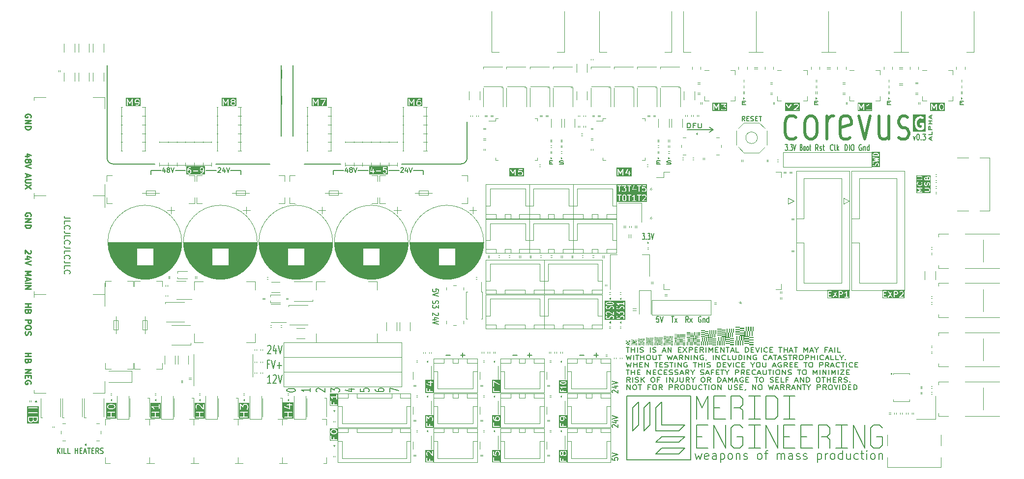
<source format=gbr>
%TF.GenerationSoftware,KiCad,Pcbnew,7.0.8-7.0.8~ubuntu22.04.1*%
%TF.CreationDate,2023-11-12T23:59:41-08:00*%
%TF.ProjectId,corevus-g,636f7265-7675-4732-9d67-2e6b69636164,rev?*%
%TF.SameCoordinates,Original*%
%TF.FileFunction,Legend,Top*%
%TF.FilePolarity,Positive*%
%FSLAX46Y46*%
G04 Gerber Fmt 4.6, Leading zero omitted, Abs format (unit mm)*
G04 Created by KiCad (PCBNEW 7.0.8-7.0.8~ubuntu22.04.1) date 2023-11-12 23:59:41*
%MOMM*%
%LPD*%
G01*
G04 APERTURE LIST*
%ADD10C,0.150000*%
%ADD11C,0.000000*%
%ADD12C,0.250000*%
%ADD13C,0.400000*%
%ADD14C,0.500000*%
%ADD15C,0.100000*%
%ADD16C,0.120000*%
%ADD17C,0.200000*%
G04 APERTURE END LIST*
D10*
X48130180Y-72880951D02*
X47415895Y-72880951D01*
X47415895Y-72880951D02*
X47273038Y-72833332D01*
X47273038Y-72833332D02*
X47177800Y-72738094D01*
X47177800Y-72738094D02*
X47130180Y-72595237D01*
X47130180Y-72595237D02*
X47130180Y-72499999D01*
X47130180Y-73833332D02*
X47130180Y-73357142D01*
X47130180Y-73357142D02*
X48130180Y-73357142D01*
X47225419Y-74738094D02*
X47177800Y-74690475D01*
X47177800Y-74690475D02*
X47130180Y-74547618D01*
X47130180Y-74547618D02*
X47130180Y-74452380D01*
X47130180Y-74452380D02*
X47177800Y-74309523D01*
X47177800Y-74309523D02*
X47273038Y-74214285D01*
X47273038Y-74214285D02*
X47368276Y-74166666D01*
X47368276Y-74166666D02*
X47558752Y-74119047D01*
X47558752Y-74119047D02*
X47701609Y-74119047D01*
X47701609Y-74119047D02*
X47892085Y-74166666D01*
X47892085Y-74166666D02*
X47987323Y-74214285D01*
X47987323Y-74214285D02*
X48082561Y-74309523D01*
X48082561Y-74309523D02*
X48130180Y-74452380D01*
X48130180Y-74452380D02*
X48130180Y-74547618D01*
X48130180Y-74547618D02*
X48082561Y-74690475D01*
X48082561Y-74690475D02*
X48034942Y-74738094D01*
X48130180Y-75452380D02*
X47415895Y-75452380D01*
X47415895Y-75452380D02*
X47273038Y-75404761D01*
X47273038Y-75404761D02*
X47177800Y-75309523D01*
X47177800Y-75309523D02*
X47130180Y-75166666D01*
X47130180Y-75166666D02*
X47130180Y-75071428D01*
X47130180Y-76404761D02*
X47130180Y-75928571D01*
X47130180Y-75928571D02*
X48130180Y-75928571D01*
X47225419Y-77309523D02*
X47177800Y-77261904D01*
X47177800Y-77261904D02*
X47130180Y-77119047D01*
X47130180Y-77119047D02*
X47130180Y-77023809D01*
X47130180Y-77023809D02*
X47177800Y-76880952D01*
X47177800Y-76880952D02*
X47273038Y-76785714D01*
X47273038Y-76785714D02*
X47368276Y-76738095D01*
X47368276Y-76738095D02*
X47558752Y-76690476D01*
X47558752Y-76690476D02*
X47701609Y-76690476D01*
X47701609Y-76690476D02*
X47892085Y-76738095D01*
X47892085Y-76738095D02*
X47987323Y-76785714D01*
X47987323Y-76785714D02*
X48082561Y-76880952D01*
X48082561Y-76880952D02*
X48130180Y-77023809D01*
X48130180Y-77023809D02*
X48130180Y-77119047D01*
X48130180Y-77119047D02*
X48082561Y-77261904D01*
X48082561Y-77261904D02*
X48034942Y-77309523D01*
X48130180Y-78023809D02*
X47415895Y-78023809D01*
X47415895Y-78023809D02*
X47273038Y-77976190D01*
X47273038Y-77976190D02*
X47177800Y-77880952D01*
X47177800Y-77880952D02*
X47130180Y-77738095D01*
X47130180Y-77738095D02*
X47130180Y-77642857D01*
X47130180Y-78976190D02*
X47130180Y-78500000D01*
X47130180Y-78500000D02*
X48130180Y-78500000D01*
X47225419Y-79880952D02*
X47177800Y-79833333D01*
X47177800Y-79833333D02*
X47130180Y-79690476D01*
X47130180Y-79690476D02*
X47130180Y-79595238D01*
X47130180Y-79595238D02*
X47177800Y-79452381D01*
X47177800Y-79452381D02*
X47273038Y-79357143D01*
X47273038Y-79357143D02*
X47368276Y-79309524D01*
X47368276Y-79309524D02*
X47558752Y-79261905D01*
X47558752Y-79261905D02*
X47701609Y-79261905D01*
X47701609Y-79261905D02*
X47892085Y-79309524D01*
X47892085Y-79309524D02*
X47987323Y-79357143D01*
X47987323Y-79357143D02*
X48082561Y-79452381D01*
X48082561Y-79452381D02*
X48130180Y-79595238D01*
X48130180Y-79595238D02*
X48130180Y-79690476D01*
X48130180Y-79690476D02*
X48082561Y-79833333D01*
X48082561Y-79833333D02*
X48034942Y-79880952D01*
X48130180Y-80595238D02*
X47415895Y-80595238D01*
X47415895Y-80595238D02*
X47273038Y-80547619D01*
X47273038Y-80547619D02*
X47177800Y-80452381D01*
X47177800Y-80452381D02*
X47130180Y-80309524D01*
X47130180Y-80309524D02*
X47130180Y-80214286D01*
X47130180Y-81547619D02*
X47130180Y-81071429D01*
X47130180Y-81071429D02*
X48130180Y-81071429D01*
X47225419Y-82452381D02*
X47177800Y-82404762D01*
X47177800Y-82404762D02*
X47130180Y-82261905D01*
X47130180Y-82261905D02*
X47130180Y-82166667D01*
X47130180Y-82166667D02*
X47177800Y-82023810D01*
X47177800Y-82023810D02*
X47273038Y-81928572D01*
X47273038Y-81928572D02*
X47368276Y-81880953D01*
X47368276Y-81880953D02*
X47558752Y-81833334D01*
X47558752Y-81833334D02*
X47701609Y-81833334D01*
X47701609Y-81833334D02*
X47892085Y-81880953D01*
X47892085Y-81880953D02*
X47987323Y-81928572D01*
X47987323Y-81928572D02*
X48082561Y-82023810D01*
X48082561Y-82023810D02*
X48130180Y-82166667D01*
X48130180Y-82166667D02*
X48130180Y-82261905D01*
X48130180Y-82261905D02*
X48082561Y-82404762D01*
X48082561Y-82404762D02*
X48034942Y-82452381D01*
G36*
X59914208Y-52482946D02*
G01*
X59955075Y-52515640D01*
X59996428Y-52581804D01*
X59996428Y-52776880D01*
X59955075Y-52843044D01*
X59914208Y-52875738D01*
X59818889Y-52913866D01*
X59609683Y-52913866D01*
X59514362Y-52875738D01*
X59473496Y-52843044D01*
X59432143Y-52776879D01*
X59432143Y-52581805D01*
X59473496Y-52515640D01*
X59514362Y-52482946D01*
X59609683Y-52444819D01*
X59818889Y-52444819D01*
X59914208Y-52482946D01*
G37*
G36*
X60289285Y-53587676D02*
G01*
X57770239Y-53587676D01*
X57770239Y-53369819D01*
X57913096Y-53369819D01*
X57930643Y-53418028D01*
X57975072Y-53443680D01*
X58025596Y-53434771D01*
X58058573Y-53395471D01*
X58063096Y-53369819D01*
X58063096Y-52647237D01*
X58339978Y-53121894D01*
X58349896Y-53130141D01*
X58356296Y-53141341D01*
X58369007Y-53146032D01*
X58379426Y-53154695D01*
X58392325Y-53154637D01*
X58404426Y-53159103D01*
X58417177Y-53154526D01*
X58430728Y-53154466D01*
X58440572Y-53146130D01*
X58452713Y-53141773D01*
X58469545Y-53121894D01*
X58746429Y-52647237D01*
X58746429Y-53369819D01*
X58763976Y-53418028D01*
X58808405Y-53443680D01*
X58858929Y-53434771D01*
X58891906Y-53395471D01*
X58896429Y-53369819D01*
X58896429Y-52798390D01*
X59282143Y-52798390D01*
X59284907Y-52805984D01*
X59283783Y-52813990D01*
X59293543Y-52838140D01*
X59353067Y-52933378D01*
X59353689Y-52933864D01*
X59369815Y-52952193D01*
X59429338Y-52999812D01*
X59431848Y-53000659D01*
X59448336Y-53010883D01*
X59567384Y-53058502D01*
X59568630Y-53058541D01*
X59569586Y-53059343D01*
X59595238Y-53063866D01*
X59833333Y-53063866D01*
X59834505Y-53063439D01*
X59835690Y-53063829D01*
X59861187Y-53058502D01*
X59969783Y-53015063D01*
X59944759Y-53095143D01*
X59840092Y-53220744D01*
X59795158Y-53256692D01*
X59699842Y-53294819D01*
X59476190Y-53294819D01*
X59427981Y-53312366D01*
X59402329Y-53356795D01*
X59411238Y-53407319D01*
X59450538Y-53440296D01*
X59476190Y-53444819D01*
X59714286Y-53444819D01*
X59715457Y-53444392D01*
X59716643Y-53444782D01*
X59742140Y-53439455D01*
X59861188Y-53391836D01*
X59863165Y-53390068D01*
X59880186Y-53380765D01*
X59939709Y-53333145D01*
X59941535Y-53330145D01*
X59950473Y-53322594D01*
X60069521Y-53179737D01*
X60070094Y-53178144D01*
X60071523Y-53177229D01*
X60083491Y-53154093D01*
X60143014Y-52963617D01*
X60142903Y-52961234D01*
X60146428Y-52941247D01*
X60146428Y-52560295D01*
X60143663Y-52552700D01*
X60144788Y-52544696D01*
X60135028Y-52520546D01*
X60075505Y-52425307D01*
X60074884Y-52424822D01*
X60058757Y-52406492D01*
X59999233Y-52358873D01*
X59996722Y-52358025D01*
X59980236Y-52347802D01*
X59861187Y-52300183D01*
X59859940Y-52300143D01*
X59858985Y-52299342D01*
X59833333Y-52294819D01*
X59595238Y-52294819D01*
X59594066Y-52295245D01*
X59592881Y-52294856D01*
X59567384Y-52300183D01*
X59448336Y-52347802D01*
X59446360Y-52349568D01*
X59429338Y-52358873D01*
X59369815Y-52406492D01*
X59369404Y-52407166D01*
X59353067Y-52425307D01*
X59293543Y-52520545D01*
X59291861Y-52528450D01*
X59286666Y-52534643D01*
X59282143Y-52560295D01*
X59282143Y-52798390D01*
X58896429Y-52798390D01*
X58896429Y-52369819D01*
X58894172Y-52363618D01*
X58895347Y-52357126D01*
X58885600Y-52340068D01*
X58878882Y-52321610D01*
X58873168Y-52318311D01*
X58869895Y-52312582D01*
X58851464Y-52305780D01*
X58834453Y-52295958D01*
X58827955Y-52297103D01*
X58821765Y-52294819D01*
X58803273Y-52301455D01*
X58783929Y-52304867D01*
X58779688Y-52309921D01*
X58773478Y-52312150D01*
X58756646Y-52332028D01*
X58404762Y-52935256D01*
X58052879Y-52332029D01*
X58047805Y-52327810D01*
X58045549Y-52321610D01*
X58028535Y-52311786D01*
X58013432Y-52299228D01*
X58006834Y-52299257D01*
X58001120Y-52295958D01*
X57981774Y-52299369D01*
X57962129Y-52299457D01*
X57957092Y-52303721D01*
X57950596Y-52304867D01*
X57937968Y-52319915D01*
X57922977Y-52332610D01*
X57921860Y-52339112D01*
X57917619Y-52344167D01*
X57913096Y-52369819D01*
X57913096Y-53369819D01*
X57770239Y-53369819D01*
X57770239Y-52151962D01*
X60289285Y-52151962D01*
X60289285Y-53587676D01*
G37*
G36*
X76414208Y-52911517D02*
G01*
X76455075Y-52944211D01*
X76496428Y-53010375D01*
X76496428Y-53157832D01*
X76455076Y-53223995D01*
X76414206Y-53256692D01*
X76318889Y-53294819D01*
X76109683Y-53294819D01*
X76014362Y-53256691D01*
X75973496Y-53223997D01*
X75932143Y-53157831D01*
X75932143Y-53010376D01*
X75973496Y-52944211D01*
X76014362Y-52911517D01*
X76109683Y-52873390D01*
X76318889Y-52873390D01*
X76414208Y-52911517D01*
G37*
G36*
X76414208Y-52482946D02*
G01*
X76455075Y-52515640D01*
X76496428Y-52581804D01*
X76496428Y-52586404D01*
X76455075Y-52652568D01*
X76414208Y-52685262D01*
X76318889Y-52723390D01*
X76109683Y-52723390D01*
X76014362Y-52685262D01*
X75973496Y-52652568D01*
X75932143Y-52586403D01*
X75932143Y-52581805D01*
X75973496Y-52515640D01*
X76014362Y-52482946D01*
X76109683Y-52444819D01*
X76318889Y-52444819D01*
X76414208Y-52482946D01*
G37*
G36*
X76789285Y-53587676D02*
G01*
X74270239Y-53587676D01*
X74270239Y-53369819D01*
X74413096Y-53369819D01*
X74430643Y-53418028D01*
X74475072Y-53443680D01*
X74525596Y-53434771D01*
X74558573Y-53395471D01*
X74563096Y-53369819D01*
X74563096Y-52647237D01*
X74839978Y-53121894D01*
X74849896Y-53130141D01*
X74856296Y-53141341D01*
X74869007Y-53146032D01*
X74879426Y-53154695D01*
X74892325Y-53154637D01*
X74904426Y-53159103D01*
X74917177Y-53154526D01*
X74930728Y-53154466D01*
X74940572Y-53146130D01*
X74952713Y-53141773D01*
X74969545Y-53121894D01*
X75246429Y-52647237D01*
X75246429Y-53369819D01*
X75263976Y-53418028D01*
X75308405Y-53443680D01*
X75358929Y-53434771D01*
X75391906Y-53395471D01*
X75396429Y-53369819D01*
X75396429Y-53179342D01*
X75782143Y-53179342D01*
X75784907Y-53186936D01*
X75783783Y-53194942D01*
X75793543Y-53219092D01*
X75853067Y-53314330D01*
X75853689Y-53314816D01*
X75869814Y-53333144D01*
X75929337Y-53380765D01*
X75931850Y-53381613D01*
X75948336Y-53391836D01*
X76067384Y-53439455D01*
X76068630Y-53439494D01*
X76069586Y-53440296D01*
X76095238Y-53444819D01*
X76333333Y-53444819D01*
X76334505Y-53444392D01*
X76335690Y-53444782D01*
X76361187Y-53439455D01*
X76480236Y-53391836D01*
X76482213Y-53390068D01*
X76499234Y-53380765D01*
X76558757Y-53333145D01*
X76559167Y-53332470D01*
X76575505Y-53314330D01*
X76635028Y-53219091D01*
X76636708Y-53211186D01*
X76641905Y-53204994D01*
X76646428Y-53179342D01*
X76646428Y-52988866D01*
X76643663Y-52981271D01*
X76644788Y-52973267D01*
X76635028Y-52949117D01*
X76575505Y-52853878D01*
X76574884Y-52853393D01*
X76558757Y-52835063D01*
X76512915Y-52798390D01*
X76558757Y-52761717D01*
X76559167Y-52761042D01*
X76575505Y-52742902D01*
X76635028Y-52647663D01*
X76636708Y-52639758D01*
X76641905Y-52633566D01*
X76646428Y-52607914D01*
X76646428Y-52560295D01*
X76643663Y-52552700D01*
X76644788Y-52544696D01*
X76635028Y-52520546D01*
X76575505Y-52425307D01*
X76574884Y-52424822D01*
X76558757Y-52406492D01*
X76499233Y-52358873D01*
X76496722Y-52358025D01*
X76480236Y-52347802D01*
X76361187Y-52300183D01*
X76359940Y-52300143D01*
X76358985Y-52299342D01*
X76333333Y-52294819D01*
X76095238Y-52294819D01*
X76094066Y-52295245D01*
X76092881Y-52294856D01*
X76067384Y-52300183D01*
X75948336Y-52347802D01*
X75946360Y-52349568D01*
X75929338Y-52358873D01*
X75869815Y-52406492D01*
X75869404Y-52407166D01*
X75853067Y-52425307D01*
X75793543Y-52520545D01*
X75791861Y-52528450D01*
X75786666Y-52534643D01*
X75782143Y-52560295D01*
X75782143Y-52607914D01*
X75784907Y-52615508D01*
X75783783Y-52623514D01*
X75793543Y-52647664D01*
X75853067Y-52742902D01*
X75853689Y-52743388D01*
X75869815Y-52761717D01*
X75915655Y-52798390D01*
X75869815Y-52835063D01*
X75869404Y-52835737D01*
X75853067Y-52853878D01*
X75793543Y-52949116D01*
X75791861Y-52957021D01*
X75786666Y-52963214D01*
X75782143Y-52988866D01*
X75782143Y-53179342D01*
X75396429Y-53179342D01*
X75396429Y-52369819D01*
X75394172Y-52363618D01*
X75395347Y-52357126D01*
X75385600Y-52340068D01*
X75378882Y-52321610D01*
X75373168Y-52318311D01*
X75369895Y-52312582D01*
X75351464Y-52305780D01*
X75334453Y-52295958D01*
X75327955Y-52297103D01*
X75321765Y-52294819D01*
X75303273Y-52301455D01*
X75283929Y-52304867D01*
X75279688Y-52309921D01*
X75273478Y-52312150D01*
X75256646Y-52332028D01*
X74904762Y-52935256D01*
X74552879Y-52332029D01*
X74547805Y-52327810D01*
X74545549Y-52321610D01*
X74528535Y-52311786D01*
X74513432Y-52299228D01*
X74506834Y-52299257D01*
X74501120Y-52295958D01*
X74481774Y-52299369D01*
X74462129Y-52299457D01*
X74457092Y-52303721D01*
X74450596Y-52304867D01*
X74437968Y-52319915D01*
X74422977Y-52332610D01*
X74421860Y-52339112D01*
X74417619Y-52344167D01*
X74413096Y-52369819D01*
X74413096Y-53369819D01*
X74270239Y-53369819D01*
X74270239Y-52151962D01*
X76789285Y-52151962D01*
X76789285Y-53587676D01*
G37*
G36*
X92347670Y-53587638D02*
G01*
X89770239Y-53587638D01*
X89770239Y-53369819D01*
X89913096Y-53369819D01*
X89930643Y-53418028D01*
X89975072Y-53443680D01*
X90025596Y-53434771D01*
X90058573Y-53395471D01*
X90063096Y-53369819D01*
X90063096Y-52647237D01*
X90339978Y-53121894D01*
X90349896Y-53130141D01*
X90356296Y-53141341D01*
X90369007Y-53146032D01*
X90379426Y-53154695D01*
X90392325Y-53154637D01*
X90404426Y-53159103D01*
X90417177Y-53154526D01*
X90430728Y-53154466D01*
X90440572Y-53146130D01*
X90452713Y-53141773D01*
X90469545Y-53121894D01*
X90746429Y-52647237D01*
X90746429Y-53369819D01*
X90763976Y-53418028D01*
X90808405Y-53443680D01*
X90858929Y-53434771D01*
X90891906Y-53395471D01*
X90896429Y-53369819D01*
X90896429Y-52369819D01*
X90894172Y-52363618D01*
X90895347Y-52357126D01*
X90895158Y-52356795D01*
X91223758Y-52356795D01*
X91232667Y-52407319D01*
X91271967Y-52440296D01*
X91297619Y-52444819D01*
X92005689Y-52444819D01*
X91529127Y-53334402D01*
X91521829Y-53385184D01*
X91548879Y-53428776D01*
X91597622Y-53444781D01*
X91645249Y-53425711D01*
X91661349Y-53405236D01*
X92197063Y-52405235D01*
X92198779Y-52393293D01*
X92204813Y-52382843D01*
X92202316Y-52368682D01*
X92204361Y-52354454D01*
X92197999Y-52344201D01*
X92195904Y-52332319D01*
X92184891Y-52323078D01*
X92177311Y-52310862D01*
X92165846Y-52307097D01*
X92156604Y-52299342D01*
X92130952Y-52294819D01*
X91297619Y-52294819D01*
X91249410Y-52312366D01*
X91223758Y-52356795D01*
X90895158Y-52356795D01*
X90885600Y-52340068D01*
X90878882Y-52321610D01*
X90873168Y-52318311D01*
X90869895Y-52312582D01*
X90851464Y-52305780D01*
X90834453Y-52295958D01*
X90827955Y-52297103D01*
X90821765Y-52294819D01*
X90803273Y-52301455D01*
X90783929Y-52304867D01*
X90779688Y-52309921D01*
X90773478Y-52312150D01*
X90756646Y-52332028D01*
X90404762Y-52935256D01*
X90052879Y-52332029D01*
X90047805Y-52327810D01*
X90045549Y-52321610D01*
X90028535Y-52311786D01*
X90013432Y-52299228D01*
X90006834Y-52299257D01*
X90001120Y-52295958D01*
X89981774Y-52299369D01*
X89962129Y-52299457D01*
X89957092Y-52303721D01*
X89950596Y-52304867D01*
X89937968Y-52319915D01*
X89922977Y-52332610D01*
X89921860Y-52339112D01*
X89917619Y-52344167D01*
X89913096Y-52369819D01*
X89913096Y-53369819D01*
X89770239Y-53369819D01*
X89770239Y-52151962D01*
X92347670Y-52151962D01*
X92347670Y-53587638D01*
G37*
X144000000Y-103500000D02*
X155000000Y-103500000D01*
X155000000Y-114500000D01*
X144000000Y-114500000D01*
X144000000Y-103500000D01*
X179000001Y-110000000D02*
X178500001Y-110500000D01*
D11*
G36*
X159380000Y-92830000D02*
G01*
X159220000Y-92830000D01*
X159220000Y-92190000D01*
X159380000Y-92190000D01*
X159380000Y-92830000D01*
G37*
G36*
X155920000Y-93630000D02*
G01*
X155780000Y-93630000D01*
X155780000Y-93070000D01*
X155920000Y-93070000D01*
X155920000Y-93630000D01*
G37*
D10*
X173000001Y-108500000D02*
X171000001Y-108500000D01*
D11*
G36*
X150110000Y-94030000D02*
G01*
X150020000Y-94030000D01*
X150020000Y-93670000D01*
X150110000Y-93670000D01*
X150110000Y-94030000D01*
G37*
G36*
X147520000Y-94750000D02*
G01*
X147440000Y-94750000D01*
X147440000Y-94430000D01*
X147520000Y-94430000D01*
X147520000Y-94750000D01*
G37*
G36*
X159960000Y-94030000D02*
G01*
X159780000Y-94029999D01*
X159779999Y-93310000D01*
X159960000Y-93310000D01*
X159960000Y-94030000D01*
G37*
G36*
X149120000Y-93760000D02*
G01*
X148760000Y-93760000D01*
X148760001Y-93670000D01*
X149120000Y-93670000D01*
X149120000Y-93760000D01*
G37*
G36*
X160860000Y-94030000D02*
G01*
X160860000Y-94750000D01*
X160680000Y-94750000D01*
X160680000Y-94029999D01*
X160860000Y-94030000D01*
G37*
G36*
X150800000Y-93850000D02*
G01*
X150400000Y-93850000D01*
X150400000Y-93750000D01*
X150800000Y-93750000D01*
X150800000Y-93850000D01*
G37*
G36*
X144000001Y-94000000D02*
G01*
X143800000Y-94000000D01*
X143800000Y-93950000D01*
X144000000Y-93950000D01*
X144000001Y-94000000D01*
G37*
D10*
X187500001Y-112500000D02*
X188000001Y-112000000D01*
D11*
G36*
X159380000Y-93790000D02*
G01*
X158740000Y-93790000D01*
X158740000Y-93630000D01*
X159380000Y-93630000D01*
X159380000Y-93790000D01*
G37*
G36*
X161580000Y-93310000D02*
G01*
X161399999Y-93310000D01*
X161400000Y-92590001D01*
X161580000Y-92590000D01*
X161580000Y-93310000D01*
G37*
D10*
X179999999Y-112500000D02*
X182000000Y-112500000D01*
D11*
G36*
X155500000Y-94190000D02*
G01*
X155360000Y-94190000D01*
X155360000Y-93630000D01*
X155500000Y-93630000D01*
X155500000Y-94190000D01*
G37*
D10*
X188000001Y-112000000D02*
X188000001Y-110500000D01*
D11*
G36*
X145760000Y-94030000D02*
G01*
X145700000Y-94030000D01*
X145700000Y-93790000D01*
X145760000Y-93790000D01*
X145760000Y-94030000D01*
G37*
D10*
X154000000Y-108500000D02*
X150000000Y-108500000D01*
G36*
X149840000Y-94300000D02*
G01*
X150200000Y-94300000D01*
X150200000Y-94390000D01*
X149840000Y-94390000D01*
X149840000Y-94300000D01*
G37*
D11*
G36*
X144980000Y-94510001D02*
G01*
X144980000Y-94750000D01*
X144920000Y-94750000D01*
X144920000Y-94510000D01*
X144980000Y-94510001D01*
G37*
G36*
X148160001Y-94110000D02*
G01*
X148080000Y-94110000D01*
X148080000Y-93790000D01*
X148160000Y-93790000D01*
X148160001Y-94110000D01*
G37*
G36*
X151600000Y-94250000D02*
G01*
X152000000Y-94250000D01*
X152000000Y-94350000D01*
X151600000Y-94350000D01*
X151600000Y-94250000D01*
G37*
G36*
X165080000Y-92350000D02*
G01*
X164880000Y-92350001D01*
X164880000Y-91550000D01*
X165080001Y-91550000D01*
X165080000Y-92350000D01*
G37*
G36*
X145520000Y-94330000D02*
G01*
X145760000Y-94330000D01*
X145760000Y-94390000D01*
X145520000Y-94390000D01*
X145520000Y-94330000D01*
G37*
G36*
X163880001Y-93950000D02*
G01*
X163680000Y-93950000D01*
X163680000Y-93150000D01*
X163880000Y-93150000D01*
X163880001Y-93950000D01*
G37*
G36*
X156060000Y-94050000D02*
G01*
X156620000Y-94050000D01*
X156620000Y-94190000D01*
X156060000Y-94190000D01*
X156060000Y-94050000D01*
G37*
G36*
X144200000Y-94150000D02*
G01*
X144000001Y-94150000D01*
X144000000Y-94100000D01*
X144200000Y-94100000D01*
X144200000Y-94150000D01*
G37*
G36*
X164280000Y-91750001D02*
G01*
X164280000Y-91950000D01*
X163480000Y-91949999D01*
X163480000Y-91750000D01*
X164280000Y-91750001D01*
G37*
G36*
X164280000Y-93550000D02*
G01*
X165080000Y-93550000D01*
X165080000Y-93750000D01*
X164280000Y-93750000D01*
X164280000Y-93550000D01*
G37*
G36*
X153160000Y-93790000D02*
G01*
X152680000Y-93790000D01*
X152680000Y-93670000D01*
X153160000Y-93670000D01*
X153160000Y-93790000D01*
G37*
G36*
X158260000Y-93470000D02*
G01*
X158100000Y-93470000D01*
X158100000Y-92830000D01*
X158260000Y-92830000D01*
X158260000Y-93470000D01*
G37*
D10*
X116500000Y-56250000D02*
X116500000Y-62500000D01*
X156000000Y-103500000D02*
X157000001Y-105500000D01*
X170000000Y-104000000D02*
X170000000Y-107000000D01*
D11*
G36*
X164280000Y-92350001D02*
G01*
X163480000Y-92350000D01*
X163480000Y-92150000D01*
X164280000Y-92150000D01*
X164280000Y-92350001D01*
G37*
G36*
X145280000Y-94510001D02*
G01*
X145220000Y-94510000D01*
X145220001Y-94270000D01*
X145280000Y-94270000D01*
X145280000Y-94510001D01*
G37*
G36*
X148240000Y-94110000D02*
G01*
X148240000Y-94190000D01*
X147920000Y-94190000D01*
X147920000Y-94109999D01*
X148240000Y-94110000D01*
G37*
G36*
X159380000Y-94750000D02*
G01*
X158740000Y-94750000D01*
X158740000Y-94590000D01*
X159380000Y-94590000D01*
X159380000Y-94750000D01*
G37*
D10*
X145000000Y-105500000D02*
X145000000Y-109500000D01*
G36*
X156060000Y-94330000D02*
G01*
X156620000Y-94330000D01*
X156620000Y-94470000D01*
X156060000Y-94470000D01*
X156060000Y-94330000D01*
G37*
X176000001Y-108500000D02*
X174000001Y-108500000D01*
D11*
G36*
X153160000Y-93310000D02*
G01*
X152680000Y-93310000D01*
X152680000Y-93190000D01*
X153160000Y-93190000D01*
X153160000Y-93310000D01*
G37*
G36*
X161760000Y-93490000D02*
G01*
X162480000Y-93490000D01*
X162480000Y-93670000D01*
X161760000Y-93670000D01*
X161760000Y-93490000D01*
G37*
G36*
X146240001Y-94120000D02*
G01*
X145960000Y-94120000D01*
X145960000Y-94050000D01*
X146240000Y-94050000D01*
X146240001Y-94120000D01*
G37*
G36*
X144450000Y-94350000D02*
G01*
X144400000Y-94350000D01*
X144400000Y-94150000D01*
X144450000Y-94149999D01*
X144450000Y-94350000D01*
G37*
G36*
X164679999Y-92350001D02*
G01*
X164480000Y-92350000D01*
X164480001Y-91550000D01*
X164680000Y-91550000D01*
X164679999Y-92350001D01*
G37*
G36*
X151600000Y-94450000D02*
G01*
X152000000Y-94450000D01*
X152000000Y-94550000D01*
X151600000Y-94550000D01*
X151600000Y-94450000D01*
G37*
G36*
X149660000Y-93670000D02*
G01*
X149570000Y-93670000D01*
X149570000Y-93310001D01*
X149660000Y-93310000D01*
X149660000Y-93670000D01*
G37*
D10*
X86500000Y-46500000D02*
X86500000Y-58750000D01*
D11*
G36*
X148480000Y-94110000D02*
G01*
X148400000Y-94110000D01*
X148400000Y-93790000D01*
X148480000Y-93790000D01*
X148480000Y-94110000D01*
G37*
G36*
X165480001Y-92350000D02*
G01*
X165280000Y-92349999D01*
X165280000Y-91550000D01*
X165480000Y-91550000D01*
X165480001Y-92350000D01*
G37*
G36*
X153160000Y-94270000D02*
G01*
X153640000Y-94270000D01*
X153640000Y-94390000D01*
X153160000Y-94390000D01*
X153160000Y-94270000D01*
G37*
D10*
X159000001Y-107500000D02*
X161000001Y-107500000D01*
X84500000Y-46500000D02*
X84500000Y-58750000D01*
D11*
G36*
X146450000Y-94750000D02*
G01*
X146380000Y-94750000D01*
X146380000Y-94470000D01*
X146450000Y-94470000D01*
X146450000Y-94750000D01*
G37*
G36*
X147280000Y-93950000D02*
G01*
X147600000Y-93950000D01*
X147600000Y-94030000D01*
X147280000Y-94030000D01*
X147280000Y-93950000D01*
G37*
G36*
X148400000Y-93790000D02*
G01*
X148320000Y-93790000D01*
X148320000Y-93470000D01*
X148400000Y-93470000D01*
X148400000Y-93790000D01*
G37*
G36*
X163480000Y-91750000D02*
G01*
X162680000Y-91750000D01*
X162680000Y-91550000D01*
X163480000Y-91550000D01*
X163480000Y-91750000D01*
G37*
G36*
X163480001Y-92550000D02*
G01*
X162680000Y-92550000D01*
X162680000Y-92350000D01*
X163480000Y-92350000D01*
X163480001Y-92550000D01*
G37*
D10*
X185000001Y-108500000D02*
X185000001Y-112500000D01*
D11*
G36*
X151699999Y-93950000D02*
G01*
X151600000Y-93950000D01*
X151600000Y-93550000D01*
X151700000Y-93550000D01*
X151699999Y-93950000D01*
G37*
D10*
X146000000Y-108500000D02*
X146000000Y-104500000D01*
X93500000Y-64600000D02*
X93500000Y-65350000D01*
D11*
G36*
X146240001Y-93980000D02*
G01*
X145960000Y-93980000D01*
X145960000Y-93910000D01*
X146240000Y-93910000D01*
X146240001Y-93980000D01*
G37*
G36*
X152800000Y-94750000D02*
G01*
X152680000Y-94750000D01*
X152680000Y-94270000D01*
X152800000Y-94270000D01*
X152800000Y-94750000D01*
G37*
D10*
X171000001Y-110500000D02*
X172000001Y-110500000D01*
D11*
G36*
X146310000Y-94750000D02*
G01*
X146240000Y-94750000D01*
X146240000Y-94470000D01*
X146310000Y-94470000D01*
X146310000Y-94750000D01*
G37*
G36*
X147600000Y-94030000D02*
G01*
X147920000Y-94030000D01*
X147920000Y-94110000D01*
X147600000Y-94110000D01*
X147600000Y-94030000D01*
G37*
D10*
X162000001Y-107500000D02*
X162000001Y-103500000D01*
G36*
X147600000Y-93710000D02*
G01*
X147920000Y-93710000D01*
X147920000Y-93790000D01*
X147600000Y-93790000D01*
X147600000Y-93710000D01*
G37*
X163500001Y-105500000D02*
X164000001Y-106000000D01*
D11*
G36*
X164280000Y-93950000D02*
G01*
X164080000Y-93950000D01*
X164080000Y-93150000D01*
X164280000Y-93150000D01*
X164280000Y-93950000D01*
G37*
G36*
X164280000Y-93150000D02*
G01*
X165080000Y-93150000D01*
X165080000Y-93350000D01*
X164280000Y-93350000D01*
X164280000Y-93150000D01*
G37*
G36*
X144000000Y-94550000D02*
G01*
X143950000Y-94550001D01*
X143950000Y-94350000D01*
X144000000Y-94350000D01*
X144000000Y-94550000D01*
G37*
G36*
X144400000Y-94700000D02*
G01*
X144600000Y-94700000D01*
X144600000Y-94750000D01*
X144400000Y-94750000D01*
X144400000Y-94700000D01*
G37*
G36*
X149480000Y-93490000D02*
G01*
X149120000Y-93490000D01*
X149120000Y-93400000D01*
X149480000Y-93400000D01*
X149480000Y-93490000D01*
G37*
G36*
X153640000Y-94630000D02*
G01*
X154120000Y-94630000D01*
X154120000Y-94750000D01*
X153640000Y-94750000D01*
X153640000Y-94630000D01*
G37*
G36*
X146520000Y-93980001D02*
G01*
X146520000Y-94050000D01*
X146240000Y-94050000D01*
X146240001Y-93980000D01*
X146520000Y-93980001D01*
G37*
D10*
X183000000Y-108500000D02*
X183000000Y-112500000D01*
X62050000Y-64600000D02*
X63800000Y-64600000D01*
X150000000Y-110500000D02*
X154000000Y-110500000D01*
G36*
X145280000Y-94630000D02*
G01*
X145520000Y-94630000D01*
X145520000Y-94690000D01*
X145280000Y-94690000D01*
X145280000Y-94630000D01*
G37*
G36*
X156820000Y-93150000D02*
G01*
X157460000Y-93150000D01*
X157460000Y-93310000D01*
X156820000Y-93310000D01*
X156820000Y-93150000D01*
G37*
G36*
X153160000Y-93790000D02*
G01*
X153640000Y-93790000D01*
X153640000Y-93910000D01*
X153160000Y-93910000D01*
X153160000Y-93790000D01*
G37*
X147000000Y-105500000D02*
X147000000Y-109499999D01*
D11*
G36*
X149120000Y-93310001D02*
G01*
X149120000Y-93400000D01*
X148760000Y-93400000D01*
X148760000Y-93310000D01*
X149120000Y-93310001D01*
G37*
D10*
X147000000Y-109499999D02*
X148000000Y-108500000D01*
X62050000Y-64600000D02*
X62050000Y-65350000D01*
G36*
X156820000Y-92510000D02*
G01*
X157460000Y-92510000D01*
X157460000Y-92670000D01*
X156820000Y-92670000D01*
X156820000Y-92510000D01*
G37*
D11*
G36*
X165679999Y-93150000D02*
G01*
X165480000Y-93150000D01*
X165480001Y-92350000D01*
X165680000Y-92350000D01*
X165679999Y-93150000D01*
G37*
D10*
X149000000Y-113500000D02*
X150000000Y-112500000D01*
D11*
G36*
X150600000Y-94350000D02*
G01*
X150500000Y-94350000D01*
X150500000Y-93950000D01*
X150600000Y-93950000D01*
X150600000Y-94350000D01*
G37*
G36*
X144000001Y-94300000D02*
G01*
X143800000Y-94300000D01*
X143800000Y-94250000D01*
X144000000Y-94250000D01*
X144000001Y-94300000D01*
G37*
G36*
X146660000Y-93910000D02*
G01*
X146590000Y-93910001D01*
X146590000Y-93630000D01*
X146660000Y-93630000D01*
X146660000Y-93910000D01*
G37*
D10*
X54500000Y-62500000D02*
G75*
G03*
X55500000Y-63500000I1000000J0D01*
G01*
D11*
G36*
X165280000Y-93150000D02*
G01*
X165079999Y-93150000D01*
X165080000Y-92350000D01*
X165280000Y-92349999D01*
X165280000Y-93150000D01*
G37*
G36*
X146520000Y-94470000D02*
G01*
X146450000Y-94470000D01*
X146450000Y-94190000D01*
X146520000Y-94190000D01*
X146520000Y-94470000D01*
G37*
D10*
X162000001Y-112000000D02*
X162500001Y-112500000D01*
D11*
G36*
X144149999Y-94750000D02*
G01*
X144100000Y-94750000D01*
X144100000Y-94550001D01*
X144150000Y-94550000D01*
X144149999Y-94750000D01*
G37*
G36*
X157460000Y-92670000D02*
G01*
X158100000Y-92670000D01*
X158100000Y-92830000D01*
X157460000Y-92830000D01*
X157460000Y-92670000D01*
G37*
D10*
X161000001Y-103500000D02*
X159000001Y-103500000D01*
X186000000Y-109000000D02*
X186000000Y-112000000D01*
G36*
X149480000Y-94030000D02*
G01*
X149840000Y-94030000D01*
X149840000Y-94120000D01*
X149480000Y-94120000D01*
X149480000Y-94030000D01*
G37*
G36*
X164280000Y-93950000D02*
G01*
X165080000Y-93950000D01*
X165080000Y-94150000D01*
X164280000Y-94150000D01*
X164280000Y-93950000D01*
G37*
X77550000Y-64600000D02*
X77550000Y-65350000D01*
G36*
X157460000Y-93310000D02*
G01*
X158100000Y-93310000D01*
X158100000Y-93470000D01*
X157460000Y-93470000D01*
X157460000Y-93310000D01*
G37*
D11*
G36*
X147760000Y-94430001D02*
G01*
X147680000Y-94430000D01*
X147679999Y-94110000D01*
X147759999Y-94110000D01*
X147760000Y-94430001D01*
G37*
G36*
X155500000Y-93630000D02*
G01*
X156060000Y-93630000D01*
X156060000Y-93770000D01*
X155500000Y-93770000D01*
X155500000Y-93630000D01*
G37*
D10*
X162500001Y-112500000D02*
X163500002Y-112500000D01*
D11*
G36*
X144200000Y-94349999D02*
G01*
X144000000Y-94350000D01*
X144000001Y-94300000D01*
X144200000Y-94300000D01*
X144200000Y-94349999D01*
G37*
G36*
X145039999Y-94090000D02*
G01*
X144800000Y-94090000D01*
X144800000Y-94030000D01*
X145040000Y-94030000D01*
X145039999Y-94090000D01*
G37*
D10*
X178500001Y-110500000D02*
X177500001Y-110500000D01*
G36*
X156060000Y-93770000D02*
G01*
X156620000Y-93770000D01*
X156620000Y-93910000D01*
X156060000Y-93910000D01*
X156060000Y-93770000D01*
G37*
G36*
X151200000Y-94150000D02*
G01*
X151600000Y-94150000D01*
X151600000Y-94250000D01*
X151200000Y-94250000D01*
X151200000Y-94150000D01*
G37*
D11*
G36*
X149300000Y-94390000D02*
G01*
X149210000Y-94390000D01*
X149210000Y-94030000D01*
X149300000Y-94030000D01*
X149300000Y-94390000D01*
G37*
G36*
X146240000Y-93840001D02*
G01*
X145960000Y-93840000D01*
X145960000Y-93770000D01*
X146240000Y-93770000D01*
X146240000Y-93840001D01*
G37*
D10*
X163500001Y-105500000D02*
X162500001Y-105500000D01*
D11*
G36*
X155640000Y-93630000D02*
G01*
X155500000Y-93630000D01*
X155500000Y-93070000D01*
X155640000Y-93070000D01*
X155640000Y-93630000D01*
G37*
G36*
X160320000Y-92770000D02*
G01*
X159600000Y-92770000D01*
X159600000Y-92590000D01*
X160320000Y-92590000D01*
X160320000Y-92770000D01*
G37*
G36*
X157940000Y-94750000D02*
G01*
X157780000Y-94750000D01*
X157780000Y-94110000D01*
X157940000Y-94110000D01*
X157940000Y-94750000D01*
G37*
G36*
X149120000Y-93940000D02*
G01*
X148760001Y-93940000D01*
X148760000Y-93850000D01*
X149120000Y-93850000D01*
X149120000Y-93940000D01*
G37*
G36*
X150199999Y-93670000D02*
G01*
X150110000Y-93670000D01*
X150110000Y-93310000D01*
X150200000Y-93310000D01*
X150199999Y-93670000D01*
G37*
G36*
X155500000Y-93350000D02*
G01*
X154940000Y-93350000D01*
X154940000Y-93210000D01*
X155500000Y-93210000D01*
X155500000Y-93350000D01*
G37*
G36*
X145039999Y-93970000D02*
G01*
X144800000Y-93970000D01*
X144800000Y-93910000D01*
X145040000Y-93910000D01*
X145039999Y-93970000D01*
G37*
G36*
X145280000Y-94270000D02*
G01*
X145040000Y-94270001D01*
X145040000Y-94210000D01*
X145280000Y-94210000D01*
X145280000Y-94270000D01*
G37*
G36*
X145220000Y-94750000D02*
G01*
X145160000Y-94750000D01*
X145160000Y-94510000D01*
X145220000Y-94510000D01*
X145220000Y-94750000D01*
G37*
G36*
X150020000Y-93670000D02*
G01*
X149930000Y-93670001D01*
X149930000Y-93310000D01*
X150020000Y-93310000D01*
X150020000Y-93670000D01*
G37*
D10*
X179000001Y-111000000D02*
X179000001Y-112500000D01*
D11*
G36*
X157300000Y-94750000D02*
G01*
X157140000Y-94750000D01*
X157140000Y-94110000D01*
X157300000Y-94110000D01*
X157300000Y-94750000D01*
G37*
G36*
X149210000Y-94750000D02*
G01*
X149120000Y-94749999D01*
X149120000Y-94390000D01*
X149210000Y-94390000D01*
X149210000Y-94750000D01*
G37*
G36*
X151200000Y-93950000D02*
G01*
X151600000Y-93950000D01*
X151600000Y-94050000D01*
X151200000Y-94050000D01*
X151200000Y-93950000D01*
G37*
G36*
X145580000Y-94270000D02*
G01*
X145520001Y-94270000D01*
X145520000Y-94030000D01*
X145580000Y-94029999D01*
X145580000Y-94270000D01*
G37*
D10*
X179999999Y-108500000D02*
X182000000Y-108500000D01*
X153000000Y-109500000D02*
X154000000Y-108500000D01*
X177000001Y-112500000D02*
X177000001Y-108500000D01*
G36*
X149840000Y-94120000D02*
G01*
X150200000Y-94120000D01*
X150200000Y-94210000D01*
X149840000Y-94210000D01*
X149840000Y-94120000D01*
G37*
D11*
G36*
X155500000Y-93630000D02*
G01*
X154940000Y-93630000D01*
X154940000Y-93490000D01*
X155500000Y-93490000D01*
X155500000Y-93630000D01*
G37*
D10*
X82500000Y-63500000D02*
X73250000Y-63500000D01*
D11*
G36*
X152680000Y-93190000D02*
G01*
X152200000Y-93189999D01*
X152200000Y-93070001D01*
X152680000Y-93070000D01*
X152680000Y-93190000D01*
G37*
G36*
X164280000Y-94350000D02*
G01*
X165080000Y-94350000D01*
X165080000Y-94550000D01*
X164280000Y-94550000D01*
X164280000Y-94350000D01*
G37*
D10*
X174000001Y-112500000D02*
X176000001Y-112500000D01*
D11*
G36*
X164880000Y-93150000D02*
G01*
X164680000Y-93150000D01*
X164679999Y-92350001D01*
X164880000Y-92350001D01*
X164880000Y-93150000D01*
G37*
G36*
X151200000Y-94350000D02*
G01*
X151100000Y-94350000D01*
X151100000Y-93950000D01*
X151200000Y-93950000D01*
X151200000Y-94350000D01*
G37*
D10*
X162000001Y-109000000D02*
X162000001Y-112000000D01*
D11*
G36*
X159380000Y-94110000D02*
G01*
X158740000Y-94110000D01*
X158740000Y-93950000D01*
X159380000Y-93950000D01*
X159380000Y-94110000D01*
G37*
G36*
X148240000Y-94510000D02*
G01*
X147920000Y-94510000D01*
X147920000Y-94430001D01*
X148240000Y-94430000D01*
X148240000Y-94510000D01*
G37*
G36*
X153040000Y-94750000D02*
G01*
X152920000Y-94750000D01*
X152920000Y-94270000D01*
X153040000Y-94270000D01*
X153040000Y-94750000D01*
G37*
G36*
X149480000Y-94570000D02*
G01*
X149840000Y-94570000D01*
X149840000Y-94660000D01*
X149480000Y-94660000D01*
X149480000Y-94570000D01*
G37*
G36*
X157460000Y-94110000D02*
G01*
X157300000Y-94110000D01*
X157300001Y-93470000D01*
X157460000Y-93470000D01*
X157460000Y-94110000D01*
G37*
D10*
X146000000Y-104500000D02*
X145000000Y-105500000D01*
D11*
G36*
X146800000Y-93910000D02*
G01*
X146730000Y-93910001D01*
X146730000Y-93630000D01*
X146800000Y-93630000D01*
X146800000Y-93910000D01*
G37*
G36*
X149750000Y-94030000D02*
G01*
X149660000Y-94030000D01*
X149660000Y-93670000D01*
X149750000Y-93670000D01*
X149750000Y-94030000D01*
G37*
G36*
X158420000Y-92830000D02*
G01*
X158260000Y-92830000D01*
X158260000Y-92190000D01*
X158420000Y-92190000D01*
X158420000Y-92830000D01*
G37*
G36*
X164479999Y-93150000D02*
G01*
X164280000Y-93150000D01*
X164280000Y-92350001D01*
X164480000Y-92350000D01*
X164479999Y-93150000D01*
G37*
G36*
X146800000Y-94400000D02*
G01*
X147080000Y-94400000D01*
X147080000Y-94470000D01*
X146800000Y-94470000D01*
X146800000Y-94400000D01*
G37*
G36*
X154940000Y-93490000D02*
G01*
X154379999Y-93490000D01*
X154380000Y-93350001D01*
X154940000Y-93350000D01*
X154940000Y-93490000D01*
G37*
G36*
X155779999Y-92510000D02*
G01*
X155780000Y-93070000D01*
X155640000Y-93070000D01*
X155640000Y-92509999D01*
X155779999Y-92510000D01*
G37*
G36*
X160320000Y-94030000D02*
G01*
X160140000Y-94030000D01*
X160140000Y-93310000D01*
X160320000Y-93310000D01*
X160320000Y-94030000D01*
G37*
G36*
X145280000Y-94030001D02*
G01*
X145040000Y-94030000D01*
X145039999Y-93970000D01*
X145280000Y-93970000D01*
X145280000Y-94030001D01*
G37*
G36*
X154940000Y-92650000D02*
G01*
X154380000Y-92650000D01*
X154380000Y-92510000D01*
X154940000Y-92510000D01*
X154940000Y-92650000D01*
G37*
D10*
X163500002Y-112500000D02*
X164000002Y-112000000D01*
X159000001Y-108500000D02*
X161000001Y-112500000D01*
D11*
G36*
X157620000Y-94750000D02*
G01*
X157460000Y-94750000D01*
X157460000Y-94110000D01*
X157620000Y-94110000D01*
X157620000Y-94750000D01*
G37*
D10*
X154000000Y-112500000D02*
X153000000Y-113500000D01*
D11*
G36*
X154940000Y-94190000D02*
G01*
X154800000Y-94190000D01*
X154799999Y-93630000D01*
X154940000Y-93630000D01*
X154940000Y-94190000D01*
G37*
G36*
X158740000Y-93630000D02*
G01*
X158100000Y-93630000D01*
X158100000Y-93470000D01*
X158740000Y-93470000D01*
X158740000Y-93630000D01*
G37*
G36*
X151600000Y-94050000D02*
G01*
X152000000Y-94050000D01*
X152000000Y-94150000D01*
X151600000Y-94150000D01*
X151600000Y-94050000D01*
G37*
G36*
X149120001Y-93580000D02*
G01*
X148760000Y-93580000D01*
X148760000Y-93490000D01*
X149120000Y-93490000D01*
X149120001Y-93580000D01*
G37*
G36*
X146520000Y-94610000D02*
G01*
X146800000Y-94610000D01*
X146800000Y-94680000D01*
X146520000Y-94680000D01*
X146520000Y-94610000D01*
G37*
D10*
X158950000Y-57600000D02*
X158200000Y-57150000D01*
D11*
G36*
X146240000Y-94470000D02*
G01*
X146169999Y-94470000D01*
X146169999Y-94190000D01*
X146240000Y-94190000D01*
X146240000Y-94470000D01*
G37*
D10*
X71500000Y-64600000D02*
X73325000Y-64600000D01*
D11*
G36*
X144600000Y-94149999D02*
G01*
X144550000Y-94150000D01*
X144550000Y-93950000D01*
X144600000Y-93950000D01*
X144600000Y-94149999D01*
G37*
D10*
X171000000Y-103500000D02*
X173000001Y-103500000D01*
D11*
G36*
X158740000Y-92830000D02*
G01*
X158580000Y-92830000D01*
X158580000Y-92190000D01*
X158740000Y-92190000D01*
X158740000Y-92830000D01*
G37*
G36*
X146870001Y-94190000D02*
G01*
X146800000Y-94190000D01*
X146800000Y-93910000D01*
X146870001Y-93910000D01*
X146870001Y-94190000D01*
G37*
G36*
X149480000Y-94030000D02*
G01*
X149120001Y-94030000D01*
X149120000Y-93940000D01*
X149480000Y-93939999D01*
X149480000Y-94030000D01*
G37*
G36*
X143900000Y-94550000D02*
G01*
X143850000Y-94550000D01*
X143850000Y-94350000D01*
X143900000Y-94350000D01*
X143900000Y-94550000D01*
G37*
G36*
X153640000Y-94390000D02*
G01*
X154120000Y-94390000D01*
X154120000Y-94510000D01*
X153640000Y-94510000D01*
X153640000Y-94390000D01*
G37*
G36*
X154520000Y-94750000D02*
G01*
X154380000Y-94750000D01*
X154380000Y-94190000D01*
X154520000Y-94190000D01*
X154520000Y-94750000D01*
G37*
G36*
X161040000Y-92230000D02*
G01*
X160320000Y-92230000D01*
X160320001Y-92050000D01*
X161040000Y-92049999D01*
X161040000Y-92230000D01*
G37*
G36*
X145460000Y-94270000D02*
G01*
X145400000Y-94270000D01*
X145400000Y-94030000D01*
X145460000Y-94030000D01*
X145460000Y-94270000D01*
G37*
D10*
X148000000Y-108500000D02*
X148000000Y-104500000D01*
X148000000Y-104500000D02*
X147000000Y-105500000D01*
D11*
G36*
X148560000Y-94430000D02*
G01*
X148240000Y-94430000D01*
X148240000Y-94350000D01*
X148560000Y-94350000D01*
X148560000Y-94430000D01*
G37*
G36*
X155500000Y-94190000D02*
G01*
X156060000Y-94190000D01*
X156060000Y-94330000D01*
X155500000Y-94330000D01*
X155500000Y-94190000D01*
G37*
D10*
X171000000Y-107500000D02*
X173000001Y-107500000D01*
D11*
G36*
X152680000Y-93430000D02*
G01*
X152200000Y-93430000D01*
X152200000Y-93310000D01*
X152680000Y-93310000D01*
X152680000Y-93430000D01*
G37*
D10*
X188000001Y-110500000D02*
X187000001Y-110500000D01*
X164000001Y-106000000D02*
X164000001Y-107500000D01*
G36*
X149480000Y-94390000D02*
G01*
X149840000Y-94390000D01*
X149840000Y-94480000D01*
X149480000Y-94480000D01*
X149480000Y-94390000D01*
G37*
D11*
G36*
X146520000Y-94120001D02*
G01*
X146520000Y-94190000D01*
X146240000Y-94190000D01*
X146240001Y-94120000D01*
X146520000Y-94120001D01*
G37*
G36*
X153880000Y-93310000D02*
G01*
X153760000Y-93310000D01*
X153760001Y-92830000D01*
X153879999Y-92830000D01*
X153880000Y-93310000D01*
G37*
G36*
X158740000Y-93950000D02*
G01*
X158100000Y-93950000D01*
X158100000Y-93790000D01*
X158740000Y-93790000D01*
X158740000Y-93950000D01*
G37*
G36*
X154940000Y-93210000D02*
G01*
X154380000Y-93210000D01*
X154380000Y-93070000D01*
X154940000Y-93070000D01*
X154940000Y-93210000D01*
G37*
D10*
X107250000Y-64600000D02*
X109000000Y-64600000D01*
G36*
X165080000Y-93350000D02*
G01*
X165880000Y-93350000D01*
X165880000Y-93550000D01*
X165080000Y-93550000D01*
X165080000Y-93350000D01*
G37*
D11*
G36*
X145700000Y-94270000D02*
G01*
X145639999Y-94270000D01*
X145640000Y-94030000D01*
X145700000Y-94030000D01*
X145700000Y-94270000D01*
G37*
G36*
X144400000Y-94600000D02*
G01*
X144600000Y-94600000D01*
X144600000Y-94650000D01*
X144400000Y-94650000D01*
X144400000Y-94600000D01*
G37*
G36*
X163480000Y-93950000D02*
G01*
X163280000Y-93950001D01*
X163280000Y-93150000D01*
X163480000Y-93150000D01*
X163480000Y-93950000D01*
G37*
D10*
X186000000Y-112000000D02*
X186500000Y-112500000D01*
D11*
G36*
X148560000Y-94270000D02*
G01*
X148240000Y-94270000D01*
X148240000Y-94190000D01*
X148560000Y-94190000D01*
X148560000Y-94270000D01*
G37*
G36*
X148320000Y-94110000D02*
G01*
X148240000Y-94110000D01*
X148240000Y-93790000D01*
X148320000Y-93790000D01*
X148320000Y-94110000D01*
G37*
D10*
X115500000Y-63500000D02*
G75*
G03*
X116500000Y-62500000I0J1000000D01*
G01*
D11*
G36*
X154120000Y-93310000D02*
G01*
X154000000Y-93310000D01*
X154000000Y-92830000D01*
X154120000Y-92830000D01*
X154120000Y-93310000D01*
G37*
G36*
X162879999Y-94750000D02*
G01*
X162680000Y-94750000D01*
X162680000Y-93950001D01*
X162880000Y-93950000D01*
X162879999Y-94750000D01*
G37*
D10*
X149000000Y-109500000D02*
X153000000Y-109500000D01*
G36*
X146800000Y-94540000D02*
G01*
X147080000Y-94540000D01*
X147080000Y-94610000D01*
X146800000Y-94610000D01*
X146800000Y-94540000D01*
G37*
G36*
X153640000Y-94150000D02*
G01*
X154120000Y-94150000D01*
X154120000Y-94270000D01*
X153640000Y-94270000D01*
X153640000Y-94150000D01*
G37*
X188000000Y-109000000D02*
X187500001Y-108500000D01*
D11*
G36*
X146380000Y-94470000D02*
G01*
X146310000Y-94470000D01*
X146310000Y-94190000D01*
X146380000Y-94190000D01*
X146380000Y-94470000D01*
G37*
G36*
X153160000Y-94510000D02*
G01*
X153640000Y-94510000D01*
X153640000Y-94630000D01*
X153160000Y-94630000D01*
X153160000Y-94510000D01*
G37*
G36*
X145100000Y-94750000D02*
G01*
X145040000Y-94750000D01*
X145040000Y-94510000D01*
X145100000Y-94510000D01*
X145100000Y-94750000D01*
G37*
G36*
X161040000Y-93310000D02*
G01*
X161760000Y-93310000D01*
X161760000Y-93490000D01*
X161040000Y-93490000D01*
X161040000Y-93310000D01*
G37*
G36*
X164079999Y-94750000D02*
G01*
X163880000Y-94750000D01*
X163880001Y-93950000D01*
X164080000Y-93950000D01*
X164079999Y-94750000D01*
G37*
D10*
X97700000Y-64600000D02*
X99450000Y-64600000D01*
D11*
G36*
X152000000Y-93550000D02*
G01*
X151900000Y-93550000D01*
X151900000Y-93150000D01*
X152000000Y-93150000D01*
X152000000Y-93550000D01*
G37*
G36*
X149840000Y-93310001D02*
G01*
X149840000Y-93670000D01*
X149750000Y-93670000D01*
X149750000Y-93310000D01*
X149840000Y-93310001D01*
G37*
G36*
X165880000Y-92349999D02*
G01*
X165680000Y-92350000D01*
X165680001Y-91550000D01*
X165880000Y-91550000D01*
X165880000Y-92349999D01*
G37*
G36*
X146100000Y-94470000D02*
G01*
X146030000Y-94469999D01*
X146029999Y-94190000D01*
X146100000Y-94190000D01*
X146100000Y-94470000D01*
G37*
G36*
X149570001Y-94030000D02*
G01*
X149480000Y-94030000D01*
X149480000Y-93670001D01*
X149570000Y-93670000D01*
X149570001Y-94030000D01*
G37*
D10*
X150000000Y-108500000D02*
X150000000Y-104500000D01*
D11*
G36*
X158740000Y-94270000D02*
G01*
X158100000Y-94269999D01*
X158100000Y-94110000D01*
X158740000Y-94110000D01*
X158740000Y-94270000D01*
G37*
D10*
X157000002Y-105500000D02*
X158000001Y-103500000D01*
D11*
G36*
X153640000Y-93310000D02*
G01*
X153520000Y-93310000D01*
X153520000Y-92830000D01*
X153640000Y-92830000D01*
X153640000Y-93310000D01*
G37*
G36*
X146520000Y-94330000D02*
G01*
X146800000Y-94330000D01*
X146800000Y-94400000D01*
X146520000Y-94400000D01*
X146520000Y-94330000D01*
G37*
D10*
X88500000Y-63500000D02*
X94750000Y-63500000D01*
D11*
G36*
X162480000Y-92590000D02*
G01*
X162300000Y-92590001D01*
X162300000Y-91870000D01*
X162480000Y-91870000D01*
X162480000Y-92590000D01*
G37*
D10*
X169500000Y-103500000D02*
X170000000Y-104000000D01*
G36*
X149840000Y-94480000D02*
G01*
X150200000Y-94480000D01*
X150200000Y-94570000D01*
X149840000Y-94570000D01*
X149840000Y-94480000D01*
G37*
X164000002Y-110500000D02*
X163000002Y-110500000D01*
D11*
G36*
X148000001Y-94110000D02*
G01*
X147920000Y-94110000D01*
X147920000Y-93790000D01*
X148000000Y-93790000D01*
X148000001Y-94110000D01*
G37*
G36*
X154660000Y-94190000D02*
G01*
X154520000Y-94190000D01*
X154520000Y-93629999D01*
X154660000Y-93629999D01*
X154660000Y-94190000D01*
G37*
D10*
X156000000Y-103500000D02*
X156000000Y-107500000D01*
D11*
G36*
X151000000Y-94350000D02*
G01*
X150900000Y-94350000D01*
X150900000Y-93950000D01*
X151000001Y-93950000D01*
X151000000Y-94350000D01*
G37*
G36*
X151400000Y-93550000D02*
G01*
X151300000Y-93550000D01*
X151300000Y-93150000D01*
X151400000Y-93150000D01*
X151400000Y-93550000D01*
G37*
G36*
X144400000Y-94400000D02*
G01*
X144600000Y-94400000D01*
X144600000Y-94450000D01*
X144400000Y-94450000D01*
X144400000Y-94400000D01*
G37*
G36*
X151800000Y-93150001D02*
G01*
X151800000Y-93550000D01*
X151700000Y-93550000D01*
X151700000Y-93150000D01*
X151800000Y-93150001D01*
G37*
G36*
X148080000Y-93790000D02*
G01*
X148000000Y-93790000D01*
X148000000Y-93470000D01*
X148080000Y-93470000D01*
X148080000Y-93790000D01*
G37*
G36*
X164280000Y-92750000D02*
G01*
X163480000Y-92750000D01*
X163480001Y-92550000D01*
X164280000Y-92550000D01*
X164280000Y-92750000D01*
G37*
D10*
X158000001Y-108500000D02*
X156000001Y-108500000D01*
X153000000Y-111500000D02*
X149000001Y-111500000D01*
X171000001Y-108500000D02*
X171000001Y-112500000D01*
D11*
G36*
X146170000Y-94750000D02*
G01*
X146100000Y-94750000D01*
X146100000Y-94470000D01*
X146169999Y-94470000D01*
X146170000Y-94750000D01*
G37*
G36*
X145280000Y-93910000D02*
G01*
X145040000Y-93910000D01*
X145040000Y-93850000D01*
X145280000Y-93850000D01*
X145280000Y-93910000D01*
G37*
D10*
X103025000Y-64600000D02*
X104775000Y-64600000D01*
D11*
G36*
X151600000Y-93550000D02*
G01*
X151500000Y-93550000D01*
X151500000Y-93150001D01*
X151600000Y-93150000D01*
X151600000Y-93550000D01*
G37*
G36*
X144000000Y-94100000D02*
G01*
X143800000Y-94100000D01*
X143800000Y-94050000D01*
X144000000Y-94050000D01*
X144000000Y-94100000D01*
G37*
G36*
X143850000Y-94750000D02*
G01*
X143800000Y-94750000D01*
X143800000Y-94550001D01*
X143850000Y-94550000D01*
X143850000Y-94750000D01*
G37*
D10*
X170000000Y-107000000D02*
X169500000Y-107500000D01*
D11*
G36*
X161760000Y-92590000D02*
G01*
X161580000Y-92590000D01*
X161580000Y-91870000D01*
X161760000Y-91870000D01*
X161760000Y-92590000D01*
G37*
D10*
X183000000Y-108500000D02*
X185000001Y-112500000D01*
D11*
G36*
X151900000Y-93950000D02*
G01*
X151800000Y-93950000D01*
X151800000Y-93550000D01*
X151900000Y-93550000D01*
X151900000Y-93950000D01*
G37*
G36*
X157140000Y-94110000D02*
G01*
X156980000Y-94110000D01*
X156979999Y-93470000D01*
X157139999Y-93470000D01*
X157140000Y-94110000D01*
G37*
G36*
X157460000Y-92990000D02*
G01*
X158100000Y-92990000D01*
X158100000Y-93150000D01*
X157460000Y-93150000D01*
X157460000Y-92990000D01*
G37*
G36*
X163480000Y-92950000D02*
G01*
X162680000Y-92950000D01*
X162680000Y-92750000D01*
X163480000Y-92750000D01*
X163480000Y-92950000D01*
G37*
G36*
X164280000Y-92950001D02*
G01*
X164280000Y-93150000D01*
X163480001Y-93150000D01*
X163480000Y-92950000D01*
X164280000Y-92950001D01*
G37*
G36*
X148240000Y-94670000D02*
G01*
X147920000Y-94670000D01*
X147920000Y-94590000D01*
X148240000Y-94590000D01*
X148240000Y-94670000D01*
G37*
D10*
X165000001Y-107500000D02*
X167000002Y-107500000D01*
X170000002Y-108500000D02*
X170000002Y-112500000D01*
D11*
G36*
X151200000Y-93750001D02*
G01*
X150800000Y-93750000D01*
X150800000Y-93650000D01*
X151200000Y-93650000D01*
X151200000Y-93750001D01*
G37*
G36*
X144100000Y-94550001D02*
G01*
X144050000Y-94550000D01*
X144050000Y-94350000D01*
X144100000Y-94350000D01*
X144100000Y-94550001D01*
G37*
G36*
X150500000Y-94750000D02*
G01*
X150400000Y-94750000D01*
X150400000Y-94350000D01*
X150500000Y-94350000D01*
X150500000Y-94750000D01*
G37*
D10*
X168000001Y-107500000D02*
X168000001Y-103500000D01*
X145000000Y-109500000D02*
X146000000Y-108500000D01*
X158000001Y-103500000D02*
X158000001Y-107500000D01*
X162500001Y-108500000D02*
X162000001Y-109000000D01*
D11*
G36*
X151200000Y-93450001D02*
G01*
X151200000Y-93550000D01*
X150800000Y-93550000D01*
X150800000Y-93450000D01*
X151200000Y-93450001D01*
G37*
G36*
X159380000Y-94430000D02*
G01*
X158740000Y-94430000D01*
X158740000Y-94270000D01*
X159380000Y-94270000D01*
X159380000Y-94430000D01*
G37*
G36*
X150800000Y-93450000D02*
G01*
X150400000Y-93450000D01*
X150400001Y-93350000D01*
X150800000Y-93350000D01*
X150800000Y-93450000D01*
G37*
G36*
X154000000Y-93790000D02*
G01*
X153880000Y-93790000D01*
X153880000Y-93310000D01*
X154000000Y-93310000D01*
X154000000Y-93790000D01*
G37*
G36*
X146240000Y-93700000D02*
G01*
X145960000Y-93700000D01*
X145960000Y-93630000D01*
X146240000Y-93630000D01*
X146240000Y-93700000D01*
G37*
G36*
X163680000Y-94750000D02*
G01*
X163479999Y-94750000D01*
X163480000Y-93950000D01*
X163680000Y-93950000D01*
X163680000Y-94750000D01*
G37*
D10*
X186500000Y-112500000D02*
X187500001Y-112500000D01*
G36*
X145520000Y-94570000D02*
G01*
X145760000Y-94570000D01*
X145760000Y-94630000D01*
X145520000Y-94630000D01*
X145520000Y-94570000D01*
G37*
G36*
X145280000Y-94510000D02*
G01*
X145520000Y-94510000D01*
X145520000Y-94570000D01*
X145280000Y-94570000D01*
X145280000Y-94510000D01*
G37*
D11*
G36*
X158100000Y-94110000D02*
G01*
X157940000Y-94110000D01*
X157940000Y-93470000D01*
X158100000Y-93470000D01*
X158100000Y-94110000D01*
G37*
G36*
X149930000Y-93670001D02*
G01*
X149930000Y-94030000D01*
X149839999Y-94030000D01*
X149840000Y-93670000D01*
X149930000Y-93670001D01*
G37*
D10*
X165000000Y-108500000D02*
X167000001Y-108500000D01*
D11*
G36*
X145160000Y-94510000D02*
G01*
X145100000Y-94510000D01*
X145100000Y-94270000D01*
X145160000Y-94270000D01*
X145160000Y-94510000D01*
G37*
D10*
X159000001Y-103500000D02*
X159000001Y-107500000D01*
D11*
G36*
X161040000Y-94030000D02*
G01*
X160860000Y-94030000D01*
X160860000Y-93310000D01*
X161040000Y-93310000D01*
X161040000Y-94030000D01*
G37*
G36*
X149840000Y-94660000D02*
G01*
X150200000Y-94660000D01*
X150200000Y-94750000D01*
X149840000Y-94750000D01*
X149840000Y-94660000D01*
G37*
G36*
X161040000Y-93670000D02*
G01*
X161760000Y-93670000D01*
X161760000Y-93850000D01*
X161040000Y-93850000D01*
X161040000Y-93670000D01*
G37*
G36*
X143950000Y-94550001D02*
G01*
X143950000Y-94750000D01*
X143900000Y-94750000D01*
X143900000Y-94550000D01*
X143950000Y-94550001D01*
G37*
G36*
X159780000Y-94750000D02*
G01*
X159600000Y-94750000D01*
X159600000Y-94030000D01*
X159780000Y-94029999D01*
X159780000Y-94750000D01*
G37*
G36*
X155360000Y-94750000D02*
G01*
X155220000Y-94750000D01*
X155220000Y-94190000D01*
X155360000Y-94190000D01*
X155360000Y-94750000D01*
G37*
G36*
X147280000Y-93470000D02*
G01*
X147600000Y-93470000D01*
X147600000Y-93550000D01*
X147280000Y-93550000D01*
X147280000Y-93470000D01*
G37*
G36*
X147920000Y-94430001D02*
G01*
X147840000Y-94430000D01*
X147839999Y-94110000D01*
X147920000Y-94109999D01*
X147920000Y-94430001D01*
G37*
G36*
X147440000Y-94430000D02*
G01*
X147360000Y-94430000D01*
X147360000Y-94110000D01*
X147440000Y-94110000D01*
X147440000Y-94430000D01*
G37*
G36*
X153160000Y-94270000D02*
G01*
X153040000Y-94270000D01*
X153040000Y-93790000D01*
X153160000Y-93790000D01*
X153160000Y-94270000D01*
G37*
G36*
X154940000Y-92930000D02*
G01*
X154380000Y-92930000D01*
X154380000Y-92790000D01*
X154940000Y-92790000D01*
X154940000Y-92930000D01*
G37*
G36*
X149480000Y-93670001D02*
G01*
X149120000Y-93670000D01*
X149120001Y-93580000D01*
X149480000Y-93580000D01*
X149480000Y-93670001D01*
G37*
G36*
X165080000Y-93750000D02*
G01*
X165880000Y-93750000D01*
X165880000Y-93950000D01*
X165080000Y-93950000D01*
X165080000Y-93750000D01*
G37*
D10*
X156000001Y-112500000D02*
X158000001Y-112500000D01*
D11*
G36*
X160320000Y-93130000D02*
G01*
X159600000Y-93130000D01*
X159600000Y-92950000D01*
X160320001Y-92950000D01*
X160320000Y-93130000D01*
G37*
D10*
X168000001Y-108500000D02*
X168000001Y-112500000D01*
G36*
X151200000Y-94550000D02*
G01*
X151600000Y-94550000D01*
X151600000Y-94650000D01*
X151200000Y-94650000D01*
X151200000Y-94550000D01*
G37*
X154400000Y-57600000D02*
X158950000Y-57600000D01*
D11*
G36*
X144860000Y-94750000D02*
G01*
X144800000Y-94750000D01*
X144800000Y-94510000D01*
X144860000Y-94510000D01*
X144860000Y-94750000D01*
G37*
G36*
X152680000Y-93670000D02*
G01*
X152200000Y-93670000D01*
X152200000Y-93550000D01*
X152680000Y-93550000D01*
X152680000Y-93670000D01*
G37*
G36*
X147010000Y-93910001D02*
G01*
X147010001Y-94190000D01*
X146940000Y-94190000D01*
X146940000Y-93910000D01*
X147010000Y-93910001D01*
G37*
G36*
X144200000Y-94050000D02*
G01*
X144000000Y-94050000D01*
X144000001Y-94000000D01*
X144200000Y-94000000D01*
X144200000Y-94050000D01*
G37*
G36*
X144500000Y-93950001D02*
G01*
X144500000Y-94150000D01*
X144450000Y-94149999D01*
X144450000Y-93950000D01*
X144500000Y-93950001D01*
G37*
D10*
X186500000Y-108500000D02*
X186000000Y-109000000D01*
D11*
G36*
X147680000Y-94750000D02*
G01*
X147600000Y-94750000D01*
X147600000Y-94430000D01*
X147680000Y-94430000D01*
X147680000Y-94750000D01*
G37*
D10*
X174000001Y-110500000D02*
X175000001Y-110500000D01*
D11*
G36*
X157780000Y-94110000D02*
G01*
X157620000Y-94110000D01*
X157620000Y-93470000D01*
X157780000Y-93470000D01*
X157780000Y-94110000D01*
G37*
D10*
X174000001Y-108500000D02*
X174000001Y-112500000D01*
X66250000Y-64600000D02*
X68000000Y-64600000D01*
G36*
X165080000Y-94150000D02*
G01*
X165880000Y-94150000D01*
X165880000Y-94350000D01*
X165080000Y-94350000D01*
X165080000Y-94150000D01*
G37*
D11*
G36*
X149480000Y-94389999D02*
G01*
X149390000Y-94390000D01*
X149389999Y-94030000D01*
X149480000Y-94030000D01*
X149480000Y-94389999D01*
G37*
D10*
X168000001Y-108500000D02*
X170000002Y-112500000D01*
D11*
G36*
X154800000Y-94750000D02*
G01*
X154660000Y-94750000D01*
X154660000Y-94190000D01*
X154800000Y-94190000D01*
X154800000Y-94750000D01*
G37*
G36*
X147360000Y-94750000D02*
G01*
X147280000Y-94750000D01*
X147280000Y-94430000D01*
X147360000Y-94430000D01*
X147360000Y-94750000D01*
G37*
D10*
X165000000Y-112500000D02*
X167000001Y-112500000D01*
X156000001Y-110500000D02*
X157000001Y-110500000D01*
D11*
G36*
X146030000Y-94750000D02*
G01*
X145960000Y-94750000D01*
X145960000Y-94470000D01*
X146030000Y-94469999D01*
X146030000Y-94750000D01*
G37*
G36*
X156060000Y-94610000D02*
G01*
X156620000Y-94610000D01*
X156620000Y-94750000D01*
X156060000Y-94750000D01*
X156060000Y-94610000D01*
G37*
G36*
X160500000Y-94750000D02*
G01*
X160320000Y-94750000D01*
X160320000Y-94030000D01*
X160500000Y-94030000D01*
X160500000Y-94750000D01*
G37*
G36*
X144250000Y-94350000D02*
G01*
X144200000Y-94349999D01*
X144200000Y-94150000D01*
X144250000Y-94150000D01*
X144250000Y-94350000D01*
G37*
G36*
X159220001Y-93470000D02*
G01*
X159060001Y-93470000D01*
X159060000Y-92830000D01*
X159220000Y-92830000D01*
X159220001Y-93470000D01*
G37*
G36*
X148240000Y-94350000D02*
G01*
X147920000Y-94350000D01*
X147920000Y-94270001D01*
X148240000Y-94270000D01*
X148240000Y-94350000D01*
G37*
G36*
X153160000Y-94030000D02*
G01*
X153640000Y-94030000D01*
X153640000Y-94150000D01*
X153160000Y-94150000D01*
X153160000Y-94030000D01*
G37*
G36*
X155080000Y-94750000D02*
G01*
X154940000Y-94750000D01*
X154940000Y-94190000D01*
X155080000Y-94190000D01*
X155080000Y-94750000D01*
G37*
G36*
X148850000Y-94750000D02*
G01*
X148760000Y-94750000D01*
X148760001Y-94390000D01*
X148850000Y-94390000D01*
X148850000Y-94750000D01*
G37*
G36*
X144000000Y-94200000D02*
G01*
X143800000Y-94200000D01*
X143800000Y-94150000D01*
X144000001Y-94150000D01*
X144000000Y-94200000D01*
G37*
D10*
X177000001Y-108500000D02*
X178500001Y-108500000D01*
G36*
X155500000Y-94470000D02*
G01*
X156060000Y-94470000D01*
X156060000Y-94610000D01*
X155500000Y-94610000D01*
X155500000Y-94470000D01*
G37*
X168000001Y-103500000D02*
X169500000Y-103500000D01*
G36*
X144200000Y-94450000D02*
G01*
X144400000Y-94450000D01*
X144400000Y-94500000D01*
X144200000Y-94500000D01*
X144200000Y-94450000D01*
G37*
D11*
G36*
X149480000Y-93850000D02*
G01*
X149120000Y-93850000D01*
X149120000Y-93760000D01*
X149480000Y-93760000D01*
X149480000Y-93850000D01*
G37*
G36*
X146730000Y-93910001D02*
G01*
X146729999Y-94190000D01*
X146660000Y-94190000D01*
X146660000Y-93910000D01*
X146730000Y-93910001D01*
G37*
G36*
X145040000Y-94210000D02*
G01*
X144800000Y-94210000D01*
X144800000Y-94150000D01*
X145040000Y-94150000D01*
X145040000Y-94210000D01*
G37*
G36*
X149030000Y-94750000D02*
G01*
X148940000Y-94750000D01*
X148940000Y-94390000D01*
X149030000Y-94389999D01*
X149030000Y-94750000D01*
G37*
G36*
X160140000Y-94750000D02*
G01*
X159960000Y-94750000D01*
X159960000Y-94030000D01*
X160140000Y-94030000D01*
X160140000Y-94750000D01*
G37*
G36*
X153280000Y-93790000D02*
G01*
X153160000Y-93790000D01*
X153160000Y-93310000D01*
X153280000Y-93310000D01*
X153280000Y-93790000D01*
G37*
D10*
X159000001Y-105500000D02*
X160000001Y-105500000D01*
D11*
G36*
X153760000Y-93790000D02*
G01*
X153640000Y-93790000D01*
X153640000Y-93310000D01*
X153760000Y-93310000D01*
X153760000Y-93790000D01*
G37*
G36*
X144550000Y-94350000D02*
G01*
X144500000Y-94349999D01*
X144500000Y-94150000D01*
X144550000Y-94150000D01*
X144550000Y-94350000D01*
G37*
G36*
X153160000Y-93070000D02*
G01*
X152680000Y-93070000D01*
X152680000Y-92950000D01*
X153160000Y-92950000D01*
X153160000Y-93070000D01*
G37*
G36*
X144050000Y-94750000D02*
G01*
X143999999Y-94750000D01*
X144000000Y-94550000D01*
X144050000Y-94550000D01*
X144050000Y-94750000D01*
G37*
G36*
X151200000Y-93350000D02*
G01*
X150800000Y-93350000D01*
X150800000Y-93250000D01*
X151200000Y-93250000D01*
X151200000Y-93350000D01*
G37*
D10*
X149000001Y-111500000D02*
X150000000Y-110500000D01*
D11*
G36*
X153519999Y-93790000D02*
G01*
X153400001Y-93790000D01*
X153400000Y-93310000D01*
X153520000Y-93310000D01*
X153519999Y-93790000D01*
G37*
G36*
X162120000Y-92590000D02*
G01*
X161940000Y-92590000D01*
X161940000Y-91870000D01*
X162120000Y-91870000D01*
X162120000Y-92590000D01*
G37*
G36*
X160320001Y-92050000D02*
G01*
X159600000Y-92050000D01*
X159600000Y-91870000D01*
X160320000Y-91870000D01*
X160320001Y-92050000D01*
G37*
G36*
X156620000Y-93070000D02*
G01*
X156480000Y-93070000D01*
X156480000Y-92510000D01*
X156620000Y-92510000D01*
X156620000Y-93070000D01*
G37*
G36*
X147080000Y-93910000D02*
G01*
X147010000Y-93910001D01*
X147010000Y-93630000D01*
X147080000Y-93630000D01*
X147080000Y-93910000D01*
G37*
G36*
X158899999Y-93470000D02*
G01*
X158740000Y-93470000D01*
X158740000Y-92830000D01*
X158900000Y-92830000D01*
X158899999Y-93470000D01*
G37*
G36*
X147280000Y-93630000D02*
G01*
X147600000Y-93630000D01*
X147600000Y-93710000D01*
X147280000Y-93710000D01*
X147280000Y-93630000D01*
G37*
G36*
X156820000Y-92830000D02*
G01*
X157460000Y-92830000D01*
X157460000Y-92990000D01*
X156820000Y-92990000D01*
X156820000Y-92830000D01*
G37*
G36*
X148560000Y-94750000D02*
G01*
X148240000Y-94750000D01*
X148240000Y-94670000D01*
X148560000Y-94670000D01*
X148560000Y-94750000D01*
G37*
G36*
X155500000Y-92790000D02*
G01*
X154940000Y-92790000D01*
X154940000Y-92650000D01*
X155500000Y-92649999D01*
X155500000Y-92790000D01*
G37*
G36*
X155220000Y-94190000D02*
G01*
X155080000Y-94190000D01*
X155080000Y-93630000D01*
X155220000Y-93630000D01*
X155220000Y-94190000D01*
G37*
G36*
X150800000Y-93650000D02*
G01*
X150400001Y-93650000D01*
X150400000Y-93550000D01*
X150800000Y-93550000D01*
X150800000Y-93650000D01*
G37*
G36*
X146520000Y-94190000D02*
G01*
X146800000Y-94190000D01*
X146800000Y-94260000D01*
X146520000Y-94260000D01*
X146520000Y-94190000D01*
G37*
G36*
X150700000Y-94750000D02*
G01*
X150600000Y-94749999D01*
X150600000Y-94350000D01*
X150700000Y-94350000D01*
X150700000Y-94750000D01*
G37*
D10*
X153000000Y-113500000D02*
X149000000Y-113500000D01*
D11*
G36*
X161940000Y-93310000D02*
G01*
X161760000Y-93310000D01*
X161760000Y-92590000D01*
X161940000Y-92590000D01*
X161940000Y-93310000D01*
G37*
G36*
X153160000Y-93430001D02*
G01*
X153160000Y-93549999D01*
X152680000Y-93550000D01*
X152680000Y-93430000D01*
X153160000Y-93430001D01*
G37*
G36*
X145400000Y-93790000D02*
G01*
X145400000Y-94030000D01*
X145340000Y-94030000D01*
X145340000Y-93789999D01*
X145400000Y-93790000D01*
G37*
G36*
X144200000Y-94550000D02*
G01*
X144400000Y-94550000D01*
X144400000Y-94600000D01*
X144200000Y-94600000D01*
X144200000Y-94550000D01*
G37*
D10*
X154000000Y-110500000D02*
X153000000Y-111500000D01*
X159000001Y-108500000D02*
X159000001Y-112500000D01*
G36*
X161760000Y-93850000D02*
G01*
X162480000Y-93850000D01*
X162480000Y-94030000D01*
X161760000Y-94030000D01*
X161760000Y-93850000D01*
G37*
D11*
G36*
X147600000Y-94430000D02*
G01*
X147520000Y-94430000D01*
X147520000Y-94110000D01*
X147600000Y-94110000D01*
X147600000Y-94430000D01*
G37*
G36*
X148940000Y-94390000D02*
G01*
X148850000Y-94390000D01*
X148850000Y-94030000D01*
X148940000Y-94030000D01*
X148940000Y-94390000D01*
G37*
G36*
X153400000Y-93310000D02*
G01*
X153280000Y-93310000D01*
X153280000Y-92830000D01*
X153400000Y-92830000D01*
X153400000Y-93310000D01*
G37*
G36*
X163280000Y-93950001D02*
G01*
X163280000Y-94750000D01*
X163080000Y-94750000D01*
X163080000Y-93950000D01*
X163280000Y-93950001D01*
G37*
D10*
X156000001Y-108500000D02*
X156000001Y-112500000D01*
D11*
G36*
X144200000Y-94550000D02*
G01*
X144150000Y-94550000D01*
X144150000Y-94350000D01*
X144200000Y-94350000D01*
X144200000Y-94550000D01*
G37*
G36*
X146590000Y-93910001D02*
G01*
X146589999Y-94190000D01*
X146520000Y-94190000D01*
X146520000Y-93910000D01*
X146590000Y-93910001D01*
G37*
D10*
X166000002Y-103500000D02*
X166000002Y-107500000D01*
X169500000Y-107500000D02*
X168000001Y-107500000D01*
X149000000Y-105500000D02*
X149000000Y-109500000D01*
D11*
G36*
X160320000Y-92410000D02*
G01*
X159600000Y-92410000D01*
X159600000Y-92230000D01*
X160320000Y-92230000D01*
X160320000Y-92410000D01*
G37*
G36*
X152559999Y-94750000D02*
G01*
X152440001Y-94750000D01*
X152440000Y-94270000D01*
X152560000Y-94270000D01*
X152559999Y-94750000D01*
G37*
G36*
X145520000Y-94450000D02*
G01*
X145760000Y-94450000D01*
X145760000Y-94510000D01*
X145520000Y-94510000D01*
X145520000Y-94450000D01*
G37*
G36*
X146520000Y-93770000D02*
G01*
X146240000Y-93770000D01*
X146240000Y-93700000D01*
X146520000Y-93700000D01*
X146520000Y-93770000D01*
G37*
D10*
X164000001Y-104000000D02*
X164000001Y-105000000D01*
D11*
G36*
X148560000Y-93790000D02*
G01*
X148480000Y-93790000D01*
X148480000Y-93470000D01*
X148560000Y-93470000D01*
X148560000Y-93790000D01*
G37*
G36*
X149120000Y-94390000D02*
G01*
X149030000Y-94389999D01*
X149030000Y-94030000D01*
X149120001Y-94030000D01*
X149120000Y-94390000D01*
G37*
G36*
X145280000Y-94390000D02*
G01*
X145520000Y-94390000D01*
X145520000Y-94450000D01*
X145280000Y-94450000D01*
X145280000Y-94390000D01*
G37*
D10*
X178500001Y-110500000D02*
X179000001Y-111000000D01*
X162000001Y-103500000D02*
X163500001Y-103500000D01*
X165000001Y-103500000D02*
X167000002Y-103500000D01*
D11*
G36*
X155500000Y-93070000D02*
G01*
X154940000Y-93070000D01*
X154940000Y-92930000D01*
X155500000Y-92930000D01*
X155500000Y-93070000D01*
G37*
D10*
X172000001Y-103500000D02*
X172000001Y-107500000D01*
D11*
G36*
X156060000Y-93070000D02*
G01*
X155920000Y-93070000D01*
X155920000Y-92510000D01*
X156060000Y-92510000D01*
X156060000Y-93070000D01*
G37*
G36*
X147840000Y-94750000D02*
G01*
X147760000Y-94750000D01*
X147760000Y-94430001D01*
X147840000Y-94430000D01*
X147840000Y-94750000D01*
G37*
G36*
X161040000Y-92590000D02*
G01*
X160320000Y-92590000D01*
X160320000Y-92410000D01*
X161040000Y-92410000D01*
X161040000Y-92590000D01*
G37*
G36*
X151100000Y-94750000D02*
G01*
X151000000Y-94750000D01*
X151000000Y-94350000D01*
X151100000Y-94350000D01*
X151100000Y-94750000D01*
G37*
D10*
X109000000Y-64600000D02*
X109000000Y-65350000D01*
D11*
G36*
X145040000Y-94510000D02*
G01*
X144980000Y-94510001D01*
X144980000Y-94270000D01*
X145039999Y-94270000D01*
X145040000Y-94510000D01*
G37*
G36*
X150800000Y-93250000D02*
G01*
X150400000Y-93250000D01*
X150400000Y-93150000D01*
X150800000Y-93150000D01*
X150800000Y-93250000D01*
G37*
G36*
X151200000Y-93950000D02*
G01*
X150800000Y-93950000D01*
X150800000Y-93850000D01*
X151200000Y-93850000D01*
X151200000Y-93950000D01*
G37*
D10*
X161000001Y-108500000D02*
X161000001Y-112500000D01*
G36*
X156820000Y-92190000D02*
G01*
X157460000Y-92190000D01*
X157460000Y-92350000D01*
X156820000Y-92350000D01*
X156820000Y-92190000D01*
G37*
D11*
G36*
X145040000Y-93850000D02*
G01*
X144800000Y-93850000D01*
X144800000Y-93790000D01*
X145039999Y-93790000D01*
X145040000Y-93850000D01*
G37*
G36*
X161760000Y-94210000D02*
G01*
X162480000Y-94210000D01*
X162480000Y-94390000D01*
X161760000Y-94390000D01*
X161760000Y-94210000D01*
G37*
G36*
X149390000Y-94749999D02*
G01*
X149300000Y-94750000D01*
X149300000Y-94390000D01*
X149390000Y-94390000D01*
X149390000Y-94749999D01*
G37*
G36*
X145280000Y-94270000D02*
G01*
X145520000Y-94270000D01*
X145520000Y-94330000D01*
X145280000Y-94330000D01*
X145280000Y-94270000D01*
G37*
G36*
X152920000Y-94270000D02*
G01*
X152800000Y-94270000D01*
X152800001Y-93790000D01*
X152919999Y-93790000D01*
X152920000Y-94270000D01*
G37*
G36*
X165080000Y-94550000D02*
G01*
X165880000Y-94550000D01*
X165880000Y-94750000D01*
X165080000Y-94750000D01*
X165080000Y-94550000D01*
G37*
G36*
X151500000Y-93950000D02*
G01*
X151399999Y-93950000D01*
X151400000Y-93550000D01*
X151500000Y-93550000D01*
X151500000Y-93950000D01*
G37*
G36*
X161220000Y-93310000D02*
G01*
X161040000Y-93310000D01*
X161040000Y-92590000D01*
X161220000Y-92590000D01*
X161220000Y-93310000D01*
G37*
G36*
X156200000Y-93630000D02*
G01*
X156060000Y-93630000D01*
X156060000Y-93070000D01*
X156200000Y-93070000D01*
X156200000Y-93630000D01*
G37*
G36*
X152320000Y-94750000D02*
G01*
X152200000Y-94750000D01*
X152200000Y-94270000D01*
X152320000Y-94270000D01*
X152320000Y-94750000D01*
G37*
D10*
X158950000Y-57600000D02*
X158200000Y-58050000D01*
D11*
G36*
X150800000Y-94350000D02*
G01*
X150700000Y-94350000D01*
X150700001Y-93950000D01*
X150800000Y-93950000D01*
X150800000Y-94350000D01*
G37*
G36*
X161040000Y-94390000D02*
G01*
X161760000Y-94390000D01*
X161760000Y-94570000D01*
X161040000Y-94570000D01*
X161040000Y-94390000D01*
G37*
D10*
X187500001Y-108500000D02*
X186500000Y-108500000D01*
X181000000Y-108500000D02*
X181000000Y-112500000D01*
D11*
G36*
X161040000Y-92950001D02*
G01*
X160320001Y-92950000D01*
X160320000Y-92770000D01*
X161040000Y-92770000D01*
X161040000Y-92950001D01*
G37*
G36*
X152680000Y-92950000D02*
G01*
X152200000Y-92950000D01*
X152200000Y-92830000D01*
X152680000Y-92830000D01*
X152680000Y-92950000D01*
G37*
G36*
X152440000Y-94270000D02*
G01*
X152320000Y-94270000D01*
X152320000Y-93790000D01*
X152440000Y-93790000D01*
X152440000Y-94270000D01*
G37*
D10*
X163500001Y-103500000D02*
X164000001Y-104000000D01*
X166000001Y-108500000D02*
X166000001Y-112500000D01*
G36*
X157460000Y-92350000D02*
G01*
X158100000Y-92350000D01*
X158100000Y-92510000D01*
X157460000Y-92510000D01*
X157460000Y-92350000D01*
G37*
G36*
X151200000Y-94350000D02*
G01*
X151600000Y-94350000D01*
X151600000Y-94450000D01*
X151200000Y-94450000D01*
X151200000Y-94350000D01*
G37*
D11*
G36*
X156980000Y-94750000D02*
G01*
X156820000Y-94750000D01*
X156820000Y-94110000D01*
X156980000Y-94110000D01*
X156980000Y-94750000D01*
G37*
D10*
X179000001Y-109000000D02*
X179000001Y-110000000D01*
G36*
X146520000Y-94470000D02*
G01*
X146800000Y-94470000D01*
X146800000Y-94540000D01*
X146520000Y-94540000D01*
X146520000Y-94470000D01*
G37*
G36*
X147280000Y-93790000D02*
G01*
X147600000Y-93790000D01*
X147600000Y-93870000D01*
X147280000Y-93870000D01*
X147280000Y-93790000D01*
G37*
G36*
X146800000Y-94260000D02*
G01*
X147080000Y-94260000D01*
X147080000Y-94330000D01*
X146800000Y-94330000D01*
X146800000Y-94260000D01*
G37*
G36*
X147600000Y-93870000D02*
G01*
X147920000Y-93870000D01*
X147920000Y-93950000D01*
X147600000Y-93950000D01*
X147600000Y-93870000D01*
G37*
X93500000Y-64600000D02*
X95250000Y-64600000D01*
G36*
X151600000Y-94650000D02*
G01*
X152000000Y-94650000D01*
X152000000Y-94750000D01*
X151600000Y-94750000D01*
X151600000Y-94650000D01*
G37*
D11*
G36*
X148560000Y-94590000D02*
G01*
X148240000Y-94590000D01*
X148240000Y-94510000D01*
X148560000Y-94510000D01*
X148560000Y-94590000D01*
G37*
D10*
X171000001Y-112500000D02*
X173000001Y-112500000D01*
X75800000Y-64600000D02*
X77550000Y-64600000D01*
D11*
G36*
X148240000Y-93790000D02*
G01*
X148160000Y-93790000D01*
X148160000Y-93470000D01*
X148240000Y-93470000D01*
X148240000Y-93790000D01*
G37*
G36*
X158580000Y-93470000D02*
G01*
X158420000Y-93470000D01*
X158420000Y-92830000D01*
X158580000Y-92830000D01*
X158580000Y-93470000D01*
G37*
G36*
X144400000Y-94500000D02*
G01*
X144600000Y-94500000D01*
X144600000Y-94550000D01*
X144400000Y-94550000D01*
X144400000Y-94500000D01*
G37*
G36*
X150900000Y-94749999D02*
G01*
X150800000Y-94750000D01*
X150800000Y-94350000D01*
X150900000Y-94350000D01*
X150900000Y-94749999D01*
G37*
G36*
X146800000Y-94680000D02*
G01*
X147080000Y-94680000D01*
X147080000Y-94750000D01*
X146800000Y-94750000D01*
X146800000Y-94680000D01*
G37*
D10*
X164000002Y-112000000D02*
X164000002Y-110500000D01*
D11*
G36*
X145340000Y-94030000D02*
G01*
X145339999Y-94270000D01*
X145280000Y-94270000D01*
X145280000Y-94029999D01*
X145340000Y-94030000D01*
G37*
G36*
X161040000Y-93310000D02*
G01*
X160320000Y-93310000D01*
X160320000Y-93130000D01*
X161040000Y-93130000D01*
X161040000Y-93310000D01*
G37*
G36*
X163080000Y-93950000D02*
G01*
X162880000Y-93950000D01*
X162880000Y-93150000D01*
X163080000Y-93150000D01*
X163080000Y-93950000D01*
G37*
G36*
X160680000Y-94029999D02*
G01*
X160500000Y-94030000D01*
X160500000Y-93310000D01*
X160680001Y-93310000D01*
X160680000Y-94029999D01*
G37*
D10*
X163500002Y-108500000D02*
X162500001Y-108500000D01*
D11*
G36*
X144200000Y-94250000D02*
G01*
X144000000Y-94250000D01*
X144000000Y-94200000D01*
X144200000Y-94200000D01*
X144200000Y-94250000D01*
G37*
D10*
X54500000Y-46500000D02*
X54500000Y-62500000D01*
D11*
G36*
X161400000Y-92590001D02*
G01*
X161220000Y-92590000D01*
X161220000Y-91870000D01*
X161400000Y-91870000D01*
X161400000Y-92590001D01*
G37*
G36*
X161040000Y-94030000D02*
G01*
X161760000Y-94030000D01*
X161760000Y-94210000D01*
X161040000Y-94210000D01*
X161040000Y-94030000D01*
G37*
G36*
X145520000Y-94030000D02*
G01*
X145460000Y-94030000D01*
X145460000Y-93790000D01*
X145520001Y-93790000D01*
X145520000Y-94030000D01*
G37*
G36*
X147600000Y-93550000D02*
G01*
X147920000Y-93550000D01*
X147920000Y-93630000D01*
X147600000Y-93630000D01*
X147600000Y-93550000D01*
G37*
G36*
X144200000Y-94350000D02*
G01*
X144400000Y-94350000D01*
X144400000Y-94400000D01*
X144200000Y-94400000D01*
X144200000Y-94350000D01*
G37*
G36*
X153640000Y-93910000D02*
G01*
X154120000Y-93910000D01*
X154120000Y-94030000D01*
X153640000Y-94030000D01*
X153640000Y-93910000D01*
G37*
G36*
X145520000Y-94690000D02*
G01*
X145760000Y-94690000D01*
X145760000Y-94750000D01*
X145520000Y-94750000D01*
X145520000Y-94690000D01*
G37*
G36*
X155500000Y-93910000D02*
G01*
X156060000Y-93910000D01*
X156060000Y-94050000D01*
X155500000Y-94050000D01*
X155500000Y-93910000D01*
G37*
D10*
X164000001Y-105000000D02*
X163500001Y-105500000D01*
D11*
G36*
X144350000Y-94150000D02*
G01*
X144350000Y-94349999D01*
X144300000Y-94350000D01*
X144300000Y-94149999D01*
X144350000Y-94150000D01*
G37*
G36*
X144920000Y-94510000D02*
G01*
X144860000Y-94510000D01*
X144860000Y-94270000D01*
X144920001Y-94270000D01*
X144920000Y-94510000D01*
G37*
G36*
X144400000Y-94150000D02*
G01*
X144350000Y-94150000D01*
X144350000Y-93950001D01*
X144400001Y-93950001D01*
X144400000Y-94150000D01*
G37*
D10*
X150000000Y-104500000D02*
X149000000Y-105500000D01*
D11*
G36*
X146940000Y-93910000D02*
G01*
X146870001Y-93910000D01*
X146870000Y-93630000D01*
X146940000Y-93630000D01*
X146940000Y-93910000D01*
G37*
G36*
X156340000Y-93070000D02*
G01*
X156200000Y-93070000D01*
X156200000Y-92510000D01*
X156340000Y-92510000D01*
X156340000Y-93070000D01*
G37*
G36*
X161760000Y-94570000D02*
G01*
X162480000Y-94570000D01*
X162480000Y-94750000D01*
X161760000Y-94750000D01*
X161760000Y-94570000D01*
G37*
G36*
X146520000Y-93910000D02*
G01*
X146240000Y-93910000D01*
X146240000Y-93840001D01*
X146520000Y-93840001D01*
X146520000Y-93910000D01*
G37*
G36*
X162300000Y-92590001D02*
G01*
X162300001Y-93310000D01*
X162120000Y-93310000D01*
X162120000Y-92590000D01*
X162300000Y-92590001D01*
G37*
G36*
X144200000Y-94650000D02*
G01*
X144400000Y-94650000D01*
X144400000Y-94700000D01*
X144200000Y-94700000D01*
X144200000Y-94650000D01*
G37*
G36*
X159060000Y-92830000D02*
G01*
X158900000Y-92830000D01*
X158900000Y-92190000D01*
X159060000Y-92190000D01*
X159060000Y-92830000D01*
G37*
G36*
X163480000Y-92150000D02*
G01*
X162680000Y-92150000D01*
X162680000Y-91950000D01*
X163480000Y-91949999D01*
X163480000Y-92150000D01*
G37*
G36*
X156480000Y-93630001D02*
G01*
X156340000Y-93630001D01*
X156340000Y-93070000D01*
X156480000Y-93070000D01*
X156480000Y-93630001D01*
G37*
G36*
X145640000Y-94030000D02*
G01*
X145580000Y-94029999D01*
X145580000Y-93790000D01*
X145640000Y-93789999D01*
X145640000Y-94030000D01*
G37*
G36*
X149480000Y-94210000D02*
G01*
X149840000Y-94210000D01*
X149840000Y-94300000D01*
X149480000Y-94300000D01*
X149480000Y-94210000D01*
G37*
D10*
X150000000Y-112500000D02*
X154000000Y-112500000D01*
X115500000Y-63500000D02*
X105250000Y-63500000D01*
D11*
G36*
X152680000Y-94270000D02*
G01*
X152560000Y-94270000D01*
X152560000Y-93790000D01*
X152680000Y-93790000D01*
X152680000Y-94270000D01*
G37*
G36*
X158740000Y-94590000D02*
G01*
X158100000Y-94590001D01*
X158100000Y-94430001D01*
X158740000Y-94430000D01*
X158740000Y-94590000D01*
G37*
G36*
X145280000Y-94150000D02*
G01*
X145040000Y-94150000D01*
X145039999Y-94090000D01*
X145280000Y-94090000D01*
X145280000Y-94150000D01*
G37*
D10*
X178500001Y-108500000D02*
X179000001Y-109000000D01*
D11*
G36*
X144300000Y-94149999D02*
G01*
X144250000Y-94150000D01*
X144250001Y-93950001D01*
X144300000Y-93950000D01*
X144300000Y-94149999D01*
G37*
D10*
X55500000Y-63500000D02*
X62750000Y-63500000D01*
X164000001Y-109000000D02*
X163500002Y-108500000D01*
D11*
G36*
X151300000Y-93950000D02*
G01*
X151200000Y-93950000D01*
X151200000Y-93550000D01*
X151300000Y-93550000D01*
X151300000Y-93950000D01*
G37*
D10*
X112869048Y-96473866D02*
X113630953Y-96473866D01*
X82152887Y-94898985D02*
X82200506Y-94827557D01*
X82200506Y-94827557D02*
X82295744Y-94756128D01*
X82295744Y-94756128D02*
X82533839Y-94756128D01*
X82533839Y-94756128D02*
X82629077Y-94827557D01*
X82629077Y-94827557D02*
X82676696Y-94898985D01*
X82676696Y-94898985D02*
X82724315Y-95041842D01*
X82724315Y-95041842D02*
X82724315Y-95184700D01*
X82724315Y-95184700D02*
X82676696Y-95398985D01*
X82676696Y-95398985D02*
X82105268Y-96256128D01*
X82105268Y-96256128D02*
X82724315Y-96256128D01*
X83581458Y-95256128D02*
X83581458Y-96256128D01*
X83343363Y-94684700D02*
X83105268Y-95756128D01*
X83105268Y-95756128D02*
X83724315Y-95756128D01*
X83962411Y-94756128D02*
X84295744Y-96256128D01*
X84295744Y-96256128D02*
X84629077Y-94756128D01*
X181582143Y-61189819D02*
X181582143Y-60189819D01*
X181582143Y-60189819D02*
X181760714Y-60189819D01*
X181760714Y-60189819D02*
X181867857Y-60237438D01*
X181867857Y-60237438D02*
X181939286Y-60332676D01*
X181939286Y-60332676D02*
X181975000Y-60427914D01*
X181975000Y-60427914D02*
X182010714Y-60618390D01*
X182010714Y-60618390D02*
X182010714Y-60761247D01*
X182010714Y-60761247D02*
X181975000Y-60951723D01*
X181975000Y-60951723D02*
X181939286Y-61046961D01*
X181939286Y-61046961D02*
X181867857Y-61142200D01*
X181867857Y-61142200D02*
X181760714Y-61189819D01*
X181760714Y-61189819D02*
X181582143Y-61189819D01*
X182332143Y-61189819D02*
X182332143Y-60189819D01*
X182832143Y-60189819D02*
X182975000Y-60189819D01*
X182975000Y-60189819D02*
X183046429Y-60237438D01*
X183046429Y-60237438D02*
X183117857Y-60332676D01*
X183117857Y-60332676D02*
X183153572Y-60523152D01*
X183153572Y-60523152D02*
X183153572Y-60856485D01*
X183153572Y-60856485D02*
X183117857Y-61046961D01*
X183117857Y-61046961D02*
X183046429Y-61142200D01*
X183046429Y-61142200D02*
X182975000Y-61189819D01*
X182975000Y-61189819D02*
X182832143Y-61189819D01*
X182832143Y-61189819D02*
X182760715Y-61142200D01*
X182760715Y-61142200D02*
X182689286Y-61046961D01*
X182689286Y-61046961D02*
X182653572Y-60856485D01*
X182653572Y-60856485D02*
X182653572Y-60523152D01*
X182653572Y-60523152D02*
X182689286Y-60332676D01*
X182689286Y-60332676D02*
X182760715Y-60237438D01*
X182760715Y-60237438D02*
X182832143Y-60189819D01*
X111464942Y-89197618D02*
X111512561Y-89235714D01*
X111512561Y-89235714D02*
X111560180Y-89311904D01*
X111560180Y-89311904D02*
X111560180Y-89502380D01*
X111560180Y-89502380D02*
X111512561Y-89578571D01*
X111512561Y-89578571D02*
X111464942Y-89616666D01*
X111464942Y-89616666D02*
X111369704Y-89654761D01*
X111369704Y-89654761D02*
X111274466Y-89654761D01*
X111274466Y-89654761D02*
X111131609Y-89616666D01*
X111131609Y-89616666D02*
X110560180Y-89159523D01*
X110560180Y-89159523D02*
X110560180Y-89654761D01*
X111226847Y-90340476D02*
X110560180Y-90340476D01*
X111607800Y-90150000D02*
X110893514Y-89959523D01*
X110893514Y-89959523D02*
X110893514Y-90454762D01*
X111560180Y-90645238D02*
X110560180Y-90911905D01*
X110560180Y-90911905D02*
X111560180Y-91178571D01*
X73622618Y-64238485D02*
X73660714Y-64200390D01*
X73660714Y-64200390D02*
X73736904Y-64162295D01*
X73736904Y-64162295D02*
X73927380Y-64162295D01*
X73927380Y-64162295D02*
X74003571Y-64200390D01*
X74003571Y-64200390D02*
X74041666Y-64238485D01*
X74041666Y-64238485D02*
X74079761Y-64314676D01*
X74079761Y-64314676D02*
X74079761Y-64390866D01*
X74079761Y-64390866D02*
X74041666Y-64505152D01*
X74041666Y-64505152D02*
X73584523Y-64962295D01*
X73584523Y-64962295D02*
X74079761Y-64962295D01*
X74765476Y-64428961D02*
X74765476Y-64962295D01*
X74575000Y-64124200D02*
X74384523Y-64695628D01*
X74384523Y-64695628D02*
X74879762Y-64695628D01*
X75070238Y-64162295D02*
X75336905Y-64962295D01*
X75336905Y-64962295D02*
X75603571Y-64162295D01*
X82724315Y-101336128D02*
X82152887Y-101336128D01*
X82438601Y-101336128D02*
X82438601Y-99836128D01*
X82438601Y-99836128D02*
X82343363Y-100050414D01*
X82343363Y-100050414D02*
X82248125Y-100193271D01*
X82248125Y-100193271D02*
X82152887Y-100264700D01*
X83105268Y-99978985D02*
X83152887Y-99907557D01*
X83152887Y-99907557D02*
X83248125Y-99836128D01*
X83248125Y-99836128D02*
X83486220Y-99836128D01*
X83486220Y-99836128D02*
X83581458Y-99907557D01*
X83581458Y-99907557D02*
X83629077Y-99978985D01*
X83629077Y-99978985D02*
X83676696Y-100121842D01*
X83676696Y-100121842D02*
X83676696Y-100264700D01*
X83676696Y-100264700D02*
X83629077Y-100478985D01*
X83629077Y-100478985D02*
X83057649Y-101336128D01*
X83057649Y-101336128D02*
X83676696Y-101336128D01*
X83962411Y-99836128D02*
X84295744Y-101336128D01*
X84295744Y-101336128D02*
X84629077Y-99836128D01*
G36*
X143685209Y-68959077D02*
G01*
X143715616Y-68989484D01*
X143754109Y-69066471D01*
X143797493Y-69240005D01*
X143797493Y-69459632D01*
X143754109Y-69633166D01*
X143715615Y-69710153D01*
X143685208Y-69740561D01*
X143616693Y-69774819D01*
X143556865Y-69774819D01*
X143488349Y-69740561D01*
X143457942Y-69710153D01*
X143419448Y-69633166D01*
X143376065Y-69459632D01*
X143376065Y-69240005D01*
X143419448Y-69066471D01*
X143457942Y-68989484D01*
X143488349Y-68959077D01*
X143556865Y-68924819D01*
X143616693Y-68924819D01*
X143685209Y-68959077D01*
G37*
G36*
X147518922Y-70067676D02*
G01*
X142227204Y-70067676D01*
X142227204Y-68836795D01*
X142370061Y-68836795D01*
X142378970Y-68887319D01*
X142418270Y-68920296D01*
X142443922Y-68924819D01*
X142654636Y-68924819D01*
X142654636Y-69849819D01*
X142672183Y-69898028D01*
X142716612Y-69923680D01*
X142767136Y-69914771D01*
X142800113Y-69875471D01*
X142804636Y-69849819D01*
X142804636Y-69468866D01*
X143226065Y-69468866D01*
X143227250Y-69472123D01*
X143228304Y-69487056D01*
X143275923Y-69677532D01*
X143277911Y-69680476D01*
X143281602Y-69692883D01*
X143329221Y-69788121D01*
X143330409Y-69789246D01*
X143343269Y-69807612D01*
X143390888Y-69855232D01*
X143392369Y-69855922D01*
X143410381Y-69869282D01*
X143505619Y-69916901D01*
X143510072Y-69917413D01*
X143513508Y-69920296D01*
X143539160Y-69924819D01*
X143634398Y-69924819D01*
X143638611Y-69923285D01*
X143642972Y-69924327D01*
X143667939Y-69916901D01*
X143763177Y-69869282D01*
X143764301Y-69868094D01*
X143782670Y-69855232D01*
X143830288Y-69807613D01*
X143830978Y-69806131D01*
X143844337Y-69788121D01*
X143891956Y-69692883D01*
X143892362Y-69689354D01*
X143897635Y-69677532D01*
X143945254Y-69487056D01*
X143944893Y-69483607D01*
X143947493Y-69468866D01*
X143947493Y-69230771D01*
X143946307Y-69227513D01*
X143945254Y-69212581D01*
X143897635Y-69022105D01*
X143895646Y-69019160D01*
X143891956Y-69006754D01*
X143844337Y-68911516D01*
X143843147Y-68910390D01*
X143830288Y-68892024D01*
X143782669Y-68844405D01*
X143781187Y-68843714D01*
X143771858Y-68836795D01*
X144084347Y-68836795D01*
X144093256Y-68887319D01*
X144132556Y-68920296D01*
X144158208Y-68924819D01*
X144368922Y-68924819D01*
X144368922Y-69849819D01*
X144386469Y-69898028D01*
X144430898Y-69923680D01*
X144481422Y-69914771D01*
X144514399Y-69875471D01*
X144518922Y-69849819D01*
X144518922Y-69836795D01*
X144941490Y-69836795D01*
X144950399Y-69887319D01*
X144989699Y-69920296D01*
X145015351Y-69924819D01*
X145586779Y-69924819D01*
X145634988Y-69907272D01*
X145660640Y-69862843D01*
X145651731Y-69812319D01*
X145612431Y-69779342D01*
X145586779Y-69774819D01*
X145376065Y-69774819D01*
X145376065Y-68849819D01*
X145374589Y-68845765D01*
X145375610Y-68841576D01*
X145373246Y-68836795D01*
X145798633Y-68836795D01*
X145807542Y-68887319D01*
X145846842Y-68920296D01*
X145872494Y-68924819D01*
X146083208Y-68924819D01*
X146083208Y-69849819D01*
X146100755Y-69898028D01*
X146145184Y-69923680D01*
X146195708Y-69914771D01*
X146228685Y-69875471D01*
X146233208Y-69849819D01*
X146233208Y-69843283D01*
X146607304Y-69843283D01*
X146613145Y-69865085D01*
X146617066Y-69887319D01*
X146619693Y-69889523D01*
X146620581Y-69892837D01*
X146639072Y-69905785D01*
X146656366Y-69920296D01*
X146660950Y-69921104D01*
X146662607Y-69922264D01*
X146665895Y-69921976D01*
X146682018Y-69924819D01*
X147301065Y-69924819D01*
X147349274Y-69907272D01*
X147374926Y-69862843D01*
X147366017Y-69812319D01*
X147326717Y-69779342D01*
X147301065Y-69774819D01*
X146863084Y-69774819D01*
X147306479Y-69331423D01*
X147308374Y-69327358D01*
X147312194Y-69325012D01*
X147324597Y-69302107D01*
X147372216Y-69159251D01*
X147372171Y-69157615D01*
X147376065Y-69135533D01*
X147376065Y-69040295D01*
X147374531Y-69036081D01*
X147375573Y-69031720D01*
X147368147Y-69006754D01*
X147320528Y-68911516D01*
X147319338Y-68910390D01*
X147306479Y-68892024D01*
X147258860Y-68844405D01*
X147257378Y-68843714D01*
X147239368Y-68830356D01*
X147144130Y-68782737D01*
X147139676Y-68782224D01*
X147136241Y-68779342D01*
X147110589Y-68774819D01*
X146872494Y-68774819D01*
X146868280Y-68776352D01*
X146863919Y-68775311D01*
X146838953Y-68782737D01*
X146743715Y-68830356D01*
X146742589Y-68831545D01*
X146724223Y-68844405D01*
X146676604Y-68892024D01*
X146654923Y-68938521D01*
X146668200Y-68988075D01*
X146710226Y-69017502D01*
X146761333Y-69013030D01*
X146782670Y-68998090D01*
X146821683Y-68959077D01*
X146890199Y-68924819D01*
X147092884Y-68924819D01*
X147161400Y-68959077D01*
X147191807Y-68989484D01*
X147226065Y-69058000D01*
X147226065Y-69123363D01*
X147187893Y-69237876D01*
X146628985Y-69796786D01*
X146619447Y-69817239D01*
X146608157Y-69836795D01*
X146608753Y-69840175D01*
X146607304Y-69843283D01*
X146233208Y-69843283D01*
X146233208Y-68924819D01*
X146443922Y-68924819D01*
X146492131Y-68907272D01*
X146517783Y-68862843D01*
X146508874Y-68812319D01*
X146469574Y-68779342D01*
X146443922Y-68774819D01*
X145872494Y-68774819D01*
X145824285Y-68792366D01*
X145798633Y-68836795D01*
X145373246Y-68836795D01*
X145365962Y-68822063D01*
X145358518Y-68801610D01*
X145354783Y-68799454D01*
X145352872Y-68795587D01*
X145332937Y-68786840D01*
X145314089Y-68775958D01*
X145309841Y-68776706D01*
X145305892Y-68774974D01*
X145284997Y-68781087D01*
X145263565Y-68784867D01*
X145260793Y-68788169D01*
X145256654Y-68789381D01*
X145238661Y-68808216D01*
X145147541Y-68944896D01*
X145066162Y-69026275D01*
X144981810Y-69068451D01*
X144946538Y-69105705D01*
X144943463Y-69156916D01*
X144974027Y-69198121D01*
X145023925Y-69210041D01*
X145048892Y-69202615D01*
X145144130Y-69154996D01*
X145145255Y-69153806D01*
X145163622Y-69140947D01*
X145226065Y-69078504D01*
X145226065Y-69774819D01*
X145015351Y-69774819D01*
X144967142Y-69792366D01*
X144941490Y-69836795D01*
X144518922Y-69836795D01*
X144518922Y-68924819D01*
X144729636Y-68924819D01*
X144777845Y-68907272D01*
X144803497Y-68862843D01*
X144794588Y-68812319D01*
X144755288Y-68779342D01*
X144729636Y-68774819D01*
X144158208Y-68774819D01*
X144109999Y-68792366D01*
X144084347Y-68836795D01*
X143771858Y-68836795D01*
X143763177Y-68830356D01*
X143667939Y-68782737D01*
X143663485Y-68782224D01*
X143660050Y-68779342D01*
X143634398Y-68774819D01*
X143539160Y-68774819D01*
X143534946Y-68776352D01*
X143530585Y-68775311D01*
X143505619Y-68782737D01*
X143410381Y-68830356D01*
X143409255Y-68831545D01*
X143390889Y-68844405D01*
X143343270Y-68892024D01*
X143342579Y-68893505D01*
X143329221Y-68911516D01*
X143281602Y-69006754D01*
X143281195Y-69010282D01*
X143275923Y-69022105D01*
X143228304Y-69212581D01*
X143228664Y-69216029D01*
X143226065Y-69230771D01*
X143226065Y-69468866D01*
X142804636Y-69468866D01*
X142804636Y-68924819D01*
X143015350Y-68924819D01*
X143063559Y-68907272D01*
X143089211Y-68862843D01*
X143080302Y-68812319D01*
X143041002Y-68779342D01*
X143015350Y-68774819D01*
X142443922Y-68774819D01*
X142395713Y-68792366D01*
X142370061Y-68836795D01*
X142227204Y-68836795D01*
X142227204Y-67226795D01*
X142370061Y-67226795D01*
X142378970Y-67277319D01*
X142418270Y-67310296D01*
X142443922Y-67314819D01*
X142654636Y-67314819D01*
X142654636Y-68239819D01*
X142672183Y-68288028D01*
X142716612Y-68313680D01*
X142767136Y-68304771D01*
X142800113Y-68265471D01*
X142804636Y-68239819D01*
X142804636Y-67314819D01*
X143015350Y-67314819D01*
X143063559Y-67297272D01*
X143089211Y-67252843D01*
X143084618Y-67226795D01*
X143179585Y-67226795D01*
X143188494Y-67277319D01*
X143227794Y-67310296D01*
X143253446Y-67314819D01*
X143707211Y-67314819D01*
X143482717Y-67571383D01*
X143475410Y-67590234D01*
X143465299Y-67607747D01*
X143466338Y-67613640D01*
X143464176Y-67619219D01*
X143470696Y-67638358D01*
X143474208Y-67658271D01*
X143478791Y-67662116D01*
X143480721Y-67667781D01*
X143498019Y-67678251D01*
X143513508Y-67691248D01*
X143521951Y-67692736D01*
X143524610Y-67694346D01*
X143528051Y-67693812D01*
X143539160Y-67695771D01*
X143664312Y-67695771D01*
X143732828Y-67730029D01*
X143763235Y-67760436D01*
X143797493Y-67828952D01*
X143797493Y-68031637D01*
X143763234Y-68100153D01*
X143732827Y-68130561D01*
X143664312Y-68164819D01*
X143414008Y-68164819D01*
X143345492Y-68130561D01*
X143306480Y-68091548D01*
X143259983Y-68069866D01*
X143210428Y-68083143D01*
X143181002Y-68125168D01*
X143185472Y-68176275D01*
X143200412Y-68197612D01*
X143248031Y-68245232D01*
X143249512Y-68245922D01*
X143267524Y-68259282D01*
X143362762Y-68306901D01*
X143367215Y-68307413D01*
X143370651Y-68310296D01*
X143396303Y-68314819D01*
X143682017Y-68314819D01*
X143686230Y-68313285D01*
X143690591Y-68314327D01*
X143715558Y-68306901D01*
X143810796Y-68259282D01*
X143811920Y-68258094D01*
X143830289Y-68245232D01*
X143877907Y-68197613D01*
X143878597Y-68196131D01*
X143891956Y-68178121D01*
X143939575Y-68082883D01*
X143940087Y-68078429D01*
X143942970Y-68074994D01*
X143947493Y-68049342D01*
X143947493Y-67811247D01*
X143945959Y-67807033D01*
X143947001Y-67802672D01*
X143939575Y-67777706D01*
X143891956Y-67682468D01*
X143890766Y-67681342D01*
X143877907Y-67662976D01*
X143830288Y-67615357D01*
X143828806Y-67614666D01*
X143810796Y-67601308D01*
X143715558Y-67553689D01*
X143711104Y-67553176D01*
X143707669Y-67550294D01*
X143701445Y-67549196D01*
X143928936Y-67289207D01*
X143936242Y-67270355D01*
X143946354Y-67252843D01*
X143945314Y-67246949D01*
X143947477Y-67241371D01*
X143942511Y-67226795D01*
X144084347Y-67226795D01*
X144093256Y-67277319D01*
X144132556Y-67310296D01*
X144158208Y-67314819D01*
X144368922Y-67314819D01*
X144368922Y-68239819D01*
X144386469Y-68288028D01*
X144430898Y-68313680D01*
X144481422Y-68304771D01*
X144514399Y-68265471D01*
X144518922Y-68239819D01*
X144518922Y-67893461D01*
X144941490Y-67893461D01*
X144945042Y-67913607D01*
X144945601Y-67934052D01*
X144949403Y-67938340D01*
X144950399Y-67943985D01*
X144966066Y-67957131D01*
X144979638Y-67972437D01*
X144985308Y-67973277D01*
X144989699Y-67976962D01*
X145015351Y-67981485D01*
X145416541Y-67981485D01*
X145416541Y-68239819D01*
X145434088Y-68288028D01*
X145478517Y-68313680D01*
X145529041Y-68304771D01*
X145562018Y-68265471D01*
X145566541Y-68239819D01*
X145566541Y-67981485D01*
X145634398Y-67981485D01*
X145682607Y-67963938D01*
X145708259Y-67919509D01*
X145699350Y-67868985D01*
X145660050Y-67836008D01*
X145634398Y-67831485D01*
X145566541Y-67831485D01*
X145566541Y-67573152D01*
X145548994Y-67524943D01*
X145504565Y-67499291D01*
X145454041Y-67508200D01*
X145421064Y-67547500D01*
X145416541Y-67573152D01*
X145416541Y-67831485D01*
X145119408Y-67831485D01*
X145320971Y-67226795D01*
X145798633Y-67226795D01*
X145807542Y-67277319D01*
X145846842Y-67310296D01*
X145872494Y-67314819D01*
X146083208Y-67314819D01*
X146083208Y-68239819D01*
X146100755Y-68288028D01*
X146145184Y-68313680D01*
X146195708Y-68304771D01*
X146228685Y-68265471D01*
X146233208Y-68239819D01*
X146233208Y-67709473D01*
X146654923Y-67709473D01*
X146661449Y-67733832D01*
X146667672Y-67758262D01*
X146668072Y-67758549D01*
X146668200Y-67759027D01*
X146688834Y-67773475D01*
X146709328Y-67788208D01*
X146709821Y-67788170D01*
X146710226Y-67788454D01*
X146735329Y-67786257D01*
X146760488Y-67784370D01*
X146760841Y-67784024D01*
X146761333Y-67783982D01*
X146782670Y-67769042D01*
X146821683Y-67730029D01*
X146890199Y-67695771D01*
X147092884Y-67695771D01*
X147161400Y-67730029D01*
X147191807Y-67760436D01*
X147226065Y-67828952D01*
X147226065Y-68031637D01*
X147191806Y-68100153D01*
X147161399Y-68130561D01*
X147092884Y-68164819D01*
X146890199Y-68164819D01*
X146821683Y-68130561D01*
X146782671Y-68091548D01*
X146736174Y-68069866D01*
X146686619Y-68083143D01*
X146657193Y-68125168D01*
X146661663Y-68176275D01*
X146676603Y-68197612D01*
X146724222Y-68245232D01*
X146725703Y-68245922D01*
X146743715Y-68259282D01*
X146838953Y-68306901D01*
X146843406Y-68307413D01*
X146846842Y-68310296D01*
X146872494Y-68314819D01*
X147110589Y-68314819D01*
X147114802Y-68313285D01*
X147119163Y-68314327D01*
X147144130Y-68306901D01*
X147239368Y-68259282D01*
X147240492Y-68258094D01*
X147258861Y-68245232D01*
X147306479Y-68197613D01*
X147307169Y-68196131D01*
X147320528Y-68178121D01*
X147368147Y-68082883D01*
X147368659Y-68078429D01*
X147371542Y-68074994D01*
X147376065Y-68049342D01*
X147376065Y-67811247D01*
X147374531Y-67807033D01*
X147375573Y-67802672D01*
X147368147Y-67777706D01*
X147320528Y-67682468D01*
X147319338Y-67681342D01*
X147306479Y-67662976D01*
X147258860Y-67615357D01*
X147257378Y-67614666D01*
X147239368Y-67601308D01*
X147144130Y-67553689D01*
X147139676Y-67553176D01*
X147136241Y-67550294D01*
X147110589Y-67545771D01*
X146872494Y-67545771D01*
X146868280Y-67547304D01*
X146863919Y-67546263D01*
X146838953Y-67553689D01*
X146820311Y-67563009D01*
X146845130Y-67314819D01*
X147253446Y-67314819D01*
X147301655Y-67297272D01*
X147327307Y-67252843D01*
X147318398Y-67202319D01*
X147279098Y-67169342D01*
X147253446Y-67164819D01*
X146777256Y-67164819D01*
X146762288Y-67170266D01*
X146746405Y-67171458D01*
X146738898Y-67178780D01*
X146729047Y-67182366D01*
X146721083Y-67196159D01*
X146709681Y-67207282D01*
X146704949Y-67224102D01*
X146703395Y-67226795D01*
X146703702Y-67228537D01*
X146702628Y-67232356D01*
X146655009Y-67708546D01*
X146655131Y-67709026D01*
X146654923Y-67709473D01*
X146233208Y-67709473D01*
X146233208Y-67314819D01*
X146443922Y-67314819D01*
X146492131Y-67297272D01*
X146517783Y-67252843D01*
X146508874Y-67202319D01*
X146469574Y-67169342D01*
X146443922Y-67164819D01*
X145872494Y-67164819D01*
X145824285Y-67182366D01*
X145798633Y-67226795D01*
X145320971Y-67226795D01*
X145324597Y-67215918D01*
X145323196Y-67164634D01*
X145289158Y-67126248D01*
X145238410Y-67118723D01*
X145194697Y-67145578D01*
X145182295Y-67168483D01*
X144944200Y-67882768D01*
X144944356Y-67888496D01*
X144941490Y-67893461D01*
X144518922Y-67893461D01*
X144518922Y-67314819D01*
X144729636Y-67314819D01*
X144777845Y-67297272D01*
X144803497Y-67252843D01*
X144794588Y-67202319D01*
X144755288Y-67169342D01*
X144729636Y-67164819D01*
X144158208Y-67164819D01*
X144109999Y-67182366D01*
X144084347Y-67226795D01*
X143942511Y-67226795D01*
X143940956Y-67222231D01*
X143937445Y-67202319D01*
X143932861Y-67198473D01*
X143930932Y-67192809D01*
X143913633Y-67182338D01*
X143898145Y-67169342D01*
X143889701Y-67167853D01*
X143887043Y-67166244D01*
X143883601Y-67166777D01*
X143872493Y-67164819D01*
X143253446Y-67164819D01*
X143205237Y-67182366D01*
X143179585Y-67226795D01*
X143084618Y-67226795D01*
X143080302Y-67202319D01*
X143041002Y-67169342D01*
X143015350Y-67164819D01*
X142443922Y-67164819D01*
X142395713Y-67182366D01*
X142370061Y-67226795D01*
X142227204Y-67226795D01*
X142227204Y-66975866D01*
X147518922Y-66975866D01*
X147518922Y-70067676D01*
G37*
X93026128Y-102808207D02*
X93026128Y-102189160D01*
X93026128Y-102189160D02*
X93597557Y-102522493D01*
X93597557Y-102522493D02*
X93597557Y-102379636D01*
X93597557Y-102379636D02*
X93668985Y-102284398D01*
X93668985Y-102284398D02*
X93740414Y-102236779D01*
X93740414Y-102236779D02*
X93883271Y-102189160D01*
X93883271Y-102189160D02*
X94240414Y-102189160D01*
X94240414Y-102189160D02*
X94383271Y-102236779D01*
X94383271Y-102236779D02*
X94454700Y-102284398D01*
X94454700Y-102284398D02*
X94526128Y-102379636D01*
X94526128Y-102379636D02*
X94526128Y-102665350D01*
X94526128Y-102665350D02*
X94454700Y-102760588D01*
X94454700Y-102760588D02*
X94383271Y-102808207D01*
X105072618Y-64238485D02*
X105110714Y-64200390D01*
X105110714Y-64200390D02*
X105186904Y-64162295D01*
X105186904Y-64162295D02*
X105377380Y-64162295D01*
X105377380Y-64162295D02*
X105453571Y-64200390D01*
X105453571Y-64200390D02*
X105491666Y-64238485D01*
X105491666Y-64238485D02*
X105529761Y-64314676D01*
X105529761Y-64314676D02*
X105529761Y-64390866D01*
X105529761Y-64390866D02*
X105491666Y-64505152D01*
X105491666Y-64505152D02*
X105034523Y-64962295D01*
X105034523Y-64962295D02*
X105529761Y-64962295D01*
X106215476Y-64428961D02*
X106215476Y-64962295D01*
X106025000Y-64124200D02*
X105834523Y-64695628D01*
X105834523Y-64695628D02*
X106329762Y-64695628D01*
X106520238Y-64162295D02*
X106786905Y-64962295D01*
X106786905Y-64962295D02*
X107053571Y-64162295D01*
G36*
X195598473Y-65842543D02*
G01*
X195621643Y-65871505D01*
X195650247Y-65943014D01*
X195650247Y-66186904D01*
X195419295Y-66186904D01*
X195419295Y-65943015D01*
X195447899Y-65871504D01*
X195471068Y-65842543D01*
X195518186Y-65813095D01*
X195551356Y-65813095D01*
X195598473Y-65842543D01*
G37*
G36*
X196017519Y-65794923D02*
G01*
X196040691Y-65823886D01*
X196069295Y-65895395D01*
X196069295Y-66186904D01*
X195800247Y-66186904D01*
X195800247Y-65938400D01*
X195831750Y-65820262D01*
X195852021Y-65794924D01*
X195899138Y-65765476D01*
X195970404Y-65765476D01*
X196017519Y-65794923D01*
G37*
G36*
X196333581Y-68546428D02*
G01*
X193867009Y-68546428D01*
X193867009Y-67690140D01*
X193981296Y-67690140D01*
X193987931Y-67708628D01*
X193991343Y-67727976D01*
X193996397Y-67732217D01*
X193998626Y-67738427D01*
X194018505Y-67755259D01*
X194478875Y-68023809D01*
X194018505Y-68292359D01*
X194014286Y-68297432D01*
X194008086Y-68299689D01*
X193998262Y-68316702D01*
X193985704Y-68331806D01*
X193985733Y-68338403D01*
X193982434Y-68344118D01*
X193985845Y-68363463D01*
X193985933Y-68383109D01*
X193990197Y-68388145D01*
X193991343Y-68394642D01*
X194006391Y-68407269D01*
X194019086Y-68422261D01*
X194025588Y-68423377D01*
X194030643Y-68427619D01*
X194056295Y-68432142D01*
X194856295Y-68432142D01*
X194904504Y-68414595D01*
X194930156Y-68370166D01*
X194921247Y-68319642D01*
X194881947Y-68286665D01*
X194856295Y-68282142D01*
X194333714Y-68282142D01*
X194390735Y-68248880D01*
X195270434Y-68248880D01*
X195279343Y-68299404D01*
X195318643Y-68332381D01*
X195344295Y-68336904D01*
X195991914Y-68336904D01*
X195999508Y-68334139D01*
X196007514Y-68335264D01*
X196031664Y-68325504D01*
X196107854Y-68277885D01*
X196108340Y-68277262D01*
X196126669Y-68261138D01*
X196164765Y-68213518D01*
X196165612Y-68211007D01*
X196175836Y-68194520D01*
X196213931Y-68099283D01*
X196213970Y-68098035D01*
X196214772Y-68097080D01*
X196219295Y-68071428D01*
X196219295Y-67880952D01*
X196218868Y-67879779D01*
X196219258Y-67878595D01*
X196213931Y-67853097D01*
X196175836Y-67757860D01*
X196174069Y-67755884D01*
X196164765Y-67738862D01*
X196126669Y-67691242D01*
X196125994Y-67690831D01*
X196107854Y-67674495D01*
X196031664Y-67626876D01*
X196023758Y-67625194D01*
X196017566Y-67619999D01*
X195991914Y-67615476D01*
X195344295Y-67615476D01*
X195296086Y-67633023D01*
X195270434Y-67677452D01*
X195279343Y-67727976D01*
X195318643Y-67760953D01*
X195344295Y-67765476D01*
X195970404Y-67765476D01*
X196017519Y-67794923D01*
X196040691Y-67823886D01*
X196069295Y-67895395D01*
X196069295Y-68056984D01*
X196040691Y-68128493D01*
X196017519Y-68157456D01*
X195970404Y-68186904D01*
X195344295Y-68186904D01*
X195296086Y-68204451D01*
X195270434Y-68248880D01*
X194390735Y-68248880D01*
X194665513Y-68088593D01*
X194673760Y-68078674D01*
X194684960Y-68072275D01*
X194689651Y-68059563D01*
X194698314Y-68049145D01*
X194698256Y-68036245D01*
X194702722Y-68024145D01*
X194698145Y-68011393D01*
X194698085Y-67997843D01*
X194689749Y-67987998D01*
X194685392Y-67975858D01*
X194665513Y-67959025D01*
X194333714Y-67765476D01*
X194856295Y-67765476D01*
X194904504Y-67747929D01*
X194930156Y-67703500D01*
X194921247Y-67652976D01*
X194881947Y-67619999D01*
X194856295Y-67615476D01*
X194056295Y-67615476D01*
X194050094Y-67617732D01*
X194043602Y-67616558D01*
X194026544Y-67626304D01*
X194008086Y-67633023D01*
X194004787Y-67638736D01*
X193999058Y-67642010D01*
X193992257Y-67660438D01*
X193982434Y-67677452D01*
X193983579Y-67683951D01*
X193981296Y-67690140D01*
X193867009Y-67690140D01*
X193867009Y-66928571D01*
X193981295Y-66928571D01*
X193982428Y-66931684D01*
X193983827Y-66947896D01*
X194021922Y-67090753D01*
X194023392Y-67092857D01*
X194023332Y-67095424D01*
X194035825Y-67118280D01*
X194112015Y-67213518D01*
X194112689Y-67213928D01*
X194130830Y-67230266D01*
X194207021Y-67277885D01*
X194210317Y-67278586D01*
X194224400Y-67285871D01*
X194376781Y-67333490D01*
X194379164Y-67333379D01*
X194399152Y-67336904D01*
X194513438Y-67336904D01*
X194515680Y-67336087D01*
X194535809Y-67333490D01*
X194688189Y-67285871D01*
X194690867Y-67283826D01*
X194705569Y-67277885D01*
X194781759Y-67230266D01*
X194782245Y-67229643D01*
X194800574Y-67213518D01*
X194876765Y-67118280D01*
X194877586Y-67115848D01*
X194879688Y-67114373D01*
X194890668Y-67090753D01*
X194895821Y-67071428D01*
X195269295Y-67071428D01*
X195269721Y-67072600D01*
X195269332Y-67073785D01*
X195274659Y-67099282D01*
X195312754Y-67194520D01*
X195314520Y-67196495D01*
X195323825Y-67213518D01*
X195361920Y-67261137D01*
X195362594Y-67261547D01*
X195380735Y-67277885D01*
X195456926Y-67325504D01*
X195464831Y-67327185D01*
X195471024Y-67332381D01*
X195496676Y-67336904D01*
X195572866Y-67336904D01*
X195580460Y-67334139D01*
X195588466Y-67335264D01*
X195612616Y-67325504D01*
X195688807Y-67277885D01*
X195689293Y-67277261D01*
X195707622Y-67261137D01*
X195745717Y-67213518D01*
X195746564Y-67211007D01*
X195756788Y-67194520D01*
X195794883Y-67099283D01*
X195794989Y-67095880D01*
X195798791Y-67086137D01*
X195835535Y-66902413D01*
X195866947Y-66823885D01*
X195890116Y-66794924D01*
X195937233Y-66765476D01*
X195970404Y-66765476D01*
X196017519Y-66794923D01*
X196040691Y-66823886D01*
X196069295Y-66895395D01*
X196069295Y-67109217D01*
X196033732Y-67242579D01*
X196038265Y-67293682D01*
X196074585Y-67329915D01*
X196125698Y-67334325D01*
X196167688Y-67304849D01*
X196178668Y-67281229D01*
X196216763Y-67138372D01*
X196216470Y-67135068D01*
X196219295Y-67119047D01*
X196219295Y-66880952D01*
X196218868Y-66879779D01*
X196219258Y-66878595D01*
X196213931Y-66853097D01*
X196175836Y-66757860D01*
X196174069Y-66755884D01*
X196164765Y-66738862D01*
X196126669Y-66691242D01*
X196125994Y-66690831D01*
X196107854Y-66674495D01*
X196031664Y-66626876D01*
X196023758Y-66625194D01*
X196017566Y-66619999D01*
X195991914Y-66615476D01*
X195915723Y-66615476D01*
X195908128Y-66618240D01*
X195900123Y-66617116D01*
X195875973Y-66626876D01*
X195799783Y-66674495D01*
X195799296Y-66675118D01*
X195780968Y-66691243D01*
X195742873Y-66738862D01*
X195742024Y-66741373D01*
X195731803Y-66757859D01*
X195693706Y-66853097D01*
X195693599Y-66856499D01*
X195689798Y-66866243D01*
X195653052Y-67049969D01*
X195621643Y-67128493D01*
X195598473Y-67157455D01*
X195551356Y-67186904D01*
X195518186Y-67186904D01*
X195471068Y-67157455D01*
X195447899Y-67128494D01*
X195419295Y-67056983D01*
X195419295Y-66843162D01*
X195454858Y-66709801D01*
X195450325Y-66658698D01*
X195414005Y-66622465D01*
X195362892Y-66618055D01*
X195320902Y-66647531D01*
X195309922Y-66671151D01*
X195271827Y-66814008D01*
X195272119Y-66817311D01*
X195269295Y-66833333D01*
X195269295Y-67071428D01*
X194895821Y-67071428D01*
X194928763Y-66947896D01*
X194928470Y-66944592D01*
X194931295Y-66928571D01*
X194931295Y-66833333D01*
X194930161Y-66830219D01*
X194928763Y-66814008D01*
X194890668Y-66671151D01*
X194889197Y-66669046D01*
X194889258Y-66666480D01*
X194876765Y-66643624D01*
X194838669Y-66596004D01*
X194794851Y-66569321D01*
X194744133Y-66577046D01*
X194710246Y-66615565D01*
X194709046Y-66666854D01*
X194721539Y-66689710D01*
X194749791Y-66725023D01*
X194781295Y-66843162D01*
X194781295Y-66918741D01*
X194749791Y-67036879D01*
X194691425Y-67109836D01*
X194634245Y-67145574D01*
X194501992Y-67186904D01*
X194410597Y-67186904D01*
X194278344Y-67145574D01*
X194221163Y-67109836D01*
X194162798Y-67036880D01*
X194131295Y-66918741D01*
X194131295Y-66843162D01*
X194162798Y-66725023D01*
X194191050Y-66689709D01*
X194207464Y-66641102D01*
X194188796Y-66593317D01*
X194143777Y-66568712D01*
X194093476Y-66578800D01*
X194073920Y-66596005D01*
X194035825Y-66643624D01*
X194035003Y-66646055D01*
X194032902Y-66647531D01*
X194021922Y-66671151D01*
X193983827Y-66814008D01*
X193984119Y-66817311D01*
X193981295Y-66833333D01*
X193981295Y-66928571D01*
X193867009Y-66928571D01*
X193867009Y-66201261D01*
X193982434Y-66201261D01*
X193991343Y-66251785D01*
X194030643Y-66284762D01*
X194056295Y-66289285D01*
X194703914Y-66289285D01*
X194711508Y-66286520D01*
X194719514Y-66287645D01*
X194743664Y-66277885D01*
X194769233Y-66261904D01*
X195269295Y-66261904D01*
X195275958Y-66280212D01*
X195279343Y-66299404D01*
X195284527Y-66303754D01*
X195286842Y-66310113D01*
X195303715Y-66319855D01*
X195318643Y-66332381D01*
X195328385Y-66334098D01*
X195331271Y-66335765D01*
X195334553Y-66335186D01*
X195344295Y-66336904D01*
X196144295Y-66336904D01*
X196162603Y-66330240D01*
X196181795Y-66326856D01*
X196186145Y-66321671D01*
X196192504Y-66319357D01*
X196202246Y-66302483D01*
X196214772Y-66287556D01*
X196216489Y-66277813D01*
X196218156Y-66274928D01*
X196217577Y-66271645D01*
X196219295Y-66261904D01*
X196219295Y-65880952D01*
X196218868Y-65879779D01*
X196219258Y-65878595D01*
X196213931Y-65853097D01*
X196175836Y-65757860D01*
X196174069Y-65755884D01*
X196164765Y-65738862D01*
X196126669Y-65691242D01*
X196125994Y-65690831D01*
X196107854Y-65674495D01*
X196031664Y-65626876D01*
X196023758Y-65625194D01*
X196017566Y-65619999D01*
X195991914Y-65615476D01*
X195877628Y-65615476D01*
X195870033Y-65618240D01*
X195862028Y-65617116D01*
X195837878Y-65626876D01*
X195761688Y-65674495D01*
X195761201Y-65675117D01*
X195742874Y-65691242D01*
X195705876Y-65737486D01*
X195688807Y-65722114D01*
X195612616Y-65674495D01*
X195604710Y-65672813D01*
X195598518Y-65667618D01*
X195572866Y-65663095D01*
X195496676Y-65663095D01*
X195489081Y-65665859D01*
X195481076Y-65664735D01*
X195456926Y-65674495D01*
X195380735Y-65722114D01*
X195380248Y-65722737D01*
X195361920Y-65738862D01*
X195323825Y-65786481D01*
X195322977Y-65788990D01*
X195312754Y-65805479D01*
X195274659Y-65900717D01*
X195274619Y-65901963D01*
X195273818Y-65902919D01*
X195269295Y-65928571D01*
X195269295Y-66261904D01*
X194769233Y-66261904D01*
X194819854Y-66230266D01*
X194820340Y-66229643D01*
X194838669Y-66213519D01*
X194876765Y-66165899D01*
X194877612Y-66163388D01*
X194887836Y-66146901D01*
X194925931Y-66051664D01*
X194925970Y-66050416D01*
X194926772Y-66049461D01*
X194931295Y-66023809D01*
X194931295Y-65833333D01*
X194930868Y-65832160D01*
X194931258Y-65830976D01*
X194925931Y-65805478D01*
X194887836Y-65710241D01*
X194886069Y-65708265D01*
X194876765Y-65691243D01*
X194838669Y-65643623D01*
X194837994Y-65643212D01*
X194819854Y-65626876D01*
X194743664Y-65579257D01*
X194735758Y-65577575D01*
X194729566Y-65572380D01*
X194703914Y-65567857D01*
X194056295Y-65567857D01*
X194008086Y-65585404D01*
X193982434Y-65629833D01*
X193991343Y-65680357D01*
X194030643Y-65713334D01*
X194056295Y-65717857D01*
X194682404Y-65717857D01*
X194729519Y-65747304D01*
X194752691Y-65776267D01*
X194781295Y-65847776D01*
X194781295Y-66009365D01*
X194752691Y-66080874D01*
X194729519Y-66109837D01*
X194682404Y-66139285D01*
X194056295Y-66139285D01*
X194008086Y-66156832D01*
X193982434Y-66201261D01*
X193867009Y-66201261D01*
X193867009Y-65453571D01*
X196333581Y-65453571D01*
X196333581Y-68546428D01*
G37*
G36*
X63712794Y-107371553D02*
G01*
X61956171Y-107371553D01*
X61956171Y-107104958D01*
X62135362Y-107104958D01*
X62144271Y-107155482D01*
X62183571Y-107188459D01*
X62209223Y-107192982D01*
X63459223Y-107192982D01*
X63507432Y-107175435D01*
X63533084Y-107131006D01*
X63524175Y-107080482D01*
X63484875Y-107047505D01*
X63459223Y-107042982D01*
X62879461Y-107042982D01*
X62879461Y-106392982D01*
X63459223Y-106392982D01*
X63507432Y-106375435D01*
X63533084Y-106331006D01*
X63524175Y-106280482D01*
X63484875Y-106247505D01*
X63459223Y-106242982D01*
X62209223Y-106242982D01*
X62161014Y-106260529D01*
X62135362Y-106304958D01*
X62144271Y-106355482D01*
X62183571Y-106388459D01*
X62209223Y-106392982D01*
X62729461Y-106392982D01*
X62729461Y-107042982D01*
X62209223Y-107042982D01*
X62161014Y-107060529D01*
X62135362Y-107104958D01*
X61956171Y-107104958D01*
X61956171Y-105309170D01*
X62134742Y-105309170D01*
X62140164Y-105332194D01*
X62144271Y-105355482D01*
X62145988Y-105356923D01*
X62146503Y-105359107D01*
X62164351Y-105378078D01*
X62336873Y-105506893D01*
X62443118Y-105625889D01*
X62497881Y-105748556D01*
X62533556Y-105785424D01*
X62584583Y-105790736D01*
X62627086Y-105762005D01*
X62641178Y-105712675D01*
X62634851Y-105687408D01*
X62575327Y-105554075D01*
X62573817Y-105552515D01*
X62562788Y-105534698D01*
X62443741Y-105401364D01*
X62440649Y-105399703D01*
X62434326Y-105392982D01*
X63384223Y-105392982D01*
X63384223Y-105717982D01*
X63401770Y-105766191D01*
X63446199Y-105791843D01*
X63496723Y-105782934D01*
X63529700Y-105743634D01*
X63534223Y-105717982D01*
X63534223Y-104917982D01*
X63516676Y-104869773D01*
X63472247Y-104844121D01*
X63421723Y-104853030D01*
X63388746Y-104892330D01*
X63384223Y-104917982D01*
X63384223Y-105242982D01*
X62209223Y-105242982D01*
X62207114Y-105243749D01*
X62204967Y-105243103D01*
X62183231Y-105252442D01*
X62161014Y-105260529D01*
X62159893Y-105262470D01*
X62157832Y-105263356D01*
X62147187Y-105284476D01*
X62135362Y-105304958D01*
X62135751Y-105307166D01*
X62134742Y-105309170D01*
X61956171Y-105309170D01*
X61956171Y-104665550D01*
X63712794Y-104665550D01*
X63712794Y-107371553D01*
G37*
X149192857Y-63256485D02*
X149592857Y-63256485D01*
X149764285Y-63570771D02*
X149192857Y-63570771D01*
X149192857Y-63570771D02*
X149192857Y-62970771D01*
X149192857Y-62970771D02*
X149764285Y-62970771D01*
X151682142Y-89789819D02*
X152110714Y-89789819D01*
X151896428Y-90789819D02*
X151896428Y-89789819D01*
X152289285Y-90789819D02*
X152682143Y-90123152D01*
X152289285Y-90123152D02*
X152682143Y-90789819D01*
X141489819Y-114152380D02*
X141489819Y-114533332D01*
X141489819Y-114533332D02*
X141966009Y-114571428D01*
X141966009Y-114571428D02*
X141918390Y-114533332D01*
X141918390Y-114533332D02*
X141870771Y-114457142D01*
X141870771Y-114457142D02*
X141870771Y-114266666D01*
X141870771Y-114266666D02*
X141918390Y-114190475D01*
X141918390Y-114190475D02*
X141966009Y-114152380D01*
X141966009Y-114152380D02*
X142061247Y-114114285D01*
X142061247Y-114114285D02*
X142299342Y-114114285D01*
X142299342Y-114114285D02*
X142394580Y-114152380D01*
X142394580Y-114152380D02*
X142442200Y-114190475D01*
X142442200Y-114190475D02*
X142489819Y-114266666D01*
X142489819Y-114266666D02*
X142489819Y-114457142D01*
X142489819Y-114457142D02*
X142442200Y-114533332D01*
X142442200Y-114533332D02*
X142394580Y-114571428D01*
X141489819Y-113885713D02*
X142489819Y-113619046D01*
X142489819Y-113619046D02*
X141489819Y-113352380D01*
G36*
X181022239Y-85579077D02*
G01*
X181052646Y-85609484D01*
X181086904Y-85678000D01*
X181086904Y-85785447D01*
X181052646Y-85853963D01*
X181022239Y-85884370D01*
X180953723Y-85918628D01*
X180665476Y-85918628D01*
X180665476Y-85544819D01*
X180953723Y-85544819D01*
X181022239Y-85579077D01*
G37*
G36*
X182331003Y-86687676D02*
G01*
X178515476Y-86687676D01*
X178515476Y-86469819D01*
X178658333Y-86469819D01*
X178664996Y-86488127D01*
X178668381Y-86507319D01*
X178673565Y-86511669D01*
X178675880Y-86518028D01*
X178692753Y-86527770D01*
X178707681Y-86540296D01*
X178717423Y-86542013D01*
X178720309Y-86543680D01*
X178723591Y-86543101D01*
X178733333Y-86544819D01*
X179209523Y-86544819D01*
X179257732Y-86527272D01*
X179283384Y-86482843D01*
X179282541Y-86478062D01*
X179468312Y-86478062D01*
X179491050Y-86524051D01*
X179538030Y-86544664D01*
X179587268Y-86530256D01*
X179605261Y-86511421D01*
X179876190Y-86105027D01*
X180147119Y-86511421D01*
X180188461Y-86541800D01*
X180239657Y-86538499D01*
X180276754Y-86503061D01*
X180280430Y-86469819D01*
X180515476Y-86469819D01*
X180533023Y-86518028D01*
X180577452Y-86543680D01*
X180627976Y-86534771D01*
X180660953Y-86495471D01*
X180665476Y-86469819D01*
X180665476Y-86456795D01*
X181468996Y-86456795D01*
X181477905Y-86507319D01*
X181517205Y-86540296D01*
X181542857Y-86544819D01*
X182114285Y-86544819D01*
X182162494Y-86527272D01*
X182188146Y-86482843D01*
X182179237Y-86432319D01*
X182139937Y-86399342D01*
X182114285Y-86394819D01*
X181903571Y-86394819D01*
X181903571Y-85469819D01*
X181902095Y-85465765D01*
X181903116Y-85461576D01*
X181893468Y-85442063D01*
X181886024Y-85421610D01*
X181882289Y-85419454D01*
X181880378Y-85415587D01*
X181860443Y-85406840D01*
X181841595Y-85395958D01*
X181837347Y-85396706D01*
X181833398Y-85394974D01*
X181812503Y-85401087D01*
X181791071Y-85404867D01*
X181788299Y-85408169D01*
X181784160Y-85409381D01*
X181766167Y-85428216D01*
X181675047Y-85564896D01*
X181593668Y-85646275D01*
X181509316Y-85688451D01*
X181474044Y-85725705D01*
X181470969Y-85776916D01*
X181501533Y-85818121D01*
X181551431Y-85830041D01*
X181576398Y-85822615D01*
X181671636Y-85774996D01*
X181672761Y-85773806D01*
X181691128Y-85760947D01*
X181753571Y-85698504D01*
X181753571Y-86394819D01*
X181542857Y-86394819D01*
X181494648Y-86412366D01*
X181468996Y-86456795D01*
X180665476Y-86456795D01*
X180665476Y-86068628D01*
X180971428Y-86068628D01*
X180975641Y-86067094D01*
X180980002Y-86068136D01*
X181004969Y-86060710D01*
X181100207Y-86013091D01*
X181101332Y-86011901D01*
X181119699Y-85999042D01*
X181167318Y-85951423D01*
X181168009Y-85949941D01*
X181181367Y-85931931D01*
X181228986Y-85836693D01*
X181229498Y-85832239D01*
X181232381Y-85828804D01*
X181236904Y-85803152D01*
X181236904Y-85660295D01*
X181235370Y-85656081D01*
X181236412Y-85651720D01*
X181228986Y-85626754D01*
X181181367Y-85531516D01*
X181180177Y-85530390D01*
X181167318Y-85512024D01*
X181119699Y-85464405D01*
X181118217Y-85463714D01*
X181100207Y-85450356D01*
X181004969Y-85402737D01*
X181000515Y-85402224D01*
X180997080Y-85399342D01*
X180971428Y-85394819D01*
X180590476Y-85394819D01*
X180572167Y-85401482D01*
X180552976Y-85404867D01*
X180548625Y-85410051D01*
X180542267Y-85412366D01*
X180532524Y-85429239D01*
X180519999Y-85444167D01*
X180518281Y-85453909D01*
X180516615Y-85456795D01*
X180517193Y-85460077D01*
X180515476Y-85469819D01*
X180515476Y-86469819D01*
X180280430Y-86469819D01*
X180282393Y-86452069D01*
X180271927Y-86428216D01*
X179966329Y-85969819D01*
X180271927Y-85511422D01*
X180284068Y-85461576D01*
X180261330Y-85415587D01*
X180214350Y-85394974D01*
X180165112Y-85409382D01*
X180147119Y-85428217D01*
X179876190Y-85834610D01*
X179605261Y-85428217D01*
X179563919Y-85397838D01*
X179512723Y-85401139D01*
X179475626Y-85436577D01*
X179469987Y-85487569D01*
X179480453Y-85511421D01*
X179786051Y-85969819D01*
X179480453Y-86428217D01*
X179468312Y-86478062D01*
X179282541Y-86478062D01*
X179274475Y-86432319D01*
X179235175Y-86399342D01*
X179209523Y-86394819D01*
X178808333Y-86394819D01*
X178808333Y-86021009D01*
X179066666Y-86021009D01*
X179114875Y-86003462D01*
X179140527Y-85959033D01*
X179131618Y-85908509D01*
X179092318Y-85875532D01*
X179066666Y-85871009D01*
X178808333Y-85871009D01*
X178808333Y-85544819D01*
X179209523Y-85544819D01*
X179257732Y-85527272D01*
X179283384Y-85482843D01*
X179274475Y-85432319D01*
X179235175Y-85399342D01*
X179209523Y-85394819D01*
X178733333Y-85394819D01*
X178715024Y-85401482D01*
X178695833Y-85404867D01*
X178691482Y-85410051D01*
X178685124Y-85412366D01*
X178675381Y-85429239D01*
X178662856Y-85444167D01*
X178661138Y-85453909D01*
X178659472Y-85456795D01*
X178660050Y-85460077D01*
X178658333Y-85469819D01*
X178658333Y-86469819D01*
X178515476Y-86469819D01*
X178515476Y-85251962D01*
X182331003Y-85251962D01*
X182331003Y-86687676D01*
G37*
G36*
X141465954Y-87450630D02*
G01*
X141570886Y-87482110D01*
X141611466Y-87506458D01*
X141645473Y-87547266D01*
X141645473Y-87564388D01*
X141611467Y-87605195D01*
X141570886Y-87629543D01*
X141465954Y-87661022D01*
X141238691Y-87695112D01*
X140952257Y-87695112D01*
X140724992Y-87661022D01*
X140620060Y-87629543D01*
X140579479Y-87605195D01*
X140545473Y-87564386D01*
X140545473Y-87547265D01*
X140579478Y-87506459D01*
X140620060Y-87482110D01*
X140724992Y-87450630D01*
X140952257Y-87416541D01*
X141238691Y-87416541D01*
X141465954Y-87450630D01*
G37*
G36*
X141974044Y-88737969D02*
G01*
X140216902Y-88737969D01*
X140216902Y-88341541D01*
X140395473Y-88341541D01*
X140399953Y-88353850D01*
X140399909Y-88366953D01*
X140412856Y-88389555D01*
X140472381Y-88460984D01*
X140473157Y-88461435D01*
X140491410Y-88477282D01*
X140550934Y-88512996D01*
X140554306Y-88513649D01*
X140567970Y-88520521D01*
X140687018Y-88556235D01*
X140689739Y-88556078D01*
X140708569Y-88559398D01*
X140827616Y-88559398D01*
X140830177Y-88558465D01*
X140849167Y-88556235D01*
X140968215Y-88520521D01*
X140970970Y-88518467D01*
X140985251Y-88512996D01*
X141044775Y-88477282D01*
X141045340Y-88476584D01*
X141063805Y-88460983D01*
X141123328Y-88389554D01*
X141124169Y-88387218D01*
X141134942Y-88370387D01*
X141190107Y-88237990D01*
X141234239Y-88185031D01*
X141274822Y-88160681D01*
X141374338Y-88130827D01*
X141471370Y-88130827D01*
X141570884Y-88160680D01*
X141611466Y-88185029D01*
X141645473Y-88225838D01*
X141645473Y-88357821D01*
X141595388Y-88447975D01*
X141587315Y-88498639D01*
X141613695Y-88542639D01*
X141662188Y-88559388D01*
X141710100Y-88541048D01*
X141726512Y-88520821D01*
X141786035Y-88413679D01*
X141787001Y-88407613D01*
X141790950Y-88402908D01*
X141795473Y-88377256D01*
X141795473Y-88198684D01*
X141790992Y-88186373D01*
X141791037Y-88173272D01*
X141778090Y-88150670D01*
X141718567Y-88079242D01*
X141717786Y-88078788D01*
X141699538Y-88062945D01*
X141640014Y-88027229D01*
X141636640Y-88026575D01*
X141622977Y-88019704D01*
X141503929Y-87983990D01*
X141501207Y-87984146D01*
X141482378Y-87980827D01*
X141363330Y-87980827D01*
X141360768Y-87981759D01*
X141341779Y-87983990D01*
X141222732Y-88019704D01*
X141219977Y-88021757D01*
X141205696Y-88027229D01*
X141146171Y-88062944D01*
X141145601Y-88063646D01*
X141127143Y-88079242D01*
X141067619Y-88150670D01*
X141066778Y-88153002D01*
X141056004Y-88169838D01*
X141000838Y-88302234D01*
X140956705Y-88355195D01*
X140916124Y-88379543D01*
X140816608Y-88409398D01*
X140719577Y-88409398D01*
X140620060Y-88379543D01*
X140579479Y-88355195D01*
X140545473Y-88314386D01*
X140545473Y-88182404D01*
X140595559Y-88092250D01*
X140603632Y-88041587D01*
X140577252Y-87997586D01*
X140528760Y-87980837D01*
X140480847Y-87999177D01*
X140464435Y-88019404D01*
X140404911Y-88126547D01*
X140403944Y-88132612D01*
X140399996Y-88137318D01*
X140395473Y-88162970D01*
X140395473Y-88341541D01*
X140216902Y-88341541D01*
X140216902Y-87591541D01*
X140395473Y-87591541D01*
X140399953Y-87603850D01*
X140399909Y-87616953D01*
X140412856Y-87639555D01*
X140472381Y-87710984D01*
X140473157Y-87711435D01*
X140491410Y-87727282D01*
X140550934Y-87762996D01*
X140554306Y-87763649D01*
X140567970Y-87770521D01*
X140687018Y-87806235D01*
X140689974Y-87806064D01*
X140697444Y-87808568D01*
X140935539Y-87844282D01*
X140938523Y-87843676D01*
X140946664Y-87845112D01*
X141244283Y-87845112D01*
X141247145Y-87844070D01*
X141255408Y-87844282D01*
X141493504Y-87808568D01*
X141496104Y-87807154D01*
X141503929Y-87806235D01*
X141622977Y-87770521D01*
X141625732Y-87768467D01*
X141640013Y-87762996D01*
X141699537Y-87727282D01*
X141700102Y-87726584D01*
X141718567Y-87710983D01*
X141778090Y-87639554D01*
X141782528Y-87627229D01*
X141790950Y-87617193D01*
X141795473Y-87591541D01*
X141795473Y-87520112D01*
X141790992Y-87507801D01*
X141791037Y-87494700D01*
X141778090Y-87472098D01*
X141718567Y-87400670D01*
X141717787Y-87400216D01*
X141699537Y-87384372D01*
X141640013Y-87348658D01*
X141636639Y-87348004D01*
X141622977Y-87341133D01*
X141503929Y-87305418D01*
X141500973Y-87305588D01*
X141493504Y-87303085D01*
X141255408Y-87267371D01*
X141252423Y-87267976D01*
X141244283Y-87266541D01*
X140946664Y-87266541D01*
X140943802Y-87267582D01*
X140935539Y-87267371D01*
X140697444Y-87303085D01*
X140694843Y-87304498D01*
X140687018Y-87305418D01*
X140567970Y-87341133D01*
X140565214Y-87343186D01*
X140550934Y-87348658D01*
X140491410Y-87384372D01*
X140490842Y-87385071D01*
X140472381Y-87400670D01*
X140412857Y-87472098D01*
X140408418Y-87484422D01*
X140399996Y-87494460D01*
X140395473Y-87520112D01*
X140395473Y-87591541D01*
X140216902Y-87591541D01*
X140216902Y-87087970D01*
X141974044Y-87087970D01*
X141974044Y-88737969D01*
G37*
G36*
X110772676Y-114971553D02*
G01*
X109336962Y-114971553D01*
X109336962Y-114753696D01*
X109479819Y-114753696D01*
X109486482Y-114772004D01*
X109489867Y-114791196D01*
X109495051Y-114795546D01*
X109497366Y-114801905D01*
X109514239Y-114811647D01*
X109529167Y-114824173D01*
X109538909Y-114825890D01*
X109541795Y-114827557D01*
X109545077Y-114826978D01*
X109554819Y-114828696D01*
X110554819Y-114828696D01*
X110603028Y-114811149D01*
X110628680Y-114766720D01*
X110619771Y-114716196D01*
X110580471Y-114683219D01*
X110554819Y-114678696D01*
X110106009Y-114678696D01*
X110106009Y-114337030D01*
X110088462Y-114288821D01*
X110044033Y-114263169D01*
X109993509Y-114272078D01*
X109960532Y-114311378D01*
X109956009Y-114337030D01*
X109956009Y-114678696D01*
X109629819Y-114678696D01*
X109629819Y-114158458D01*
X109612272Y-114110249D01*
X109567843Y-114084597D01*
X109517319Y-114093506D01*
X109484342Y-114132806D01*
X109479819Y-114158458D01*
X109479819Y-114753696D01*
X109336962Y-114753696D01*
X109336962Y-113563220D01*
X109479819Y-113563220D01*
X109480245Y-113564391D01*
X109479856Y-113565577D01*
X109485183Y-113591074D01*
X109532802Y-113710122D01*
X109534570Y-113712099D01*
X109543873Y-113729119D01*
X109591492Y-113788643D01*
X109635310Y-113815327D01*
X109686028Y-113807603D01*
X109719915Y-113769084D01*
X109721115Y-113717796D01*
X109708622Y-113694939D01*
X109667946Y-113644094D01*
X109629819Y-113548775D01*
X109629819Y-113280044D01*
X109667946Y-113184725D01*
X109700640Y-113143858D01*
X109766805Y-113102506D01*
X109825533Y-113102506D01*
X109936820Y-113148875D01*
X110496254Y-113848168D01*
X110497048Y-113848651D01*
X110497366Y-113849524D01*
X110518862Y-113861935D01*
X110540072Y-113874851D01*
X110540989Y-113874711D01*
X110541795Y-113875176D01*
X110566230Y-113870867D01*
X110590790Y-113867127D01*
X110591404Y-113866428D01*
X110592319Y-113866267D01*
X110608268Y-113847259D01*
X110624677Y-113828608D01*
X110624698Y-113827678D01*
X110625296Y-113826967D01*
X110629819Y-113801315D01*
X110629819Y-113027506D01*
X110612272Y-112979297D01*
X110567843Y-112953645D01*
X110517319Y-112962554D01*
X110484342Y-113001854D01*
X110479819Y-113027506D01*
X110479819Y-113587506D01*
X110041955Y-113040177D01*
X110036898Y-113037097D01*
X110034175Y-113031839D01*
X110012235Y-113017798D01*
X109869379Y-112958275D01*
X109867571Y-112958192D01*
X109866185Y-112957029D01*
X109840533Y-112952506D01*
X109745295Y-112952506D01*
X109737700Y-112955270D01*
X109729696Y-112954146D01*
X109705546Y-112963906D01*
X109610307Y-113023429D01*
X109609822Y-113024049D01*
X109591492Y-113040177D01*
X109543873Y-113099701D01*
X109543025Y-113102211D01*
X109532802Y-113118698D01*
X109485183Y-113237747D01*
X109485143Y-113238993D01*
X109484342Y-113239949D01*
X109479819Y-113265601D01*
X109479819Y-113563220D01*
X109336962Y-113563220D01*
X109336962Y-112809649D01*
X110772676Y-112809649D01*
X110772676Y-114971553D01*
G37*
X201392857Y-52956485D02*
X201792857Y-52956485D01*
X201964285Y-53270771D02*
X201392857Y-53270771D01*
X201392857Y-53270771D02*
X201392857Y-52670771D01*
X201392857Y-52670771D02*
X201964285Y-52670771D01*
G36*
X68800811Y-64610029D02*
G01*
X68831218Y-64640436D01*
X68865476Y-64708952D01*
X68865476Y-64911637D01*
X68831217Y-64980153D01*
X68800810Y-65010561D01*
X68732295Y-65044819D01*
X68577229Y-65044819D01*
X68508713Y-65010561D01*
X68478306Y-64980153D01*
X68444048Y-64911637D01*
X68444048Y-64708952D01*
X68478306Y-64640436D01*
X68508713Y-64610029D01*
X68577229Y-64575771D01*
X68732295Y-64575771D01*
X68800811Y-64610029D01*
G37*
G36*
X70991287Y-64229077D02*
G01*
X71021694Y-64259484D01*
X71055952Y-64328000D01*
X71055952Y-64530685D01*
X71021694Y-64599201D01*
X70991287Y-64629608D01*
X70922771Y-64663866D01*
X70767705Y-64663866D01*
X70699189Y-64629608D01*
X70668782Y-64599201D01*
X70634524Y-64530685D01*
X70634524Y-64328000D01*
X70668782Y-64259484D01*
X70699189Y-64229077D01*
X70767705Y-64194819D01*
X70922771Y-64194819D01*
X70991287Y-64229077D01*
G37*
G36*
X71348809Y-65337676D02*
G01*
X68151191Y-65337676D01*
X68151191Y-64929342D01*
X68294048Y-64929342D01*
X68295581Y-64933555D01*
X68294540Y-64937916D01*
X68301966Y-64962883D01*
X68349585Y-65058121D01*
X68350773Y-65059246D01*
X68363633Y-65077612D01*
X68411252Y-65125232D01*
X68412733Y-65125922D01*
X68430745Y-65139282D01*
X68525983Y-65186901D01*
X68530436Y-65187413D01*
X68533872Y-65190296D01*
X68559524Y-65194819D01*
X68750000Y-65194819D01*
X68754213Y-65193285D01*
X68758574Y-65194327D01*
X68783541Y-65186901D01*
X68878779Y-65139282D01*
X68879903Y-65138094D01*
X68898272Y-65125232D01*
X68945890Y-65077613D01*
X68946580Y-65076131D01*
X68959939Y-65058121D01*
X69007558Y-64962883D01*
X69008070Y-64958429D01*
X69010953Y-64954994D01*
X69015476Y-64929342D01*
X69015476Y-64725842D01*
X69295187Y-64725842D01*
X69304096Y-64776366D01*
X69343396Y-64809343D01*
X69369048Y-64813866D01*
X70130953Y-64813866D01*
X70179162Y-64796319D01*
X70204814Y-64751890D01*
X70195905Y-64701366D01*
X70156605Y-64668389D01*
X70130953Y-64663866D01*
X69369048Y-64663866D01*
X69320839Y-64681413D01*
X69295187Y-64725842D01*
X69015476Y-64725842D01*
X69015476Y-64691247D01*
X69013942Y-64687033D01*
X69014984Y-64682672D01*
X69007558Y-64657706D01*
X68959939Y-64562468D01*
X68958749Y-64561342D01*
X68949681Y-64548390D01*
X70484524Y-64548390D01*
X70486057Y-64552603D01*
X70485016Y-64556964D01*
X70492442Y-64581931D01*
X70540061Y-64677169D01*
X70541250Y-64678294D01*
X70554110Y-64696661D01*
X70601729Y-64744280D01*
X70603210Y-64744971D01*
X70621221Y-64758329D01*
X70716459Y-64805948D01*
X70720912Y-64806460D01*
X70724348Y-64809343D01*
X70750000Y-64813866D01*
X70940476Y-64813866D01*
X70944689Y-64812332D01*
X70949050Y-64813374D01*
X70974017Y-64805948D01*
X71032247Y-64776833D01*
X71013723Y-64850929D01*
X70929808Y-64976800D01*
X70896048Y-65010561D01*
X70827533Y-65044819D01*
X70654762Y-65044819D01*
X70606553Y-65062366D01*
X70580901Y-65106795D01*
X70589810Y-65157319D01*
X70629110Y-65190296D01*
X70654762Y-65194819D01*
X70845238Y-65194819D01*
X70849451Y-65193285D01*
X70853812Y-65194327D01*
X70878779Y-65186901D01*
X70974017Y-65139282D01*
X70975141Y-65138094D01*
X70993510Y-65125232D01*
X71041128Y-65077613D01*
X71042604Y-65074446D01*
X71050499Y-65066183D01*
X71145737Y-64923325D01*
X71145839Y-64922905D01*
X71156094Y-64899913D01*
X71203713Y-64709437D01*
X71203352Y-64705988D01*
X71205952Y-64691247D01*
X71205952Y-64310295D01*
X71204418Y-64306081D01*
X71205460Y-64301720D01*
X71198034Y-64276754D01*
X71150415Y-64181516D01*
X71149225Y-64180390D01*
X71136366Y-64162024D01*
X71088747Y-64114405D01*
X71087265Y-64113714D01*
X71069255Y-64100356D01*
X70974017Y-64052737D01*
X70969563Y-64052224D01*
X70966128Y-64049342D01*
X70940476Y-64044819D01*
X70750000Y-64044819D01*
X70745786Y-64046352D01*
X70741425Y-64045311D01*
X70716459Y-64052737D01*
X70621221Y-64100356D01*
X70620095Y-64101545D01*
X70601729Y-64114405D01*
X70554110Y-64162024D01*
X70553419Y-64163505D01*
X70540061Y-64181516D01*
X70492442Y-64276754D01*
X70491929Y-64281207D01*
X70489047Y-64284643D01*
X70484524Y-64310295D01*
X70484524Y-64548390D01*
X68949681Y-64548390D01*
X68945890Y-64542976D01*
X68898271Y-64495357D01*
X68896789Y-64494666D01*
X68878779Y-64481308D01*
X68783541Y-64433689D01*
X68779087Y-64433176D01*
X68775652Y-64430294D01*
X68750000Y-64425771D01*
X68559524Y-64425771D01*
X68555310Y-64427304D01*
X68550949Y-64426263D01*
X68525983Y-64433689D01*
X68467753Y-64462804D01*
X68486277Y-64388707D01*
X68570189Y-64262838D01*
X68603951Y-64229077D01*
X68672467Y-64194819D01*
X68845238Y-64194819D01*
X68893447Y-64177272D01*
X68919099Y-64132843D01*
X68910190Y-64082319D01*
X68870890Y-64049342D01*
X68845238Y-64044819D01*
X68654762Y-64044819D01*
X68650548Y-64046352D01*
X68646187Y-64045311D01*
X68621221Y-64052737D01*
X68525983Y-64100356D01*
X68524857Y-64101545D01*
X68506491Y-64114405D01*
X68458872Y-64162024D01*
X68457395Y-64165189D01*
X68449501Y-64173454D01*
X68354263Y-64316311D01*
X68354160Y-64316732D01*
X68343906Y-64339724D01*
X68296287Y-64530200D01*
X68296647Y-64533648D01*
X68294048Y-64548390D01*
X68294048Y-64929342D01*
X68151191Y-64929342D01*
X68151191Y-63901962D01*
X71348809Y-63901962D01*
X71348809Y-65337676D01*
G37*
G36*
X55572289Y-105054458D02*
G01*
X55672586Y-105110623D01*
X55715976Y-105159222D01*
X55764223Y-105267295D01*
X55764223Y-105368668D01*
X55715976Y-105476741D01*
X55672586Y-105525340D01*
X55572289Y-105581505D01*
X55352732Y-105642982D01*
X55075715Y-105642982D01*
X54856158Y-105581505D01*
X54755860Y-105525339D01*
X54712471Y-105476743D01*
X54664223Y-105368668D01*
X54664223Y-105267295D01*
X54712471Y-105159220D01*
X54755860Y-105110624D01*
X54856158Y-105054458D01*
X55075715Y-104992982D01*
X55352732Y-104992982D01*
X55572289Y-105054458D01*
G37*
G36*
X56092794Y-107371553D02*
G01*
X54335652Y-107371553D01*
X54335652Y-107104958D01*
X54515362Y-107104958D01*
X54524271Y-107155482D01*
X54563571Y-107188459D01*
X54589223Y-107192982D01*
X55839223Y-107192982D01*
X55887432Y-107175435D01*
X55913084Y-107131006D01*
X55904175Y-107080482D01*
X55864875Y-107047505D01*
X55839223Y-107042982D01*
X55259461Y-107042982D01*
X55259461Y-106392982D01*
X55839223Y-106392982D01*
X55887432Y-106375435D01*
X55913084Y-106331006D01*
X55904175Y-106280482D01*
X55864875Y-106247505D01*
X55839223Y-106242982D01*
X54589223Y-106242982D01*
X54541014Y-106260529D01*
X54515362Y-106304958D01*
X54524271Y-106355482D01*
X54563571Y-106388459D01*
X54589223Y-106392982D01*
X55109461Y-106392982D01*
X55109461Y-107042982D01*
X54589223Y-107042982D01*
X54541014Y-107060529D01*
X54515362Y-107104958D01*
X54335652Y-107104958D01*
X54335652Y-105384649D01*
X54514223Y-105384649D01*
X54515177Y-105387271D01*
X54514411Y-105389955D01*
X54520738Y-105415223D01*
X54580262Y-105548556D01*
X54581771Y-105550116D01*
X54592802Y-105567933D01*
X54652325Y-105634600D01*
X54653330Y-105635139D01*
X54671626Y-105650087D01*
X54790674Y-105716753D01*
X54794139Y-105717317D01*
X54807097Y-105723537D01*
X55045191Y-105790204D01*
X55048310Y-105789966D01*
X55065414Y-105792982D01*
X55363033Y-105792982D01*
X55365974Y-105791911D01*
X55383255Y-105790204D01*
X55621350Y-105723537D01*
X55624202Y-105721491D01*
X55637773Y-105716753D01*
X55756821Y-105650087D01*
X55757563Y-105649224D01*
X55776121Y-105634600D01*
X55835645Y-105567933D01*
X55836449Y-105565917D01*
X55848185Y-105548556D01*
X55907708Y-105415223D01*
X55907905Y-105412439D01*
X55909700Y-105410301D01*
X55914223Y-105384649D01*
X55914223Y-105251315D01*
X55913268Y-105248692D01*
X55914035Y-105246009D01*
X55907708Y-105220741D01*
X55848185Y-105087408D01*
X55846675Y-105085847D01*
X55835645Y-105068031D01*
X55776121Y-105001364D01*
X55775115Y-105000824D01*
X55756821Y-104985877D01*
X55637773Y-104919211D01*
X55634306Y-104918646D01*
X55621350Y-104912427D01*
X55383255Y-104845760D01*
X55380136Y-104845997D01*
X55363033Y-104842982D01*
X55065414Y-104842982D01*
X55062472Y-104844052D01*
X55045191Y-104845760D01*
X54807097Y-104912427D01*
X54804244Y-104914472D01*
X54790674Y-104919211D01*
X54671626Y-104985877D01*
X54670881Y-104986741D01*
X54652325Y-105001364D01*
X54592802Y-105068031D01*
X54591997Y-105070046D01*
X54580262Y-105087408D01*
X54520738Y-105220741D01*
X54520540Y-105223524D01*
X54518746Y-105225663D01*
X54514223Y-105251315D01*
X54514223Y-105384649D01*
X54335652Y-105384649D01*
X54335652Y-104664411D01*
X56092794Y-104664411D01*
X56092794Y-107371553D01*
G37*
G36*
X144847670Y-65656537D02*
G01*
X142270239Y-65656537D01*
X142270239Y-65439819D01*
X142413096Y-65439819D01*
X142430643Y-65488028D01*
X142475072Y-65513680D01*
X142525596Y-65504771D01*
X142558573Y-65465471D01*
X142563096Y-65439819D01*
X142563096Y-64717237D01*
X142839978Y-65191894D01*
X142849896Y-65200141D01*
X142856296Y-65211341D01*
X142869007Y-65216032D01*
X142879426Y-65224695D01*
X142892325Y-65224637D01*
X142904426Y-65229103D01*
X142917177Y-65224526D01*
X142930728Y-65224466D01*
X142940572Y-65216130D01*
X142952713Y-65211773D01*
X142969545Y-65191894D01*
X143246429Y-64717237D01*
X143246429Y-65439819D01*
X143263976Y-65488028D01*
X143308405Y-65513680D01*
X143358929Y-65504771D01*
X143391906Y-65465471D01*
X143396429Y-65439819D01*
X143396429Y-65093461D01*
X143783282Y-65093461D01*
X143786383Y-65111051D01*
X143785568Y-65128888D01*
X143790717Y-65135628D01*
X143792191Y-65143985D01*
X143805872Y-65155465D01*
X143816713Y-65169655D01*
X143824991Y-65171508D01*
X143831491Y-65176962D01*
X143857143Y-65181485D01*
X144377381Y-65181485D01*
X144377381Y-65439819D01*
X144394928Y-65488028D01*
X144439357Y-65513680D01*
X144489881Y-65504771D01*
X144522858Y-65465471D01*
X144527381Y-65439819D01*
X144527381Y-65181485D01*
X144630952Y-65181485D01*
X144679161Y-65163938D01*
X144704813Y-65119509D01*
X144695904Y-65068985D01*
X144656604Y-65036008D01*
X144630952Y-65031485D01*
X144527381Y-65031485D01*
X144527381Y-64773152D01*
X144509834Y-64724943D01*
X144465405Y-64699291D01*
X144414881Y-64708200D01*
X144381904Y-64747500D01*
X144377381Y-64773152D01*
X144377381Y-65031485D01*
X143969643Y-65031485D01*
X144223993Y-64421046D01*
X144226338Y-64369797D01*
X144195192Y-64329030D01*
X144145128Y-64317821D01*
X144099573Y-64341415D01*
X144085531Y-64363354D01*
X143787912Y-65077639D01*
X143787524Y-65086113D01*
X143783282Y-65093461D01*
X143396429Y-65093461D01*
X143396429Y-64439819D01*
X143394172Y-64433618D01*
X143395347Y-64427126D01*
X143385600Y-64410068D01*
X143378882Y-64391610D01*
X143373168Y-64388311D01*
X143369895Y-64382582D01*
X143351464Y-64375780D01*
X143334453Y-64365958D01*
X143327955Y-64367103D01*
X143321765Y-64364819D01*
X143303273Y-64371455D01*
X143283929Y-64374867D01*
X143279688Y-64379921D01*
X143273478Y-64382150D01*
X143256646Y-64402028D01*
X142904762Y-65005256D01*
X142552879Y-64402029D01*
X142547805Y-64397810D01*
X142545549Y-64391610D01*
X142528535Y-64381786D01*
X142513432Y-64369228D01*
X142506834Y-64369257D01*
X142501120Y-64365958D01*
X142481774Y-64369369D01*
X142462129Y-64369457D01*
X142457092Y-64373721D01*
X142450596Y-64374867D01*
X142437968Y-64389915D01*
X142422977Y-64402610D01*
X142421860Y-64409112D01*
X142417619Y-64414167D01*
X142413096Y-64439819D01*
X142413096Y-65439819D01*
X142270239Y-65439819D01*
X142270239Y-64174964D01*
X144847670Y-64174964D01*
X144847670Y-65656537D01*
G37*
G36*
X78952794Y-107371553D02*
G01*
X77195652Y-107371553D01*
X77195652Y-107104958D01*
X77375362Y-107104958D01*
X77384271Y-107155482D01*
X77423571Y-107188459D01*
X77449223Y-107192982D01*
X78699223Y-107192982D01*
X78747432Y-107175435D01*
X78773084Y-107131006D01*
X78764175Y-107080482D01*
X78724875Y-107047505D01*
X78699223Y-107042982D01*
X78119461Y-107042982D01*
X78119461Y-106392982D01*
X78699223Y-106392982D01*
X78747432Y-106375435D01*
X78773084Y-106331006D01*
X78764175Y-106280482D01*
X78724875Y-106247505D01*
X78699223Y-106242982D01*
X77449223Y-106242982D01*
X77401014Y-106260529D01*
X77375362Y-106304958D01*
X77384271Y-106355482D01*
X77423571Y-106388459D01*
X77449223Y-106392982D01*
X77969461Y-106392982D01*
X77969461Y-107042982D01*
X77449223Y-107042982D01*
X77401014Y-107060529D01*
X77375362Y-107104958D01*
X77195652Y-107104958D01*
X77195652Y-105784649D01*
X77374223Y-105784649D01*
X77391770Y-105832858D01*
X77436199Y-105858510D01*
X77486723Y-105849601D01*
X77519700Y-105810301D01*
X77524223Y-105784649D01*
X77524223Y-105096493D01*
X77872919Y-105438215D01*
X77893145Y-105447398D01*
X77912390Y-105458510D01*
X77916154Y-105457846D01*
X77919632Y-105459425D01*
X77941027Y-105453460D01*
X77962914Y-105449601D01*
X77965370Y-105446673D01*
X77969050Y-105445648D01*
X77981607Y-105427322D01*
X77995891Y-105410301D01*
X77996798Y-105405156D01*
X77998051Y-105403328D01*
X77997719Y-105399931D01*
X78000414Y-105384649D01*
X78000414Y-105200629D01*
X78048662Y-105092553D01*
X78092050Y-105043957D01*
X78183079Y-104992982D01*
X78441558Y-104992982D01*
X78532584Y-105043957D01*
X78575975Y-105092554D01*
X78624223Y-105200630D01*
X78624223Y-105568668D01*
X78575976Y-105676741D01*
X78524231Y-105734698D01*
X78505212Y-105782345D01*
X78521268Y-105831071D01*
X78564890Y-105858075D01*
X78615663Y-105850723D01*
X78636121Y-105834600D01*
X78695645Y-105767933D01*
X78696449Y-105765917D01*
X78708185Y-105748556D01*
X78767708Y-105615223D01*
X78767905Y-105612439D01*
X78769700Y-105610301D01*
X78774223Y-105584649D01*
X78774223Y-105184649D01*
X78773268Y-105182026D01*
X78774035Y-105179343D01*
X78767709Y-105154076D01*
X78708186Y-105020742D01*
X78706674Y-105019180D01*
X78695645Y-105001364D01*
X78636121Y-104934697D01*
X78635114Y-104934156D01*
X78616821Y-104919211D01*
X78497773Y-104852544D01*
X78491584Y-104851536D01*
X78486780Y-104847505D01*
X78461128Y-104842982D01*
X78163509Y-104842982D01*
X78157616Y-104845126D01*
X78151455Y-104843957D01*
X78126864Y-104852544D01*
X78007816Y-104919211D01*
X78007073Y-104920072D01*
X77988516Y-104934698D01*
X77928993Y-105001364D01*
X77928187Y-105003382D01*
X77916453Y-105020742D01*
X77856929Y-105154075D01*
X77856731Y-105156858D01*
X77854937Y-105158997D01*
X77850414Y-105184649D01*
X77850414Y-105206138D01*
X77501718Y-104864416D01*
X77481489Y-104855230D01*
X77462247Y-104844121D01*
X77458483Y-104844784D01*
X77455004Y-104843205D01*
X77433601Y-104849172D01*
X77411723Y-104853030D01*
X77409267Y-104855956D01*
X77405586Y-104856983D01*
X77393025Y-104875312D01*
X77378746Y-104892330D01*
X77377838Y-104897474D01*
X77376586Y-104899303D01*
X77376917Y-104902699D01*
X77374223Y-104917982D01*
X77374223Y-105784649D01*
X77195652Y-105784649D01*
X77195652Y-104664411D01*
X78952794Y-104664411D01*
X78952794Y-107371553D01*
G37*
X146690476Y-75519819D02*
X147092857Y-75519819D01*
X147092857Y-75519819D02*
X146876190Y-75900771D01*
X146876190Y-75900771D02*
X146969047Y-75900771D01*
X146969047Y-75900771D02*
X147030952Y-75948390D01*
X147030952Y-75948390D02*
X147061904Y-75996009D01*
X147061904Y-75996009D02*
X147092857Y-76091247D01*
X147092857Y-76091247D02*
X147092857Y-76329342D01*
X147092857Y-76329342D02*
X147061904Y-76424580D01*
X147061904Y-76424580D02*
X147030952Y-76472200D01*
X147030952Y-76472200D02*
X146969047Y-76519819D01*
X146969047Y-76519819D02*
X146783333Y-76519819D01*
X146783333Y-76519819D02*
X146721428Y-76472200D01*
X146721428Y-76472200D02*
X146690476Y-76424580D01*
X147371428Y-76424580D02*
X147402381Y-76472200D01*
X147402381Y-76472200D02*
X147371428Y-76519819D01*
X147371428Y-76519819D02*
X147340476Y-76472200D01*
X147340476Y-76472200D02*
X147371428Y-76424580D01*
X147371428Y-76424580D02*
X147371428Y-76519819D01*
X147619048Y-75519819D02*
X148021429Y-75519819D01*
X148021429Y-75519819D02*
X147804762Y-75900771D01*
X147804762Y-75900771D02*
X147897619Y-75900771D01*
X147897619Y-75900771D02*
X147959524Y-75948390D01*
X147959524Y-75948390D02*
X147990476Y-75996009D01*
X147990476Y-75996009D02*
X148021429Y-76091247D01*
X148021429Y-76091247D02*
X148021429Y-76329342D01*
X148021429Y-76329342D02*
X147990476Y-76424580D01*
X147990476Y-76424580D02*
X147959524Y-76472200D01*
X147959524Y-76472200D02*
X147897619Y-76519819D01*
X147897619Y-76519819D02*
X147711905Y-76519819D01*
X147711905Y-76519819D02*
X147650000Y-76472200D01*
X147650000Y-76472200D02*
X147619048Y-76424580D01*
X148207143Y-75519819D02*
X148423810Y-76519819D01*
X148423810Y-76519819D02*
X148640477Y-75519819D01*
X110607800Y-87090475D02*
X110560180Y-87204761D01*
X110560180Y-87204761D02*
X110560180Y-87395237D01*
X110560180Y-87395237D02*
X110607800Y-87471428D01*
X110607800Y-87471428D02*
X110655419Y-87509523D01*
X110655419Y-87509523D02*
X110750657Y-87547618D01*
X110750657Y-87547618D02*
X110845895Y-87547618D01*
X110845895Y-87547618D02*
X110941133Y-87509523D01*
X110941133Y-87509523D02*
X110988752Y-87471428D01*
X110988752Y-87471428D02*
X111036371Y-87395237D01*
X111036371Y-87395237D02*
X111083990Y-87242856D01*
X111083990Y-87242856D02*
X111131609Y-87166666D01*
X111131609Y-87166666D02*
X111179228Y-87128571D01*
X111179228Y-87128571D02*
X111274466Y-87090475D01*
X111274466Y-87090475D02*
X111369704Y-87090475D01*
X111369704Y-87090475D02*
X111464942Y-87128571D01*
X111464942Y-87128571D02*
X111512561Y-87166666D01*
X111512561Y-87166666D02*
X111560180Y-87242856D01*
X111560180Y-87242856D02*
X111560180Y-87433333D01*
X111560180Y-87433333D02*
X111512561Y-87547618D01*
X111560180Y-87814285D02*
X111560180Y-88309523D01*
X111560180Y-88309523D02*
X111179228Y-88042857D01*
X111179228Y-88042857D02*
X111179228Y-88157142D01*
X111179228Y-88157142D02*
X111131609Y-88233333D01*
X111131609Y-88233333D02*
X111083990Y-88271428D01*
X111083990Y-88271428D02*
X110988752Y-88309523D01*
X110988752Y-88309523D02*
X110750657Y-88309523D01*
X110750657Y-88309523D02*
X110655419Y-88271428D01*
X110655419Y-88271428D02*
X110607800Y-88233333D01*
X110607800Y-88233333D02*
X110560180Y-88157142D01*
X110560180Y-88157142D02*
X110560180Y-87928571D01*
X110560180Y-87928571D02*
X110607800Y-87852380D01*
X110607800Y-87852380D02*
X110655419Y-87814285D01*
G36*
X71332794Y-107371553D02*
G01*
X69575652Y-107371553D01*
X69575652Y-107104958D01*
X69755362Y-107104958D01*
X69764271Y-107155482D01*
X69803571Y-107188459D01*
X69829223Y-107192982D01*
X71079223Y-107192982D01*
X71127432Y-107175435D01*
X71153084Y-107131006D01*
X71144175Y-107080482D01*
X71104875Y-107047505D01*
X71079223Y-107042982D01*
X70499461Y-107042982D01*
X70499461Y-106392982D01*
X71079223Y-106392982D01*
X71127432Y-106375435D01*
X71153084Y-106331006D01*
X71144175Y-106280482D01*
X71104875Y-106247505D01*
X71079223Y-106242982D01*
X69829223Y-106242982D01*
X69781014Y-106260529D01*
X69755362Y-106304958D01*
X69764271Y-106355482D01*
X69803571Y-106388459D01*
X69829223Y-106392982D01*
X70349461Y-106392982D01*
X70349461Y-107042982D01*
X69829223Y-107042982D01*
X69781014Y-107060529D01*
X69755362Y-107104958D01*
X69575652Y-107104958D01*
X69575652Y-105517982D01*
X69754223Y-105517982D01*
X69755177Y-105520604D01*
X69754411Y-105523288D01*
X69760738Y-105548556D01*
X69820262Y-105681889D01*
X69821771Y-105683449D01*
X69832802Y-105701266D01*
X69892325Y-105767933D01*
X69937522Y-105792207D01*
X69987748Y-105781752D01*
X70019502Y-105741456D01*
X70017927Y-105690178D01*
X70004216Y-105668031D01*
X69952471Y-105610076D01*
X69904223Y-105502001D01*
X69904223Y-105200629D01*
X69952470Y-105092555D01*
X69995860Y-105043957D01*
X70086889Y-104992982D01*
X70172822Y-104992982D01*
X70321339Y-105048428D01*
X71023278Y-105834600D01*
X71044905Y-105846215D01*
X71066199Y-105858510D01*
X71067401Y-105858297D01*
X71068474Y-105858874D01*
X71092515Y-105853869D01*
X71116723Y-105849601D01*
X71117506Y-105848667D01*
X71118700Y-105848419D01*
X71133903Y-105829126D01*
X71149700Y-105810301D01*
X71149977Y-105808729D01*
X71150455Y-105808123D01*
X71150399Y-105806331D01*
X71154223Y-105784649D01*
X71154223Y-104917982D01*
X71136676Y-104869773D01*
X71092247Y-104844121D01*
X71041723Y-104853030D01*
X71008746Y-104892330D01*
X71004223Y-104917982D01*
X71004223Y-105588039D01*
X70420883Y-104934698D01*
X70416226Y-104932197D01*
X70413620Y-104927595D01*
X70391170Y-104914386D01*
X70212598Y-104847719D01*
X70212269Y-104847716D01*
X70212018Y-104847505D01*
X70186366Y-104842982D01*
X70067319Y-104842982D01*
X70061426Y-104845126D01*
X70055265Y-104843957D01*
X70030674Y-104852544D01*
X69911626Y-104919211D01*
X69910881Y-104920074D01*
X69892326Y-104934697D01*
X69832802Y-105001363D01*
X69831995Y-105003383D01*
X69820262Y-105020742D01*
X69760738Y-105154075D01*
X69760540Y-105156858D01*
X69758746Y-105158997D01*
X69754223Y-105184649D01*
X69754223Y-105517982D01*
X69575652Y-105517982D01*
X69575652Y-104664411D01*
X71332794Y-104664411D01*
X71332794Y-107371553D01*
G37*
D12*
X41337761Y-55488095D02*
X41385380Y-55392857D01*
X41385380Y-55392857D02*
X41385380Y-55250000D01*
X41385380Y-55250000D02*
X41337761Y-55107143D01*
X41337761Y-55107143D02*
X41242523Y-55011905D01*
X41242523Y-55011905D02*
X41147285Y-54964286D01*
X41147285Y-54964286D02*
X40956809Y-54916667D01*
X40956809Y-54916667D02*
X40813952Y-54916667D01*
X40813952Y-54916667D02*
X40623476Y-54964286D01*
X40623476Y-54964286D02*
X40528238Y-55011905D01*
X40528238Y-55011905D02*
X40433000Y-55107143D01*
X40433000Y-55107143D02*
X40385380Y-55250000D01*
X40385380Y-55250000D02*
X40385380Y-55345238D01*
X40385380Y-55345238D02*
X40433000Y-55488095D01*
X40433000Y-55488095D02*
X40480619Y-55535714D01*
X40480619Y-55535714D02*
X40813952Y-55535714D01*
X40813952Y-55535714D02*
X40813952Y-55345238D01*
X40385380Y-55964286D02*
X41385380Y-55964286D01*
X41385380Y-55964286D02*
X40385380Y-56535714D01*
X40385380Y-56535714D02*
X41385380Y-56535714D01*
X40385380Y-57011905D02*
X41385380Y-57011905D01*
X41385380Y-57011905D02*
X41385380Y-57250000D01*
X41385380Y-57250000D02*
X41337761Y-57392857D01*
X41337761Y-57392857D02*
X41242523Y-57488095D01*
X41242523Y-57488095D02*
X41147285Y-57535714D01*
X41147285Y-57535714D02*
X40956809Y-57583333D01*
X40956809Y-57583333D02*
X40813952Y-57583333D01*
X40813952Y-57583333D02*
X40623476Y-57535714D01*
X40623476Y-57535714D02*
X40528238Y-57488095D01*
X40528238Y-57488095D02*
X40433000Y-57392857D01*
X40433000Y-57392857D02*
X40385380Y-57250000D01*
X40385380Y-57250000D02*
X40385380Y-57011905D01*
D10*
X193355826Y-58703152D02*
X193534398Y-59369819D01*
X193534398Y-59369819D02*
X193712969Y-58703152D01*
X194141541Y-58369819D02*
X194212970Y-58369819D01*
X194212970Y-58369819D02*
X194284398Y-58417438D01*
X194284398Y-58417438D02*
X194320113Y-58465057D01*
X194320113Y-58465057D02*
X194355827Y-58560295D01*
X194355827Y-58560295D02*
X194391541Y-58750771D01*
X194391541Y-58750771D02*
X194391541Y-58988866D01*
X194391541Y-58988866D02*
X194355827Y-59179342D01*
X194355827Y-59179342D02*
X194320113Y-59274580D01*
X194320113Y-59274580D02*
X194284398Y-59322200D01*
X194284398Y-59322200D02*
X194212970Y-59369819D01*
X194212970Y-59369819D02*
X194141541Y-59369819D01*
X194141541Y-59369819D02*
X194070113Y-59322200D01*
X194070113Y-59322200D02*
X194034398Y-59274580D01*
X194034398Y-59274580D02*
X193998684Y-59179342D01*
X193998684Y-59179342D02*
X193962970Y-58988866D01*
X193962970Y-58988866D02*
X193962970Y-58750771D01*
X193962970Y-58750771D02*
X193998684Y-58560295D01*
X193998684Y-58560295D02*
X194034398Y-58465057D01*
X194034398Y-58465057D02*
X194070113Y-58417438D01*
X194070113Y-58417438D02*
X194141541Y-58369819D01*
X194712970Y-59274580D02*
X194748684Y-59322200D01*
X194748684Y-59322200D02*
X194712970Y-59369819D01*
X194712970Y-59369819D02*
X194677256Y-59322200D01*
X194677256Y-59322200D02*
X194712970Y-59274580D01*
X194712970Y-59274580D02*
X194712970Y-59369819D01*
X194998684Y-58369819D02*
X195462970Y-58369819D01*
X195462970Y-58369819D02*
X195212970Y-58750771D01*
X195212970Y-58750771D02*
X195320113Y-58750771D01*
X195320113Y-58750771D02*
X195391542Y-58798390D01*
X195391542Y-58798390D02*
X195427256Y-58846009D01*
X195427256Y-58846009D02*
X195462970Y-58941247D01*
X195462970Y-58941247D02*
X195462970Y-59179342D01*
X195462970Y-59179342D02*
X195427256Y-59274580D01*
X195427256Y-59274580D02*
X195391542Y-59322200D01*
X195391542Y-59322200D02*
X195320113Y-59369819D01*
X195320113Y-59369819D02*
X195105827Y-59369819D01*
X195105827Y-59369819D02*
X195034399Y-59322200D01*
X195034399Y-59322200D02*
X194998684Y-59274580D01*
G36*
X110772676Y-108971553D02*
G01*
X109336962Y-108971553D01*
X109336962Y-108753696D01*
X109479819Y-108753696D01*
X109486482Y-108772004D01*
X109489867Y-108791196D01*
X109495051Y-108795546D01*
X109497366Y-108801905D01*
X109514239Y-108811647D01*
X109529167Y-108824173D01*
X109538909Y-108825890D01*
X109541795Y-108827557D01*
X109545077Y-108826978D01*
X109554819Y-108828696D01*
X110554819Y-108828696D01*
X110603028Y-108811149D01*
X110628680Y-108766720D01*
X110619771Y-108716196D01*
X110580471Y-108683219D01*
X110554819Y-108678696D01*
X110106009Y-108678696D01*
X110106009Y-108337030D01*
X110088462Y-108288821D01*
X110044033Y-108263169D01*
X109993509Y-108272078D01*
X109960532Y-108311378D01*
X109956009Y-108337030D01*
X109956009Y-108678696D01*
X109629819Y-108678696D01*
X109629819Y-108158458D01*
X109612272Y-108110249D01*
X109567843Y-108084597D01*
X109517319Y-108093506D01*
X109484342Y-108132806D01*
X109479819Y-108158458D01*
X109479819Y-108753696D01*
X109336962Y-108753696D01*
X109336962Y-107801315D01*
X109479819Y-107801315D01*
X109497366Y-107849524D01*
X109541795Y-107875176D01*
X109592319Y-107866267D01*
X109625296Y-107826967D01*
X109629819Y-107801315D01*
X109629819Y-107220686D01*
X109880419Y-107494780D01*
X109901824Y-107505952D01*
X109922747Y-107518033D01*
X109924407Y-107517740D01*
X109925899Y-107518519D01*
X109949484Y-107513318D01*
X109973271Y-107509124D01*
X109974352Y-107507834D01*
X109975998Y-107507472D01*
X109990723Y-107488325D01*
X110006248Y-107469824D01*
X110006633Y-107467638D01*
X110007275Y-107466804D01*
X110007178Y-107464544D01*
X110010771Y-107444172D01*
X110010771Y-107280044D01*
X110048898Y-107184725D01*
X110081592Y-107143858D01*
X110147757Y-107102506D01*
X110342832Y-107102506D01*
X110408994Y-107143856D01*
X110441691Y-107184725D01*
X110479819Y-107280045D01*
X110479819Y-107608299D01*
X110441691Y-107703617D01*
X110401015Y-107754462D01*
X110384601Y-107803069D01*
X110403269Y-107850854D01*
X110448287Y-107875460D01*
X110498588Y-107865373D01*
X110518145Y-107848168D01*
X110565765Y-107788644D01*
X110566613Y-107786130D01*
X110576836Y-107769645D01*
X110624455Y-107650598D01*
X110624494Y-107649351D01*
X110625296Y-107648396D01*
X110629819Y-107622744D01*
X110629819Y-107265601D01*
X110629392Y-107264429D01*
X110629782Y-107263244D01*
X110624455Y-107237747D01*
X110576836Y-107118699D01*
X110575070Y-107116724D01*
X110565765Y-107099700D01*
X110518145Y-107040176D01*
X110517470Y-107039765D01*
X110499330Y-107023429D01*
X110404092Y-106963906D01*
X110396186Y-106962224D01*
X110389994Y-106957029D01*
X110364342Y-106952506D01*
X110126247Y-106952506D01*
X110118652Y-106955270D01*
X110110648Y-106954146D01*
X110086498Y-106963906D01*
X109991259Y-107023429D01*
X109990774Y-107024049D01*
X109972444Y-107040177D01*
X109924825Y-107099701D01*
X109923977Y-107102211D01*
X109913754Y-107118698D01*
X109866135Y-107237747D01*
X109866095Y-107238993D01*
X109865294Y-107239949D01*
X109862930Y-107253353D01*
X109610171Y-106976898D01*
X109588765Y-106965725D01*
X109567843Y-106953645D01*
X109566182Y-106953937D01*
X109564691Y-106953159D01*
X109541105Y-106958359D01*
X109517319Y-106962554D01*
X109516237Y-106963843D01*
X109514592Y-106964206D01*
X109499862Y-106983357D01*
X109484342Y-107001854D01*
X109483956Y-107004038D01*
X109483315Y-107004873D01*
X109483411Y-107007133D01*
X109479819Y-107027506D01*
X109479819Y-107801315D01*
X109336962Y-107801315D01*
X109336962Y-106809649D01*
X110772676Y-106809649D01*
X110772676Y-108971553D01*
G37*
G36*
X126289285Y-65657676D02*
G01*
X123770239Y-65657676D01*
X123770239Y-65439819D01*
X123913096Y-65439819D01*
X123930643Y-65488028D01*
X123975072Y-65513680D01*
X124025596Y-65504771D01*
X124058573Y-65465471D01*
X124063096Y-65439819D01*
X124063096Y-64717237D01*
X124339978Y-65191894D01*
X124349896Y-65200141D01*
X124356296Y-65211341D01*
X124369007Y-65216032D01*
X124379426Y-65224695D01*
X124392325Y-65224637D01*
X124404426Y-65229103D01*
X124417177Y-65224526D01*
X124430728Y-65224466D01*
X124440572Y-65216130D01*
X124452713Y-65211773D01*
X124469545Y-65191894D01*
X124746429Y-64717237D01*
X124746429Y-65439819D01*
X124763976Y-65488028D01*
X124808405Y-65513680D01*
X124858929Y-65504771D01*
X124891906Y-65465471D01*
X124896429Y-65439819D01*
X124896429Y-64906706D01*
X125282722Y-64906706D01*
X125287859Y-64929183D01*
X125291331Y-64951979D01*
X125293508Y-64953894D01*
X125294154Y-64956720D01*
X125312539Y-64970637D01*
X125329850Y-64985867D01*
X125332747Y-64985934D01*
X125335058Y-64987684D01*
X125358086Y-64986527D01*
X125381139Y-64987067D01*
X125384557Y-64985198D01*
X125386297Y-64985111D01*
X125388558Y-64983011D01*
X125403995Y-64974574D01*
X125454839Y-64933898D01*
X125550159Y-64895771D01*
X125818889Y-64895771D01*
X125914208Y-64933898D01*
X125955075Y-64966592D01*
X125996428Y-65032756D01*
X125996428Y-65227832D01*
X125955076Y-65293995D01*
X125914206Y-65326692D01*
X125818889Y-65364819D01*
X125550159Y-65364819D01*
X125454840Y-65326691D01*
X125403996Y-65286015D01*
X125355389Y-65269601D01*
X125307604Y-65288269D01*
X125282998Y-65333287D01*
X125293085Y-65383588D01*
X125310290Y-65403145D01*
X125369814Y-65450765D01*
X125372327Y-65451613D01*
X125388813Y-65461836D01*
X125507860Y-65509455D01*
X125509106Y-65509494D01*
X125510062Y-65510296D01*
X125535714Y-65514819D01*
X125833333Y-65514819D01*
X125834505Y-65514392D01*
X125835690Y-65514782D01*
X125861187Y-65509455D01*
X125980236Y-65461836D01*
X125982213Y-65460068D01*
X125999234Y-65450765D01*
X126058757Y-65403145D01*
X126059167Y-65402470D01*
X126075505Y-65384330D01*
X126135028Y-65289091D01*
X126136708Y-65281186D01*
X126141905Y-65274994D01*
X126146428Y-65249342D01*
X126146428Y-65011247D01*
X126143663Y-65003652D01*
X126144788Y-64995648D01*
X126135028Y-64971498D01*
X126075505Y-64876259D01*
X126074884Y-64875774D01*
X126058757Y-64857444D01*
X125999233Y-64809825D01*
X125996722Y-64808977D01*
X125980236Y-64798754D01*
X125861187Y-64751135D01*
X125859940Y-64751095D01*
X125858985Y-64750294D01*
X125833333Y-64745771D01*
X125535714Y-64745771D01*
X125534542Y-64746197D01*
X125533357Y-64745808D01*
X125507860Y-64751135D01*
X125450466Y-64774092D01*
X125482876Y-64514819D01*
X126011905Y-64514819D01*
X126060114Y-64497272D01*
X126085766Y-64452843D01*
X126076857Y-64402319D01*
X126037557Y-64369342D01*
X126011905Y-64364819D01*
X125416667Y-64364819D01*
X125402535Y-64369962D01*
X125387513Y-64370717D01*
X125379162Y-64378469D01*
X125368458Y-64382366D01*
X125360938Y-64395389D01*
X125349916Y-64405623D01*
X125344063Y-64424616D01*
X125342806Y-64426795D01*
X125343019Y-64428005D01*
X125342246Y-64430516D01*
X125282722Y-64906706D01*
X124896429Y-64906706D01*
X124896429Y-64439819D01*
X124894172Y-64433618D01*
X124895347Y-64427126D01*
X124885600Y-64410068D01*
X124878882Y-64391610D01*
X124873168Y-64388311D01*
X124869895Y-64382582D01*
X124851464Y-64375780D01*
X124834453Y-64365958D01*
X124827955Y-64367103D01*
X124821765Y-64364819D01*
X124803273Y-64371455D01*
X124783929Y-64374867D01*
X124779688Y-64379921D01*
X124773478Y-64382150D01*
X124756646Y-64402028D01*
X124404762Y-65005256D01*
X124052879Y-64402029D01*
X124047805Y-64397810D01*
X124045549Y-64391610D01*
X124028535Y-64381786D01*
X124013432Y-64369228D01*
X124006834Y-64369257D01*
X124001120Y-64365958D01*
X123981774Y-64369369D01*
X123962129Y-64369457D01*
X123957092Y-64373721D01*
X123950596Y-64374867D01*
X123937968Y-64389915D01*
X123922977Y-64402610D01*
X123921860Y-64409112D01*
X123917619Y-64414167D01*
X123913096Y-64439819D01*
X123913096Y-65439819D01*
X123770239Y-65439819D01*
X123770239Y-64221962D01*
X126289285Y-64221962D01*
X126289285Y-65657676D01*
G37*
G36*
X190522239Y-85579077D02*
G01*
X190552646Y-85609484D01*
X190586904Y-85678000D01*
X190586904Y-85785447D01*
X190552646Y-85853963D01*
X190522239Y-85884370D01*
X190453723Y-85918628D01*
X190165476Y-85918628D01*
X190165476Y-85544819D01*
X190453723Y-85544819D01*
X190522239Y-85579077D01*
G37*
G36*
X191832142Y-86687676D02*
G01*
X188015476Y-86687676D01*
X188015476Y-86469819D01*
X188158333Y-86469819D01*
X188164996Y-86488127D01*
X188168381Y-86507319D01*
X188173565Y-86511669D01*
X188175880Y-86518028D01*
X188192753Y-86527770D01*
X188207681Y-86540296D01*
X188217423Y-86542013D01*
X188220309Y-86543680D01*
X188223591Y-86543101D01*
X188233333Y-86544819D01*
X188709523Y-86544819D01*
X188757732Y-86527272D01*
X188783384Y-86482843D01*
X188782541Y-86478062D01*
X188968312Y-86478062D01*
X188991050Y-86524051D01*
X189038030Y-86544664D01*
X189087268Y-86530256D01*
X189105261Y-86511421D01*
X189376190Y-86105027D01*
X189647119Y-86511421D01*
X189688461Y-86541800D01*
X189739657Y-86538499D01*
X189776754Y-86503061D01*
X189780430Y-86469819D01*
X190015476Y-86469819D01*
X190033023Y-86518028D01*
X190077452Y-86543680D01*
X190127976Y-86534771D01*
X190160953Y-86495471D01*
X190165476Y-86469819D01*
X190165476Y-86463283D01*
X190920524Y-86463283D01*
X190926365Y-86485085D01*
X190930286Y-86507319D01*
X190932913Y-86509523D01*
X190933801Y-86512837D01*
X190952292Y-86525785D01*
X190969586Y-86540296D01*
X190974170Y-86541104D01*
X190975827Y-86542264D01*
X190979115Y-86541976D01*
X190995238Y-86544819D01*
X191614285Y-86544819D01*
X191662494Y-86527272D01*
X191688146Y-86482843D01*
X191679237Y-86432319D01*
X191639937Y-86399342D01*
X191614285Y-86394819D01*
X191176304Y-86394819D01*
X191619699Y-85951423D01*
X191621594Y-85947358D01*
X191625414Y-85945012D01*
X191637817Y-85922107D01*
X191685436Y-85779251D01*
X191685391Y-85777615D01*
X191689285Y-85755533D01*
X191689285Y-85660295D01*
X191687751Y-85656081D01*
X191688793Y-85651720D01*
X191681367Y-85626754D01*
X191633748Y-85531516D01*
X191632558Y-85530390D01*
X191619699Y-85512024D01*
X191572080Y-85464405D01*
X191570598Y-85463714D01*
X191552588Y-85450356D01*
X191457350Y-85402737D01*
X191452896Y-85402224D01*
X191449461Y-85399342D01*
X191423809Y-85394819D01*
X191185714Y-85394819D01*
X191181500Y-85396352D01*
X191177139Y-85395311D01*
X191152173Y-85402737D01*
X191056935Y-85450356D01*
X191055809Y-85451545D01*
X191037443Y-85464405D01*
X190989824Y-85512024D01*
X190968143Y-85558521D01*
X190981420Y-85608075D01*
X191023446Y-85637502D01*
X191074553Y-85633030D01*
X191095890Y-85618090D01*
X191134903Y-85579077D01*
X191203419Y-85544819D01*
X191406104Y-85544819D01*
X191474620Y-85579077D01*
X191505027Y-85609484D01*
X191539285Y-85678000D01*
X191539285Y-85743363D01*
X191501113Y-85857876D01*
X190942205Y-86416786D01*
X190932667Y-86437239D01*
X190921377Y-86456795D01*
X190921973Y-86460175D01*
X190920524Y-86463283D01*
X190165476Y-86463283D01*
X190165476Y-86068628D01*
X190471428Y-86068628D01*
X190475641Y-86067094D01*
X190480002Y-86068136D01*
X190504969Y-86060710D01*
X190600207Y-86013091D01*
X190601332Y-86011901D01*
X190619699Y-85999042D01*
X190667318Y-85951423D01*
X190668009Y-85949941D01*
X190681367Y-85931931D01*
X190728986Y-85836693D01*
X190729498Y-85832239D01*
X190732381Y-85828804D01*
X190736904Y-85803152D01*
X190736904Y-85660295D01*
X190735370Y-85656081D01*
X190736412Y-85651720D01*
X190728986Y-85626754D01*
X190681367Y-85531516D01*
X190680177Y-85530390D01*
X190667318Y-85512024D01*
X190619699Y-85464405D01*
X190618217Y-85463714D01*
X190600207Y-85450356D01*
X190504969Y-85402737D01*
X190500515Y-85402224D01*
X190497080Y-85399342D01*
X190471428Y-85394819D01*
X190090476Y-85394819D01*
X190072167Y-85401482D01*
X190052976Y-85404867D01*
X190048625Y-85410051D01*
X190042267Y-85412366D01*
X190032524Y-85429239D01*
X190019999Y-85444167D01*
X190018281Y-85453909D01*
X190016615Y-85456795D01*
X190017193Y-85460077D01*
X190015476Y-85469819D01*
X190015476Y-86469819D01*
X189780430Y-86469819D01*
X189782393Y-86452069D01*
X189771927Y-86428216D01*
X189466329Y-85969819D01*
X189771927Y-85511422D01*
X189784068Y-85461576D01*
X189761330Y-85415587D01*
X189714350Y-85394974D01*
X189665112Y-85409382D01*
X189647119Y-85428217D01*
X189376190Y-85834610D01*
X189105261Y-85428217D01*
X189063919Y-85397838D01*
X189012723Y-85401139D01*
X188975626Y-85436577D01*
X188969987Y-85487569D01*
X188980453Y-85511421D01*
X189286051Y-85969819D01*
X188980453Y-86428217D01*
X188968312Y-86478062D01*
X188782541Y-86478062D01*
X188774475Y-86432319D01*
X188735175Y-86399342D01*
X188709523Y-86394819D01*
X188308333Y-86394819D01*
X188308333Y-86021009D01*
X188566666Y-86021009D01*
X188614875Y-86003462D01*
X188640527Y-85959033D01*
X188631618Y-85908509D01*
X188592318Y-85875532D01*
X188566666Y-85871009D01*
X188308333Y-85871009D01*
X188308333Y-85544819D01*
X188709523Y-85544819D01*
X188757732Y-85527272D01*
X188783384Y-85482843D01*
X188774475Y-85432319D01*
X188735175Y-85399342D01*
X188709523Y-85394819D01*
X188233333Y-85394819D01*
X188215024Y-85401482D01*
X188195833Y-85404867D01*
X188191482Y-85410051D01*
X188185124Y-85412366D01*
X188175381Y-85429239D01*
X188162856Y-85444167D01*
X188161138Y-85453909D01*
X188159472Y-85456795D01*
X188160050Y-85460077D01*
X188158333Y-85469819D01*
X188158333Y-86469819D01*
X188015476Y-86469819D01*
X188015476Y-85251962D01*
X191832142Y-85251962D01*
X191832142Y-86687676D01*
G37*
D13*
G36*
X195517918Y-57970152D02*
G01*
X193308395Y-57970152D01*
X193308395Y-56627295D01*
X193594109Y-56627295D01*
X193599574Y-56651242D01*
X193600080Y-56675802D01*
X193695318Y-57056754D01*
X193705256Y-57076348D01*
X193710462Y-57097690D01*
X193805700Y-57288166D01*
X193826083Y-57312961D01*
X193843163Y-57340144D01*
X194033639Y-57530621D01*
X194034926Y-57531430D01*
X194035755Y-57532706D01*
X194072531Y-57555059D01*
X194109004Y-57577977D01*
X194110517Y-57578147D01*
X194111816Y-57578937D01*
X194397531Y-57674175D01*
X194429479Y-57677294D01*
X194460776Y-57684438D01*
X194651252Y-57684438D01*
X194682547Y-57677295D01*
X194714498Y-57674175D01*
X195000212Y-57578937D01*
X195001511Y-57578147D01*
X195003023Y-57577977D01*
X195039481Y-57555068D01*
X195076272Y-57532706D01*
X195077100Y-57531430D01*
X195078388Y-57530621D01*
X195173626Y-57435381D01*
X195191477Y-57406971D01*
X195212398Y-57380738D01*
X195214928Y-57369649D01*
X195220982Y-57360016D01*
X195224738Y-57326669D01*
X195232204Y-57293961D01*
X195232204Y-56627295D01*
X195227190Y-56605326D01*
X195227190Y-56582791D01*
X195217412Y-56562487D01*
X195212398Y-56540518D01*
X195198346Y-56522898D01*
X195188570Y-56502597D01*
X195170952Y-56488546D01*
X195156902Y-56470929D01*
X195136600Y-56461152D01*
X195118981Y-56447101D01*
X195097011Y-56442086D01*
X195076708Y-56432309D01*
X195054172Y-56432309D01*
X195032204Y-56427295D01*
X194651252Y-56427295D01*
X194564475Y-56447101D01*
X194494886Y-56502597D01*
X194456266Y-56582791D01*
X194456266Y-56671799D01*
X194494886Y-56751993D01*
X194564475Y-56807489D01*
X194651252Y-56827295D01*
X194832204Y-56827295D01*
X194832204Y-57211118D01*
X194828929Y-57214393D01*
X194618795Y-57284438D01*
X194493232Y-57284438D01*
X194283096Y-57214393D01*
X194148956Y-57080251D01*
X194078050Y-56938440D01*
X193994109Y-56602672D01*
X193994109Y-56366202D01*
X194078050Y-56030434D01*
X194148956Y-55888622D01*
X194283097Y-55754482D01*
X194493232Y-55684438D01*
X194699277Y-55684438D01*
X194847524Y-55758562D01*
X194933997Y-55779654D01*
X195021058Y-55761138D01*
X195091464Y-55706682D01*
X195131270Y-55627071D01*
X195132591Y-55538072D01*
X195095167Y-55457314D01*
X195026409Y-55400791D01*
X194835933Y-55305553D01*
X194834456Y-55305192D01*
X194833267Y-55304244D01*
X194791265Y-55294657D01*
X194749459Y-55284460D01*
X194747972Y-55284776D01*
X194746490Y-55284438D01*
X194460776Y-55284438D01*
X194429479Y-55291581D01*
X194397531Y-55294701D01*
X194111816Y-55389939D01*
X194110516Y-55390728D01*
X194109005Y-55390899D01*
X194072538Y-55413812D01*
X194035755Y-55436170D01*
X194034926Y-55437445D01*
X194033640Y-55438254D01*
X193843164Y-55628731D01*
X193826085Y-55655911D01*
X193805700Y-55680709D01*
X193710462Y-55871185D01*
X193705256Y-55892526D01*
X193695318Y-55912121D01*
X193600080Y-56293073D01*
X193599574Y-56317632D01*
X193594109Y-56341580D01*
X193594109Y-56627295D01*
X193308395Y-56627295D01*
X193308395Y-54998724D01*
X195517918Y-54998724D01*
X195517918Y-57970152D01*
G37*
D10*
X138369048Y-96473866D02*
X139130953Y-96473866D01*
X138750000Y-96854819D02*
X138750000Y-96092914D01*
G36*
X141974044Y-90412029D02*
G01*
X140216902Y-90412029D01*
X140216902Y-90015601D01*
X140395473Y-90015601D01*
X140399953Y-90027910D01*
X140399909Y-90041013D01*
X140412856Y-90063615D01*
X140472381Y-90135044D01*
X140473157Y-90135495D01*
X140491410Y-90151342D01*
X140550934Y-90187056D01*
X140554306Y-90187709D01*
X140567970Y-90194581D01*
X140687018Y-90230295D01*
X140689739Y-90230138D01*
X140708569Y-90233458D01*
X140827616Y-90233458D01*
X140830177Y-90232525D01*
X140849167Y-90230295D01*
X140968215Y-90194581D01*
X140970970Y-90192527D01*
X140985251Y-90187056D01*
X141044775Y-90151342D01*
X141045340Y-90150644D01*
X141063805Y-90135043D01*
X141123328Y-90063614D01*
X141124169Y-90061278D01*
X141134942Y-90044447D01*
X141190107Y-89912050D01*
X141234239Y-89859091D01*
X141274822Y-89834741D01*
X141374338Y-89804887D01*
X141471370Y-89804887D01*
X141570884Y-89834740D01*
X141611466Y-89859089D01*
X141645473Y-89899898D01*
X141645473Y-90031881D01*
X141595388Y-90122035D01*
X141587315Y-90172699D01*
X141613695Y-90216699D01*
X141662188Y-90233448D01*
X141710100Y-90215108D01*
X141726512Y-90194881D01*
X141786035Y-90087739D01*
X141787001Y-90081673D01*
X141790950Y-90076968D01*
X141795473Y-90051316D01*
X141795473Y-89872744D01*
X141790992Y-89860433D01*
X141791037Y-89847332D01*
X141778090Y-89824730D01*
X141718567Y-89753302D01*
X141717786Y-89752848D01*
X141699538Y-89737005D01*
X141640014Y-89701289D01*
X141636640Y-89700635D01*
X141622977Y-89693764D01*
X141503929Y-89658050D01*
X141501207Y-89658206D01*
X141482378Y-89654887D01*
X141363330Y-89654887D01*
X141360768Y-89655819D01*
X141341779Y-89658050D01*
X141222732Y-89693764D01*
X141219977Y-89695817D01*
X141205696Y-89701289D01*
X141146171Y-89737004D01*
X141145601Y-89737706D01*
X141127143Y-89753302D01*
X141067619Y-89824730D01*
X141066778Y-89827062D01*
X141056004Y-89843898D01*
X141000838Y-89976294D01*
X140956705Y-90029255D01*
X140916124Y-90053603D01*
X140816608Y-90083458D01*
X140719577Y-90083458D01*
X140620060Y-90053603D01*
X140579479Y-90029255D01*
X140545473Y-89988446D01*
X140545473Y-89856464D01*
X140595559Y-89766310D01*
X140603632Y-89715647D01*
X140577252Y-89671646D01*
X140528760Y-89654897D01*
X140480847Y-89673237D01*
X140464435Y-89693464D01*
X140404911Y-89800607D01*
X140403944Y-89806672D01*
X140399996Y-89811378D01*
X140395473Y-89837030D01*
X140395473Y-90015601D01*
X140216902Y-90015601D01*
X140216902Y-89337030D01*
X140395473Y-89337030D01*
X140399953Y-89349339D01*
X140399909Y-89362442D01*
X140412857Y-89385044D01*
X140472381Y-89456472D01*
X140473157Y-89456923D01*
X140491410Y-89472770D01*
X140550934Y-89508484D01*
X140601301Y-89518241D01*
X140646156Y-89493341D01*
X140664510Y-89445433D01*
X140647777Y-89396936D01*
X140628108Y-89379860D01*
X140579478Y-89350682D01*
X140545473Y-89309876D01*
X140545473Y-89185611D01*
X140579477Y-89144805D01*
X140620059Y-89120455D01*
X140719577Y-89090601D01*
X140820187Y-89090601D01*
X140978742Y-89122311D01*
X141681886Y-89544199D01*
X141695466Y-89546829D01*
X141707449Y-89553748D01*
X141719871Y-89551557D01*
X141732253Y-89553956D01*
X141744348Y-89547241D01*
X141757973Y-89544839D01*
X141766079Y-89535178D01*
X141777108Y-89529056D01*
X141782058Y-89516135D01*
X141790950Y-89505539D01*
X141795069Y-89482176D01*
X141795463Y-89481149D01*
X141795322Y-89480741D01*
X141795473Y-89479887D01*
X141795473Y-89015601D01*
X141777926Y-88967392D01*
X141733497Y-88941740D01*
X141682973Y-88950649D01*
X141649996Y-88989949D01*
X141645473Y-89015601D01*
X141645473Y-89347422D01*
X141044775Y-88987003D01*
X141044354Y-88986921D01*
X141020896Y-88977771D01*
X140842325Y-88942057D01*
X140838869Y-88942585D01*
X140827616Y-88940601D01*
X140708569Y-88940601D01*
X140706007Y-88941533D01*
X140687018Y-88943764D01*
X140567970Y-88979478D01*
X140565215Y-88981531D01*
X140550934Y-88987003D01*
X140491409Y-89022718D01*
X140490839Y-89023420D01*
X140472381Y-89039016D01*
X140412857Y-89110444D01*
X140408418Y-89122768D01*
X140399996Y-89132806D01*
X140395473Y-89158458D01*
X140395473Y-89337030D01*
X140216902Y-89337030D01*
X140216902Y-88762030D01*
X141974044Y-88762030D01*
X141974044Y-90412029D01*
G37*
G36*
X133028043Y-107143857D02*
G01*
X133060738Y-107184725D01*
X133098866Y-107280045D01*
X133098866Y-107489251D01*
X133060738Y-107584571D01*
X133028044Y-107625437D01*
X132961880Y-107666791D01*
X132766805Y-107666791D01*
X132700640Y-107625437D01*
X132667946Y-107584571D01*
X132629819Y-107489252D01*
X132629819Y-107280044D01*
X132667946Y-107184725D01*
X132700640Y-107143858D01*
X132766805Y-107102506D01*
X132961880Y-107102506D01*
X133028043Y-107143857D01*
G37*
G36*
X133772676Y-108971553D02*
G01*
X132336962Y-108971553D01*
X132336962Y-108753696D01*
X132479819Y-108753696D01*
X132486482Y-108772004D01*
X132489867Y-108791196D01*
X132495051Y-108795546D01*
X132497366Y-108801905D01*
X132514239Y-108811647D01*
X132529167Y-108824173D01*
X132538909Y-108825890D01*
X132541795Y-108827557D01*
X132545077Y-108826978D01*
X132554819Y-108828696D01*
X133554819Y-108828696D01*
X133603028Y-108811149D01*
X133628680Y-108766720D01*
X133619771Y-108716196D01*
X133580471Y-108683219D01*
X133554819Y-108678696D01*
X133106009Y-108678696D01*
X133106009Y-108337030D01*
X133088462Y-108288821D01*
X133044033Y-108263169D01*
X132993509Y-108272078D01*
X132960532Y-108311378D01*
X132956009Y-108337030D01*
X132956009Y-108678696D01*
X132629819Y-108678696D01*
X132629819Y-108158458D01*
X132612272Y-108110249D01*
X132567843Y-108084597D01*
X132517319Y-108093506D01*
X132484342Y-108132806D01*
X132479819Y-108158458D01*
X132479819Y-108753696D01*
X132336962Y-108753696D01*
X132336962Y-107503696D01*
X132479819Y-107503696D01*
X132480245Y-107504868D01*
X132479856Y-107506053D01*
X132485183Y-107531550D01*
X132532802Y-107650599D01*
X132534570Y-107652576D01*
X132543873Y-107669596D01*
X132591492Y-107729119D01*
X132592163Y-107729527D01*
X132610307Y-107745867D01*
X132705545Y-107805391D01*
X132713450Y-107807072D01*
X132719643Y-107812268D01*
X132745295Y-107816791D01*
X132983390Y-107816791D01*
X132990984Y-107814026D01*
X132998990Y-107815151D01*
X133023140Y-107805391D01*
X133118378Y-107745867D01*
X133118864Y-107745244D01*
X133137193Y-107729119D01*
X133184812Y-107669596D01*
X133185659Y-107667085D01*
X133195883Y-107650598D01*
X133243502Y-107531550D01*
X133243541Y-107530303D01*
X133244343Y-107529348D01*
X133248866Y-107503696D01*
X133248866Y-107265601D01*
X133248439Y-107264429D01*
X133248829Y-107263244D01*
X133243502Y-107237747D01*
X133200063Y-107129149D01*
X133280145Y-107154175D01*
X133405744Y-107258841D01*
X133441691Y-107303774D01*
X133479819Y-107399092D01*
X133479819Y-107622744D01*
X133497366Y-107670953D01*
X133541795Y-107696605D01*
X133592319Y-107687696D01*
X133625296Y-107648396D01*
X133629819Y-107622744D01*
X133629819Y-107384648D01*
X133629392Y-107383476D01*
X133629782Y-107382291D01*
X133624455Y-107356794D01*
X133576836Y-107237747D01*
X133575070Y-107235772D01*
X133565765Y-107218748D01*
X133518145Y-107159224D01*
X133515144Y-107157396D01*
X133507594Y-107148460D01*
X133364737Y-107029413D01*
X133363144Y-107028839D01*
X133362229Y-107027411D01*
X133339094Y-107015443D01*
X133148617Y-106955920D01*
X133146234Y-106956030D01*
X133126247Y-106952506D01*
X132745295Y-106952506D01*
X132737700Y-106955270D01*
X132729696Y-106954146D01*
X132705546Y-106963906D01*
X132610307Y-107023429D01*
X132609822Y-107024049D01*
X132591492Y-107040177D01*
X132543873Y-107099701D01*
X132543025Y-107102211D01*
X132532802Y-107118698D01*
X132485183Y-107237747D01*
X132485143Y-107238993D01*
X132484342Y-107239949D01*
X132479819Y-107265601D01*
X132479819Y-107503696D01*
X132336962Y-107503696D01*
X132336962Y-106809649D01*
X133772676Y-106809649D01*
X133772676Y-108971553D01*
G37*
X164338095Y-56112295D02*
X164071428Y-55731342D01*
X163880952Y-56112295D02*
X163880952Y-55312295D01*
X163880952Y-55312295D02*
X164185714Y-55312295D01*
X164185714Y-55312295D02*
X164261904Y-55350390D01*
X164261904Y-55350390D02*
X164299999Y-55388485D01*
X164299999Y-55388485D02*
X164338095Y-55464676D01*
X164338095Y-55464676D02*
X164338095Y-55578961D01*
X164338095Y-55578961D02*
X164299999Y-55655152D01*
X164299999Y-55655152D02*
X164261904Y-55693247D01*
X164261904Y-55693247D02*
X164185714Y-55731342D01*
X164185714Y-55731342D02*
X163880952Y-55731342D01*
X164680952Y-55693247D02*
X164947618Y-55693247D01*
X165061904Y-56112295D02*
X164680952Y-56112295D01*
X164680952Y-56112295D02*
X164680952Y-55312295D01*
X164680952Y-55312295D02*
X165061904Y-55312295D01*
X165366666Y-56074200D02*
X165480952Y-56112295D01*
X165480952Y-56112295D02*
X165671428Y-56112295D01*
X165671428Y-56112295D02*
X165747619Y-56074200D01*
X165747619Y-56074200D02*
X165785714Y-56036104D01*
X165785714Y-56036104D02*
X165823809Y-55959914D01*
X165823809Y-55959914D02*
X165823809Y-55883723D01*
X165823809Y-55883723D02*
X165785714Y-55807533D01*
X165785714Y-55807533D02*
X165747619Y-55769438D01*
X165747619Y-55769438D02*
X165671428Y-55731342D01*
X165671428Y-55731342D02*
X165519047Y-55693247D01*
X165519047Y-55693247D02*
X165442857Y-55655152D01*
X165442857Y-55655152D02*
X165404762Y-55617057D01*
X165404762Y-55617057D02*
X165366666Y-55540866D01*
X165366666Y-55540866D02*
X165366666Y-55464676D01*
X165366666Y-55464676D02*
X165404762Y-55388485D01*
X165404762Y-55388485D02*
X165442857Y-55350390D01*
X165442857Y-55350390D02*
X165519047Y-55312295D01*
X165519047Y-55312295D02*
X165709524Y-55312295D01*
X165709524Y-55312295D02*
X165823809Y-55350390D01*
X166166667Y-55693247D02*
X166433333Y-55693247D01*
X166547619Y-56112295D02*
X166166667Y-56112295D01*
X166166667Y-56112295D02*
X166166667Y-55312295D01*
X166166667Y-55312295D02*
X166547619Y-55312295D01*
X166776191Y-55312295D02*
X167233334Y-55312295D01*
X167004762Y-56112295D02*
X167004762Y-55312295D01*
G36*
X110771537Y-102971553D02*
G01*
X109289964Y-102971553D01*
X109289964Y-102753696D01*
X109479819Y-102753696D01*
X109486482Y-102772004D01*
X109489867Y-102791196D01*
X109495051Y-102795546D01*
X109497366Y-102801905D01*
X109514239Y-102811647D01*
X109529167Y-102824173D01*
X109538909Y-102825890D01*
X109541795Y-102827557D01*
X109545077Y-102826978D01*
X109554819Y-102828696D01*
X110554819Y-102828696D01*
X110603028Y-102811149D01*
X110628680Y-102766720D01*
X110619771Y-102716196D01*
X110580471Y-102683219D01*
X110554819Y-102678696D01*
X110106009Y-102678696D01*
X110106009Y-102337030D01*
X110088462Y-102288821D01*
X110044033Y-102263169D01*
X109993509Y-102272078D01*
X109960532Y-102311378D01*
X109956009Y-102337030D01*
X109956009Y-102678696D01*
X109629819Y-102678696D01*
X109629819Y-102158458D01*
X109612272Y-102110249D01*
X109567843Y-102084597D01*
X109517319Y-102093506D01*
X109484342Y-102132806D01*
X109479819Y-102158458D01*
X109479819Y-102753696D01*
X109289964Y-102753696D01*
X109289964Y-101453806D01*
X109432821Y-101453806D01*
X109456415Y-101499362D01*
X109478354Y-101513403D01*
X110192639Y-101811022D01*
X110201113Y-101811409D01*
X110208461Y-101815652D01*
X110226048Y-101812550D01*
X110243888Y-101813367D01*
X110250629Y-101808216D01*
X110258985Y-101806743D01*
X110270464Y-101793062D01*
X110284655Y-101782221D01*
X110286508Y-101773942D01*
X110291962Y-101767443D01*
X110296485Y-101741791D01*
X110296485Y-101221553D01*
X110554819Y-101221553D01*
X110603028Y-101204006D01*
X110628680Y-101159577D01*
X110619771Y-101109053D01*
X110580471Y-101076076D01*
X110554819Y-101071553D01*
X110296485Y-101071553D01*
X110296485Y-100967982D01*
X110278938Y-100919773D01*
X110234509Y-100894121D01*
X110183985Y-100903030D01*
X110151008Y-100942330D01*
X110146485Y-100967982D01*
X110146485Y-101071553D01*
X109888152Y-101071553D01*
X109839943Y-101089100D01*
X109814291Y-101133529D01*
X109823200Y-101184053D01*
X109862500Y-101217030D01*
X109888152Y-101221553D01*
X110146485Y-101221553D01*
X110146485Y-101629290D01*
X109536046Y-101374941D01*
X109484797Y-101372597D01*
X109444030Y-101403742D01*
X109432821Y-101453806D01*
X109289964Y-101453806D01*
X109289964Y-100751264D01*
X110771537Y-100751264D01*
X110771537Y-102971553D01*
G37*
D12*
X40385380Y-96107143D02*
X41385380Y-96107143D01*
X40909190Y-96107143D02*
X40909190Y-96678571D01*
X40385380Y-96678571D02*
X41385380Y-96678571D01*
X40909190Y-97488095D02*
X40861571Y-97630952D01*
X40861571Y-97630952D02*
X40813952Y-97678571D01*
X40813952Y-97678571D02*
X40718714Y-97726190D01*
X40718714Y-97726190D02*
X40575857Y-97726190D01*
X40575857Y-97726190D02*
X40480619Y-97678571D01*
X40480619Y-97678571D02*
X40433000Y-97630952D01*
X40433000Y-97630952D02*
X40385380Y-97535714D01*
X40385380Y-97535714D02*
X40385380Y-97154762D01*
X40385380Y-97154762D02*
X41385380Y-97154762D01*
X41385380Y-97154762D02*
X41385380Y-97488095D01*
X41385380Y-97488095D02*
X41337761Y-97583333D01*
X41337761Y-97583333D02*
X41290142Y-97630952D01*
X41290142Y-97630952D02*
X41194904Y-97678571D01*
X41194904Y-97678571D02*
X41099666Y-97678571D01*
X41099666Y-97678571D02*
X41004428Y-97630952D01*
X41004428Y-97630952D02*
X40956809Y-97583333D01*
X40956809Y-97583333D02*
X40909190Y-97488095D01*
X40909190Y-97488095D02*
X40909190Y-97154762D01*
X40385380Y-98916667D02*
X41385380Y-98916667D01*
X41385380Y-98916667D02*
X40385380Y-99488095D01*
X40385380Y-99488095D02*
X41385380Y-99488095D01*
X40909190Y-99964286D02*
X40909190Y-100297619D01*
X40385380Y-100440476D02*
X40385380Y-99964286D01*
X40385380Y-99964286D02*
X41385380Y-99964286D01*
X41385380Y-99964286D02*
X41385380Y-100440476D01*
X41337761Y-101392857D02*
X41385380Y-101297619D01*
X41385380Y-101297619D02*
X41385380Y-101154762D01*
X41385380Y-101154762D02*
X41337761Y-101011905D01*
X41337761Y-101011905D02*
X41242523Y-100916667D01*
X41242523Y-100916667D02*
X41147285Y-100869048D01*
X41147285Y-100869048D02*
X40956809Y-100821429D01*
X40956809Y-100821429D02*
X40813952Y-100821429D01*
X40813952Y-100821429D02*
X40623476Y-100869048D01*
X40623476Y-100869048D02*
X40528238Y-100916667D01*
X40528238Y-100916667D02*
X40433000Y-101011905D01*
X40433000Y-101011905D02*
X40385380Y-101154762D01*
X40385380Y-101154762D02*
X40385380Y-101250000D01*
X40385380Y-101250000D02*
X40433000Y-101392857D01*
X40433000Y-101392857D02*
X40480619Y-101440476D01*
X40480619Y-101440476D02*
X40813952Y-101440476D01*
X40813952Y-101440476D02*
X40813952Y-101250000D01*
D10*
X150892857Y-63542200D02*
X151071428Y-63570771D01*
X151071428Y-63570771D02*
X151369047Y-63570771D01*
X151369047Y-63570771D02*
X151488095Y-63542200D01*
X151488095Y-63542200D02*
X151547619Y-63513628D01*
X151547619Y-63513628D02*
X151607142Y-63456485D01*
X151607142Y-63456485D02*
X151607142Y-63399342D01*
X151607142Y-63399342D02*
X151547619Y-63342200D01*
X151547619Y-63342200D02*
X151488095Y-63313628D01*
X151488095Y-63313628D02*
X151369047Y-63285057D01*
X151369047Y-63285057D02*
X151130952Y-63256485D01*
X151130952Y-63256485D02*
X151011904Y-63227914D01*
X151011904Y-63227914D02*
X150952381Y-63199342D01*
X150952381Y-63199342D02*
X150892857Y-63142200D01*
X150892857Y-63142200D02*
X150892857Y-63085057D01*
X150892857Y-63085057D02*
X150952381Y-63027914D01*
X150952381Y-63027914D02*
X151011904Y-62999342D01*
X151011904Y-62999342D02*
X151130952Y-62970771D01*
X151130952Y-62970771D02*
X151428571Y-62970771D01*
X151428571Y-62970771D02*
X151607142Y-62999342D01*
D14*
X173145613Y-58964000D02*
X172764661Y-59249714D01*
X172764661Y-59249714D02*
X172002756Y-59249714D01*
X172002756Y-59249714D02*
X171621804Y-58964000D01*
X171621804Y-58964000D02*
X171431327Y-58678285D01*
X171431327Y-58678285D02*
X171240851Y-58106857D01*
X171240851Y-58106857D02*
X171240851Y-56392571D01*
X171240851Y-56392571D02*
X171431327Y-55821142D01*
X171431327Y-55821142D02*
X171621804Y-55535428D01*
X171621804Y-55535428D02*
X172002756Y-55249714D01*
X172002756Y-55249714D02*
X172764661Y-55249714D01*
X172764661Y-55249714D02*
X173145613Y-55535428D01*
X175431327Y-59249714D02*
X175050375Y-58964000D01*
X175050375Y-58964000D02*
X174859898Y-58678285D01*
X174859898Y-58678285D02*
X174669422Y-58106857D01*
X174669422Y-58106857D02*
X174669422Y-56392571D01*
X174669422Y-56392571D02*
X174859898Y-55821142D01*
X174859898Y-55821142D02*
X175050375Y-55535428D01*
X175050375Y-55535428D02*
X175431327Y-55249714D01*
X175431327Y-55249714D02*
X176002756Y-55249714D01*
X176002756Y-55249714D02*
X176383708Y-55535428D01*
X176383708Y-55535428D02*
X176574184Y-55821142D01*
X176574184Y-55821142D02*
X176764660Y-56392571D01*
X176764660Y-56392571D02*
X176764660Y-58106857D01*
X176764660Y-58106857D02*
X176574184Y-58678285D01*
X176574184Y-58678285D02*
X176383708Y-58964000D01*
X176383708Y-58964000D02*
X176002756Y-59249714D01*
X176002756Y-59249714D02*
X175431327Y-59249714D01*
X178478946Y-59249714D02*
X178478946Y-55249714D01*
X178478946Y-56392571D02*
X178669423Y-55821142D01*
X178669423Y-55821142D02*
X178859899Y-55535428D01*
X178859899Y-55535428D02*
X179240851Y-55249714D01*
X179240851Y-55249714D02*
X179621804Y-55249714D01*
X182478946Y-58964000D02*
X182097994Y-59249714D01*
X182097994Y-59249714D02*
X181336089Y-59249714D01*
X181336089Y-59249714D02*
X180955136Y-58964000D01*
X180955136Y-58964000D02*
X180764660Y-58392571D01*
X180764660Y-58392571D02*
X180764660Y-56106857D01*
X180764660Y-56106857D02*
X180955136Y-55535428D01*
X180955136Y-55535428D02*
X181336089Y-55249714D01*
X181336089Y-55249714D02*
X182097994Y-55249714D01*
X182097994Y-55249714D02*
X182478946Y-55535428D01*
X182478946Y-55535428D02*
X182669422Y-56106857D01*
X182669422Y-56106857D02*
X182669422Y-56678285D01*
X182669422Y-56678285D02*
X180764660Y-57249714D01*
X184002755Y-55249714D02*
X184955136Y-59249714D01*
X184955136Y-59249714D02*
X185907517Y-55249714D01*
X189145612Y-55249714D02*
X189145612Y-59249714D01*
X187431326Y-55249714D02*
X187431326Y-58392571D01*
X187431326Y-58392571D02*
X187621803Y-58964000D01*
X187621803Y-58964000D02*
X188002755Y-59249714D01*
X188002755Y-59249714D02*
X188574184Y-59249714D01*
X188574184Y-59249714D02*
X188955136Y-58964000D01*
X188955136Y-58964000D02*
X189145612Y-58678285D01*
X190859898Y-58964000D02*
X191240851Y-59249714D01*
X191240851Y-59249714D02*
X192002755Y-59249714D01*
X192002755Y-59249714D02*
X192383708Y-58964000D01*
X192383708Y-58964000D02*
X192574184Y-58392571D01*
X192574184Y-58392571D02*
X192574184Y-58106857D01*
X192574184Y-58106857D02*
X192383708Y-57535428D01*
X192383708Y-57535428D02*
X192002755Y-57249714D01*
X192002755Y-57249714D02*
X191431327Y-57249714D01*
X191431327Y-57249714D02*
X191050374Y-56964000D01*
X191050374Y-56964000D02*
X190859898Y-56392571D01*
X190859898Y-56392571D02*
X190859898Y-56106857D01*
X190859898Y-56106857D02*
X191050374Y-55535428D01*
X191050374Y-55535428D02*
X191431327Y-55249714D01*
X191431327Y-55249714D02*
X192002755Y-55249714D01*
X192002755Y-55249714D02*
X192383708Y-55535428D01*
D10*
X100646128Y-102284398D02*
X100646128Y-102474874D01*
X100646128Y-102474874D02*
X100717557Y-102570112D01*
X100717557Y-102570112D02*
X100788985Y-102617731D01*
X100788985Y-102617731D02*
X101003271Y-102712969D01*
X101003271Y-102712969D02*
X101288985Y-102760588D01*
X101288985Y-102760588D02*
X101860414Y-102760588D01*
X101860414Y-102760588D02*
X102003271Y-102712969D01*
X102003271Y-102712969D02*
X102074700Y-102665350D01*
X102074700Y-102665350D02*
X102146128Y-102570112D01*
X102146128Y-102570112D02*
X102146128Y-102379636D01*
X102146128Y-102379636D02*
X102074700Y-102284398D01*
X102074700Y-102284398D02*
X102003271Y-102236779D01*
X102003271Y-102236779D02*
X101860414Y-102189160D01*
X101860414Y-102189160D02*
X101503271Y-102189160D01*
X101503271Y-102189160D02*
X101360414Y-102236779D01*
X101360414Y-102236779D02*
X101288985Y-102284398D01*
X101288985Y-102284398D02*
X101217557Y-102379636D01*
X101217557Y-102379636D02*
X101217557Y-102570112D01*
X101217557Y-102570112D02*
X101288985Y-102665350D01*
X101288985Y-102665350D02*
X101360414Y-102712969D01*
X101360414Y-102712969D02*
X101503271Y-102760588D01*
X85436128Y-102552493D02*
X85436128Y-102457255D01*
X85436128Y-102457255D02*
X85507557Y-102362017D01*
X85507557Y-102362017D02*
X85578985Y-102314398D01*
X85578985Y-102314398D02*
X85721842Y-102266779D01*
X85721842Y-102266779D02*
X86007557Y-102219160D01*
X86007557Y-102219160D02*
X86364700Y-102219160D01*
X86364700Y-102219160D02*
X86650414Y-102266779D01*
X86650414Y-102266779D02*
X86793271Y-102314398D01*
X86793271Y-102314398D02*
X86864700Y-102362017D01*
X86864700Y-102362017D02*
X86936128Y-102457255D01*
X86936128Y-102457255D02*
X86936128Y-102552493D01*
X86936128Y-102552493D02*
X86864700Y-102647731D01*
X86864700Y-102647731D02*
X86793271Y-102695350D01*
X86793271Y-102695350D02*
X86650414Y-102742969D01*
X86650414Y-102742969D02*
X86364700Y-102790588D01*
X86364700Y-102790588D02*
X86007557Y-102790588D01*
X86007557Y-102790588D02*
X85721842Y-102742969D01*
X85721842Y-102742969D02*
X85578985Y-102695350D01*
X85578985Y-102695350D02*
X85507557Y-102647731D01*
X85507557Y-102647731D02*
X85436128Y-102552493D01*
X154628571Y-90789819D02*
X154378571Y-90313628D01*
X154200000Y-90789819D02*
X154200000Y-89789819D01*
X154200000Y-89789819D02*
X154485714Y-89789819D01*
X154485714Y-89789819D02*
X154557143Y-89837438D01*
X154557143Y-89837438D02*
X154592857Y-89885057D01*
X154592857Y-89885057D02*
X154628571Y-89980295D01*
X154628571Y-89980295D02*
X154628571Y-90123152D01*
X154628571Y-90123152D02*
X154592857Y-90218390D01*
X154592857Y-90218390D02*
X154557143Y-90266009D01*
X154557143Y-90266009D02*
X154485714Y-90313628D01*
X154485714Y-90313628D02*
X154200000Y-90313628D01*
X154878571Y-90789819D02*
X155271429Y-90123152D01*
X154878571Y-90123152D02*
X155271429Y-90789819D01*
X89446128Y-102189160D02*
X89446128Y-102760588D01*
X89446128Y-102474874D02*
X87946128Y-102474874D01*
X87946128Y-102474874D02*
X88160414Y-102570112D01*
X88160414Y-102570112D02*
X88303271Y-102665350D01*
X88303271Y-102665350D02*
X88374700Y-102760588D01*
G36*
X102848809Y-65337676D02*
G01*
X99652330Y-65337676D01*
X99652330Y-64773461D01*
X99795187Y-64773461D01*
X99798739Y-64793607D01*
X99799298Y-64814052D01*
X99803100Y-64818340D01*
X99804096Y-64823985D01*
X99819763Y-64837131D01*
X99833335Y-64852437D01*
X99839005Y-64853277D01*
X99843396Y-64856962D01*
X99869048Y-64861485D01*
X100270238Y-64861485D01*
X100270238Y-65119819D01*
X100287785Y-65168028D01*
X100332214Y-65193680D01*
X100382738Y-65184771D01*
X100415715Y-65145471D01*
X100420238Y-65119819D01*
X100420238Y-64861485D01*
X100488095Y-64861485D01*
X100536304Y-64843938D01*
X100561956Y-64799509D01*
X100553047Y-64748985D01*
X100525467Y-64725842D01*
X100795187Y-64725842D01*
X100804096Y-64776366D01*
X100843396Y-64809343D01*
X100869048Y-64813866D01*
X101630953Y-64813866D01*
X101679162Y-64796319D01*
X101704814Y-64751890D01*
X101695905Y-64701366D01*
X101656605Y-64668389D01*
X101630953Y-64663866D01*
X100869048Y-64663866D01*
X100820839Y-64681413D01*
X100795187Y-64725842D01*
X100525467Y-64725842D01*
X100513747Y-64716008D01*
X100488095Y-64711485D01*
X100420238Y-64711485D01*
X100420238Y-64589473D01*
X101984810Y-64589473D01*
X101991336Y-64613832D01*
X101997559Y-64638262D01*
X101997959Y-64638549D01*
X101998087Y-64639027D01*
X102018721Y-64653475D01*
X102039215Y-64668208D01*
X102039708Y-64668170D01*
X102040113Y-64668454D01*
X102065216Y-64666257D01*
X102090375Y-64664370D01*
X102090728Y-64664024D01*
X102091220Y-64663982D01*
X102112557Y-64649042D01*
X102151570Y-64610029D01*
X102220086Y-64575771D01*
X102422771Y-64575771D01*
X102491287Y-64610029D01*
X102521694Y-64640436D01*
X102555952Y-64708952D01*
X102555952Y-64911637D01*
X102521693Y-64980153D01*
X102491286Y-65010561D01*
X102422771Y-65044819D01*
X102220086Y-65044819D01*
X102151570Y-65010561D01*
X102112558Y-64971548D01*
X102066061Y-64949866D01*
X102016506Y-64963143D01*
X101987080Y-65005168D01*
X101991550Y-65056275D01*
X102006490Y-65077612D01*
X102054109Y-65125232D01*
X102055590Y-65125922D01*
X102073602Y-65139282D01*
X102168840Y-65186901D01*
X102173293Y-65187413D01*
X102176729Y-65190296D01*
X102202381Y-65194819D01*
X102440476Y-65194819D01*
X102444689Y-65193285D01*
X102449050Y-65194327D01*
X102474017Y-65186901D01*
X102569255Y-65139282D01*
X102570379Y-65138094D01*
X102588748Y-65125232D01*
X102636366Y-65077613D01*
X102637056Y-65076131D01*
X102650415Y-65058121D01*
X102698034Y-64962883D01*
X102698546Y-64958429D01*
X102701429Y-64954994D01*
X102705952Y-64929342D01*
X102705952Y-64691247D01*
X102704418Y-64687033D01*
X102705460Y-64682672D01*
X102698034Y-64657706D01*
X102650415Y-64562468D01*
X102649225Y-64561342D01*
X102636366Y-64542976D01*
X102588747Y-64495357D01*
X102587265Y-64494666D01*
X102569255Y-64481308D01*
X102474017Y-64433689D01*
X102469563Y-64433176D01*
X102466128Y-64430294D01*
X102440476Y-64425771D01*
X102202381Y-64425771D01*
X102198167Y-64427304D01*
X102193806Y-64426263D01*
X102168840Y-64433689D01*
X102150198Y-64443009D01*
X102175017Y-64194819D01*
X102583333Y-64194819D01*
X102631542Y-64177272D01*
X102657194Y-64132843D01*
X102648285Y-64082319D01*
X102608985Y-64049342D01*
X102583333Y-64044819D01*
X102107143Y-64044819D01*
X102092175Y-64050266D01*
X102076292Y-64051458D01*
X102068785Y-64058780D01*
X102058934Y-64062366D01*
X102050970Y-64076159D01*
X102039568Y-64087282D01*
X102034836Y-64104102D01*
X102033282Y-64106795D01*
X102033589Y-64108537D01*
X102032515Y-64112356D01*
X101984896Y-64588546D01*
X101985018Y-64589026D01*
X101984810Y-64589473D01*
X100420238Y-64589473D01*
X100420238Y-64453152D01*
X100402691Y-64404943D01*
X100358262Y-64379291D01*
X100307738Y-64388200D01*
X100274761Y-64427500D01*
X100270238Y-64453152D01*
X100270238Y-64711485D01*
X99973105Y-64711485D01*
X100178294Y-64095918D01*
X100176893Y-64044634D01*
X100142855Y-64006248D01*
X100092107Y-63998723D01*
X100048394Y-64025578D01*
X100035992Y-64048483D01*
X99797897Y-64762768D01*
X99798053Y-64768496D01*
X99795187Y-64773461D01*
X99652330Y-64773461D01*
X99652330Y-63855866D01*
X102848809Y-63855866D01*
X102848809Y-65337676D01*
G37*
G36*
X121908994Y-107143856D02*
G01*
X121941691Y-107184725D01*
X121979819Y-107280045D01*
X121979819Y-107489251D01*
X121941691Y-107584571D01*
X121908997Y-107625437D01*
X121842832Y-107666791D01*
X121647757Y-107666791D01*
X121581592Y-107625437D01*
X121548898Y-107584571D01*
X121510771Y-107489252D01*
X121510771Y-107280044D01*
X121548898Y-107184725D01*
X121581592Y-107143858D01*
X121647757Y-107102506D01*
X121842832Y-107102506D01*
X121908994Y-107143856D01*
G37*
G36*
X122272676Y-108971553D02*
G01*
X120836962Y-108971553D01*
X120836962Y-108753696D01*
X120979819Y-108753696D01*
X120986482Y-108772004D01*
X120989867Y-108791196D01*
X120995051Y-108795546D01*
X120997366Y-108801905D01*
X121014239Y-108811647D01*
X121029167Y-108824173D01*
X121038909Y-108825890D01*
X121041795Y-108827557D01*
X121045077Y-108826978D01*
X121054819Y-108828696D01*
X122054819Y-108828696D01*
X122103028Y-108811149D01*
X122128680Y-108766720D01*
X122119771Y-108716196D01*
X122080471Y-108683219D01*
X122054819Y-108678696D01*
X121606009Y-108678696D01*
X121606009Y-108337030D01*
X121588462Y-108288821D01*
X121544033Y-108263169D01*
X121493509Y-108272078D01*
X121460532Y-108311378D01*
X121456009Y-108337030D01*
X121456009Y-108678696D01*
X121129819Y-108678696D01*
X121129819Y-108158458D01*
X121112272Y-108110249D01*
X121067843Y-108084597D01*
X121017319Y-108093506D01*
X120984342Y-108132806D01*
X120979819Y-108158458D01*
X120979819Y-108753696D01*
X120836962Y-108753696D01*
X120836962Y-107384648D01*
X120979819Y-107384648D01*
X120980245Y-107385820D01*
X120979856Y-107387005D01*
X120985183Y-107412502D01*
X121032802Y-107531551D01*
X121034570Y-107533528D01*
X121043873Y-107550548D01*
X121091492Y-107610072D01*
X121094490Y-107611897D01*
X121102043Y-107620837D01*
X121244900Y-107739884D01*
X121246494Y-107740458D01*
X121247408Y-107741884D01*
X121270543Y-107753853D01*
X121461019Y-107813377D01*
X121463402Y-107813266D01*
X121483390Y-107816791D01*
X121864342Y-107816791D01*
X121871936Y-107814026D01*
X121879942Y-107815151D01*
X121904092Y-107805391D01*
X121999330Y-107745867D01*
X121999816Y-107745244D01*
X122018144Y-107729120D01*
X122065765Y-107669597D01*
X122066613Y-107667083D01*
X122076836Y-107650598D01*
X122124455Y-107531550D01*
X122124494Y-107530303D01*
X122125296Y-107529348D01*
X122129819Y-107503696D01*
X122129819Y-107265601D01*
X122129392Y-107264429D01*
X122129782Y-107263244D01*
X122124455Y-107237747D01*
X122076836Y-107118699D01*
X122075070Y-107116724D01*
X122065765Y-107099700D01*
X122018145Y-107040176D01*
X122017470Y-107039765D01*
X121999330Y-107023429D01*
X121904092Y-106963906D01*
X121896186Y-106962224D01*
X121889994Y-106957029D01*
X121864342Y-106952506D01*
X121626247Y-106952506D01*
X121618652Y-106955270D01*
X121610648Y-106954146D01*
X121586498Y-106963906D01*
X121491259Y-107023429D01*
X121490774Y-107024049D01*
X121472444Y-107040177D01*
X121424825Y-107099701D01*
X121423977Y-107102211D01*
X121413754Y-107118698D01*
X121366135Y-107237747D01*
X121366095Y-107238993D01*
X121365294Y-107239949D01*
X121360771Y-107265601D01*
X121360771Y-107503696D01*
X121361197Y-107504868D01*
X121360808Y-107506053D01*
X121366135Y-107531550D01*
X121409572Y-107640146D01*
X121329493Y-107615121D01*
X121203888Y-107510450D01*
X121167946Y-107465523D01*
X121129819Y-107370204D01*
X121129819Y-107146553D01*
X121112272Y-107098344D01*
X121067843Y-107072692D01*
X121017319Y-107081601D01*
X120984342Y-107120901D01*
X120979819Y-107146553D01*
X120979819Y-107384648D01*
X120836962Y-107384648D01*
X120836962Y-106809649D01*
X122272676Y-106809649D01*
X122272676Y-108971553D01*
G37*
G36*
X41697085Y-107615085D02*
G01*
X41635104Y-107801027D01*
X41584801Y-107851330D01*
X41468666Y-107909398D01*
X41289790Y-107909398D01*
X41173655Y-107851331D01*
X41119439Y-107797114D01*
X41061371Y-107680978D01*
X41061371Y-107202255D01*
X41697085Y-107202255D01*
X41697085Y-107615085D01*
G37*
G36*
X42411371Y-107609550D02*
G01*
X42353303Y-107725686D01*
X42299086Y-107779902D01*
X42182952Y-107837970D01*
X42075505Y-107837970D01*
X41959369Y-107779902D01*
X41905153Y-107725686D01*
X41847085Y-107609550D01*
X41847085Y-107202255D01*
X42411371Y-107202255D01*
X42411371Y-107609550D01*
G37*
G36*
X42775657Y-108273684D02*
G01*
X40697085Y-108273684D01*
X40697085Y-107698684D01*
X40911371Y-107698684D01*
X40912904Y-107702897D01*
X40911863Y-107707259D01*
X40919289Y-107732225D01*
X40990718Y-107875082D01*
X40991904Y-107876205D01*
X41004767Y-107894574D01*
X41076195Y-107966003D01*
X41077676Y-107966694D01*
X41095687Y-107980052D01*
X41238544Y-108051480D01*
X41242997Y-108051992D01*
X41246433Y-108054875D01*
X41272085Y-108059398D01*
X41486371Y-108059398D01*
X41490584Y-108057864D01*
X41494945Y-108058906D01*
X41519912Y-108051480D01*
X41662769Y-107980052D01*
X41663894Y-107978862D01*
X41682261Y-107966003D01*
X41753690Y-107894574D01*
X41755584Y-107890510D01*
X41759406Y-107888163D01*
X41771808Y-107865258D01*
X41787340Y-107818660D01*
X41790481Y-107823146D01*
X41861909Y-107894574D01*
X41863390Y-107895265D01*
X41881401Y-107908623D01*
X42024259Y-107980052D01*
X42028712Y-107980564D01*
X42032148Y-107983447D01*
X42057800Y-107987970D01*
X42200657Y-107987970D01*
X42204870Y-107986436D01*
X42209232Y-107987478D01*
X42234198Y-107980052D01*
X42377055Y-107908623D01*
X42378180Y-107907433D01*
X42396547Y-107894574D01*
X42467975Y-107823146D01*
X42468666Y-107821664D01*
X42482024Y-107803654D01*
X42553453Y-107660796D01*
X42553965Y-107656342D01*
X42556848Y-107652907D01*
X42561371Y-107627255D01*
X42561371Y-107127255D01*
X42554707Y-107108946D01*
X42551323Y-107089755D01*
X42546138Y-107085404D01*
X42543824Y-107079046D01*
X42526950Y-107069303D01*
X42512023Y-107056778D01*
X42502280Y-107055060D01*
X42499395Y-107053394D01*
X42496112Y-107053972D01*
X42486371Y-107052255D01*
X40986371Y-107052255D01*
X40968062Y-107058918D01*
X40948871Y-107062303D01*
X40944520Y-107067487D01*
X40938162Y-107069802D01*
X40928419Y-107086675D01*
X40915894Y-107101603D01*
X40914176Y-107111345D01*
X40912510Y-107114231D01*
X40913088Y-107117513D01*
X40911371Y-107127255D01*
X40911371Y-107698684D01*
X40697085Y-107698684D01*
X40697085Y-106399945D01*
X40912510Y-106399945D01*
X40921419Y-106450469D01*
X40960719Y-106483446D01*
X40986371Y-106487969D01*
X42486371Y-106487969D01*
X42534580Y-106470422D01*
X42560232Y-106425993D01*
X42551323Y-106375469D01*
X42512023Y-106342492D01*
X42486371Y-106337969D01*
X41847085Y-106337969D01*
X41847085Y-105630826D01*
X42486371Y-105630826D01*
X42534580Y-105613279D01*
X42560232Y-105568850D01*
X42551323Y-105518326D01*
X42512023Y-105485349D01*
X42486371Y-105480826D01*
X40986371Y-105480826D01*
X40938162Y-105498373D01*
X40912510Y-105542802D01*
X40921419Y-105593326D01*
X40960719Y-105626303D01*
X40986371Y-105630826D01*
X41697085Y-105630826D01*
X41697085Y-106337969D01*
X40986371Y-106337969D01*
X40938162Y-106355516D01*
X40912510Y-106399945D01*
X40697085Y-106399945D01*
X40697085Y-105266540D01*
X42775657Y-105266540D01*
X42775657Y-108273684D01*
G37*
X82419563Y-98010414D02*
X82086230Y-98010414D01*
X82086230Y-98796128D02*
X82086230Y-97296128D01*
X82086230Y-97296128D02*
X82562420Y-97296128D01*
X82800516Y-97296128D02*
X83133849Y-98796128D01*
X83133849Y-98796128D02*
X83467182Y-97296128D01*
X83800516Y-98224700D02*
X84562421Y-98224700D01*
X84181468Y-98796128D02*
X84181468Y-97653271D01*
G36*
X198354684Y-53302946D02*
G01*
X198395551Y-53335640D01*
X198443195Y-53411869D01*
X198496428Y-53582217D01*
X198496428Y-53797419D01*
X198443195Y-53967767D01*
X198395552Y-54043995D01*
X198354682Y-54076692D01*
X198259365Y-54114819D01*
X198169207Y-54114819D01*
X198073886Y-54076691D01*
X198033017Y-54043994D01*
X197985377Y-53967768D01*
X197932143Y-53797419D01*
X197932143Y-53582217D01*
X197985377Y-53411868D01*
X198033018Y-53335641D01*
X198073886Y-53302946D01*
X198169207Y-53264819D01*
X198259365Y-53264819D01*
X198354684Y-53302946D01*
G37*
G36*
X198789285Y-54407676D02*
G01*
X196270239Y-54407676D01*
X196270239Y-54189819D01*
X196413096Y-54189819D01*
X196430643Y-54238028D01*
X196475072Y-54263680D01*
X196525596Y-54254771D01*
X196558573Y-54215471D01*
X196563096Y-54189819D01*
X196563096Y-53467237D01*
X196839978Y-53941894D01*
X196849896Y-53950141D01*
X196856296Y-53961341D01*
X196869007Y-53966032D01*
X196879426Y-53974695D01*
X196892325Y-53974637D01*
X196904426Y-53979103D01*
X196917177Y-53974526D01*
X196930728Y-53974466D01*
X196940572Y-53966130D01*
X196952713Y-53961773D01*
X196969545Y-53941894D01*
X197246429Y-53467237D01*
X197246429Y-54189819D01*
X197263976Y-54238028D01*
X197308405Y-54263680D01*
X197358929Y-54254771D01*
X197391906Y-54215471D01*
X197396429Y-54189819D01*
X197396429Y-53808866D01*
X197782143Y-53808866D01*
X197782959Y-53811108D01*
X197785557Y-53831237D01*
X197845081Y-54021713D01*
X197847126Y-54024393D01*
X197853067Y-54039092D01*
X197912590Y-54134330D01*
X197913212Y-54134816D01*
X197929337Y-54153145D01*
X197988861Y-54200765D01*
X197991374Y-54201613D01*
X198007860Y-54211836D01*
X198126908Y-54259455D01*
X198128154Y-54259494D01*
X198129110Y-54260296D01*
X198154762Y-54264819D01*
X198273809Y-54264819D01*
X198274981Y-54264392D01*
X198276166Y-54264782D01*
X198301663Y-54259455D01*
X198420712Y-54211836D01*
X198422689Y-54210068D01*
X198439710Y-54200765D01*
X198499233Y-54153145D01*
X198499641Y-54152473D01*
X198515981Y-54134330D01*
X198575505Y-54039092D01*
X198576206Y-54035794D01*
X198583491Y-54021712D01*
X198643014Y-53831236D01*
X198642903Y-53828853D01*
X198646428Y-53808866D01*
X198646428Y-53570771D01*
X198645611Y-53568527D01*
X198643014Y-53548401D01*
X198583491Y-53357925D01*
X198581446Y-53355246D01*
X198575505Y-53340545D01*
X198515981Y-53245307D01*
X198515360Y-53244822D01*
X198499233Y-53226492D01*
X198439709Y-53178873D01*
X198437198Y-53178025D01*
X198420712Y-53167802D01*
X198301663Y-53120183D01*
X198300416Y-53120143D01*
X198299461Y-53119342D01*
X198273809Y-53114819D01*
X198154762Y-53114819D01*
X198153590Y-53115245D01*
X198152405Y-53114856D01*
X198126908Y-53120183D01*
X198007860Y-53167802D01*
X198005882Y-53169569D01*
X197988862Y-53178873D01*
X197929338Y-53226492D01*
X197928929Y-53227163D01*
X197912590Y-53245307D01*
X197853067Y-53340545D01*
X197852365Y-53343843D01*
X197845081Y-53357924D01*
X197785557Y-53548400D01*
X197785667Y-53550783D01*
X197782143Y-53570771D01*
X197782143Y-53808866D01*
X197396429Y-53808866D01*
X197396429Y-53189819D01*
X197394172Y-53183618D01*
X197395347Y-53177126D01*
X197385600Y-53160068D01*
X197378882Y-53141610D01*
X197373168Y-53138311D01*
X197369895Y-53132582D01*
X197351464Y-53125780D01*
X197334453Y-53115958D01*
X197327955Y-53117103D01*
X197321765Y-53114819D01*
X197303273Y-53121455D01*
X197283929Y-53124867D01*
X197279688Y-53129921D01*
X197273478Y-53132150D01*
X197256646Y-53152028D01*
X196904762Y-53755256D01*
X196552879Y-53152029D01*
X196547805Y-53147810D01*
X196545549Y-53141610D01*
X196528535Y-53131786D01*
X196513432Y-53119228D01*
X196506834Y-53119257D01*
X196501120Y-53115958D01*
X196481774Y-53119369D01*
X196462129Y-53119457D01*
X196457092Y-53123721D01*
X196450596Y-53124867D01*
X196437968Y-53139915D01*
X196422977Y-53152610D01*
X196421860Y-53159112D01*
X196417619Y-53164167D01*
X196413096Y-53189819D01*
X196413096Y-54189819D01*
X196270239Y-54189819D01*
X196270239Y-52971962D01*
X198789285Y-52971962D01*
X198789285Y-54407676D01*
G37*
X163892857Y-52956485D02*
X164292857Y-52956485D01*
X164464285Y-53270771D02*
X163892857Y-53270771D01*
X163892857Y-53270771D02*
X163892857Y-52670771D01*
X163892857Y-52670771D02*
X164464285Y-52670771D01*
G36*
X86591655Y-107371553D02*
G01*
X84777163Y-107371553D01*
X84777163Y-107104958D01*
X85015362Y-107104958D01*
X85024271Y-107155482D01*
X85063571Y-107188459D01*
X85089223Y-107192982D01*
X86339223Y-107192982D01*
X86387432Y-107175435D01*
X86413084Y-107131006D01*
X86404175Y-107080482D01*
X86364875Y-107047505D01*
X86339223Y-107042982D01*
X85759461Y-107042982D01*
X85759461Y-106392982D01*
X86339223Y-106392982D01*
X86387432Y-106375435D01*
X86413084Y-106331006D01*
X86404175Y-106280482D01*
X86364875Y-106247505D01*
X86339223Y-106242982D01*
X85089223Y-106242982D01*
X85041014Y-106260529D01*
X85015362Y-106304958D01*
X85024271Y-106355482D01*
X85063571Y-106388459D01*
X85089223Y-106392982D01*
X85609461Y-106392982D01*
X85609461Y-107042982D01*
X85089223Y-107042982D01*
X85041014Y-107060529D01*
X85015362Y-107104958D01*
X84777163Y-107104958D01*
X84777163Y-105397063D01*
X84955734Y-105397063D01*
X84981019Y-105441703D01*
X85003468Y-105454912D01*
X85896325Y-105788245D01*
X85903402Y-105788303D01*
X85909533Y-105791843D01*
X85928436Y-105788509D01*
X85947627Y-105788668D01*
X85953086Y-105784163D01*
X85960057Y-105782934D01*
X85972392Y-105768233D01*
X85987198Y-105756017D01*
X85988484Y-105749055D01*
X85993034Y-105743634D01*
X85997557Y-105717982D01*
X85997557Y-105126315D01*
X86339223Y-105126315D01*
X86387432Y-105108768D01*
X86413084Y-105064339D01*
X86404175Y-105013815D01*
X86364875Y-104980838D01*
X86339223Y-104976315D01*
X85997557Y-104976315D01*
X85997557Y-104851315D01*
X85980010Y-104803106D01*
X85935581Y-104777454D01*
X85885057Y-104786363D01*
X85852080Y-104825663D01*
X85847557Y-104851315D01*
X85847557Y-104976315D01*
X85505890Y-104976315D01*
X85457681Y-104993862D01*
X85432029Y-105038291D01*
X85440938Y-105088815D01*
X85480238Y-105121792D01*
X85505890Y-105126315D01*
X85847557Y-105126315D01*
X85847557Y-105609926D01*
X85055932Y-105314386D01*
X85004630Y-105313963D01*
X84965059Y-105346614D01*
X84955734Y-105397063D01*
X84777163Y-105397063D01*
X84777163Y-104598883D01*
X86591655Y-104598883D01*
X86591655Y-107371553D01*
G37*
X45926190Y-113439819D02*
X45926190Y-112439819D01*
X46383333Y-113439819D02*
X46040475Y-112868390D01*
X46383333Y-112439819D02*
X45926190Y-113011247D01*
X46726190Y-113439819D02*
X46726190Y-112439819D01*
X47488094Y-113439819D02*
X47107142Y-113439819D01*
X47107142Y-113439819D02*
X47107142Y-112439819D01*
X48135713Y-113439819D02*
X47754761Y-113439819D01*
X47754761Y-113439819D02*
X47754761Y-112439819D01*
X49011904Y-113439819D02*
X49011904Y-112439819D01*
X49011904Y-112916009D02*
X49469047Y-112916009D01*
X49469047Y-113439819D02*
X49469047Y-112439819D01*
X49849999Y-112916009D02*
X50116665Y-112916009D01*
X50230951Y-113439819D02*
X49849999Y-113439819D01*
X49849999Y-113439819D02*
X49849999Y-112439819D01*
X49849999Y-112439819D02*
X50230951Y-112439819D01*
X50535713Y-113154104D02*
X50916666Y-113154104D01*
X50459523Y-113439819D02*
X50726190Y-112439819D01*
X50726190Y-112439819D02*
X50992856Y-113439819D01*
X51145237Y-112439819D02*
X51602380Y-112439819D01*
X51373808Y-113439819D02*
X51373808Y-112439819D01*
X51869047Y-112916009D02*
X52135713Y-112916009D01*
X52249999Y-113439819D02*
X51869047Y-113439819D01*
X51869047Y-113439819D02*
X51869047Y-112439819D01*
X51869047Y-112439819D02*
X52249999Y-112439819D01*
X53050000Y-113439819D02*
X52783333Y-112963628D01*
X52592857Y-113439819D02*
X52592857Y-112439819D01*
X52592857Y-112439819D02*
X52897619Y-112439819D01*
X52897619Y-112439819D02*
X52973809Y-112487438D01*
X52973809Y-112487438D02*
X53011904Y-112535057D01*
X53011904Y-112535057D02*
X53050000Y-112630295D01*
X53050000Y-112630295D02*
X53050000Y-112773152D01*
X53050000Y-112773152D02*
X53011904Y-112868390D01*
X53011904Y-112868390D02*
X52973809Y-112916009D01*
X52973809Y-112916009D02*
X52897619Y-112963628D01*
X52897619Y-112963628D02*
X52592857Y-112963628D01*
X53354761Y-113392200D02*
X53469047Y-113439819D01*
X53469047Y-113439819D02*
X53659523Y-113439819D01*
X53659523Y-113439819D02*
X53735714Y-113392200D01*
X53735714Y-113392200D02*
X53773809Y-113344580D01*
X53773809Y-113344580D02*
X53811904Y-113249342D01*
X53811904Y-113249342D02*
X53811904Y-113154104D01*
X53811904Y-113154104D02*
X53773809Y-113058866D01*
X53773809Y-113058866D02*
X53735714Y-113011247D01*
X53735714Y-113011247D02*
X53659523Y-112963628D01*
X53659523Y-112963628D02*
X53507142Y-112916009D01*
X53507142Y-112916009D02*
X53430952Y-112868390D01*
X53430952Y-112868390D02*
X53392857Y-112820771D01*
X53392857Y-112820771D02*
X53354761Y-112725533D01*
X53354761Y-112725533D02*
X53354761Y-112630295D01*
X53354761Y-112630295D02*
X53392857Y-112535057D01*
X53392857Y-112535057D02*
X53430952Y-112487438D01*
X53430952Y-112487438D02*
X53507142Y-112439819D01*
X53507142Y-112439819D02*
X53697619Y-112439819D01*
X53697619Y-112439819D02*
X53811904Y-112487438D01*
G36*
X122272676Y-114971553D02*
G01*
X120836962Y-114971553D01*
X120836962Y-114753696D01*
X120979819Y-114753696D01*
X120986482Y-114772004D01*
X120989867Y-114791196D01*
X120995051Y-114795546D01*
X120997366Y-114801905
... [315202 chars truncated]
</source>
